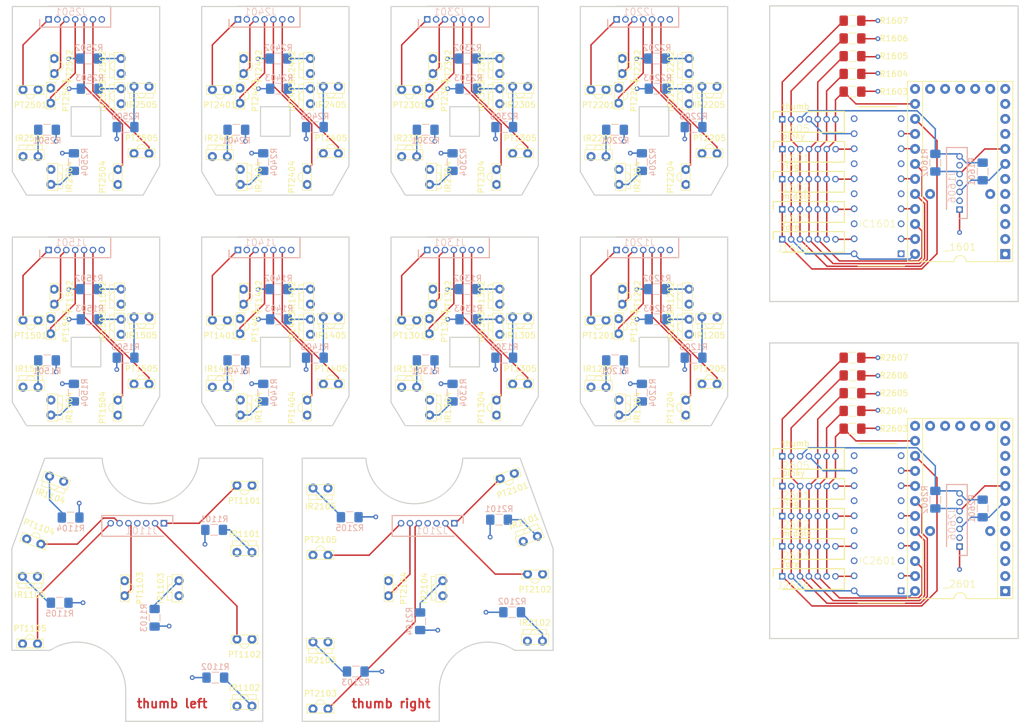
<source format=kicad_pcb>
(kicad_pcb (version 20171130) (host pcbnew 5.1.6+dfsg1-1)
  (layers (0 F.Cu signal) (1 Ground_Plane.Cu power) (2 Power_Plane.Cu power) (31 B.Cu signal) (34 B.Paste user) (35 F.Paste user) (36 B.SilkS user) (37 F.SilkS user) (38 B.Mask user) (39 F.Mask user) (44 Edge.Cuts user))
  (net 0 "")
  (net 1 "Net-(IC1601-Pad8)")
  (net 2 "Net-(IC1601-Pad9)")
  (net 3 "Net-(IC1601-Pad2)")
  (net 4 "Net-(IC1601-Pad4)")
  (net 5 "Net-(IC1601-Pad6)")
  (net 6 "Net-(IR1101-Pad1)")
  (net 7 "Net-(IR1102-Pad1)")
  (net 8 "Net-(IR1103-Pad1)")
  (net 9 "Net-(IR1104-Pad1)")
  (net 10 "Net-(IR1105-Pad1)")
  (net 11 "Net-(IR1201-Pad1)")
  (net 12 "Net-(IR1202-Pad1)")
  (net 13 "Net-(IR1203-Pad1)")
  (net 14 "Net-(IR1204-Pad1)")
  (net 15 "Net-(IR1205-Pad1)")
  (net 16 "Net-(IR1301-Pad1)")
  (net 17 "Net-(IR1302-Pad1)")
  (net 18 "Net-(IR1303-Pad1)")
  (net 19 "Net-(IR1304-Pad1)")
  (net 20 "Net-(IR1305-Pad1)")
  (net 21 "Net-(IR1401-Pad1)")
  (net 22 "Net-(IR1402-Pad1)")
  (net 23 "Net-(IR1403-Pad1)")
  (net 24 "Net-(IR1404-Pad1)")
  (net 25 "Net-(IR1405-Pad1)")
  (net 26 "Net-(IR1501-Pad1)")
  (net 27 "Net-(IR1502-Pad1)")
  (net 28 "Net-(IR1503-Pad1)")
  (net 29 "Net-(IR1504-Pad1)")
  (net 30 "Net-(IR1505-Pad1)")
  (net 31 "Net-(IR2101-Pad1)")
  (net 32 "Net-(IR2102-Pad1)")
  (net 33 "Net-(IR2103-Pad1)")
  (net 34 "Net-(IR2104-Pad1)")
  (net 35 "Net-(IR2105-Pad1)")
  (net 36 "Net-(IR2201-Pad1)")
  (net 37 "Net-(IR2202-Pad1)")
  (net 38 "Net-(IR2203-Pad1)")
  (net 39 "Net-(IR2204-Pad1)")
  (net 40 "Net-(IR2205-Pad1)")
  (net 41 "Net-(IR2301-Pad1)")
  (net 42 "Net-(IR2302-Pad1)")
  (net 43 "Net-(IR2303-Pad1)")
  (net 44 "Net-(IR2304-Pad1)")
  (net 45 "Net-(IR2305-Pad1)")
  (net 46 "Net-(IR2401-Pad1)")
  (net 47 "Net-(IR2402-Pad1)")
  (net 48 "Net-(IR2403-Pad1)")
  (net 49 "Net-(IR2404-Pad1)")
  (net 50 "Net-(IR2405-Pad1)")
  (net 51 "Net-(IR2501-Pad1)")
  (net 52 "Net-(IR2502-Pad1)")
  (net 53 "Net-(IR2503-Pad1)")
  (net 54 "Net-(IR2504-Pad1)")
  (net 55 "Net-(IR2505-Pad1)")
  (net 56 /thumb_left/M)
  (net 57 /thumb_left/I)
  (net 58 /thumb_left/D)
  (net 59 /thumb_left/LO)
  (net 60 /thumb_left/UO)
  (net 61 /index_left/E)
  (net 62 /index_left/S)
  (net 63 /index_left/D)
  (net 64 /index_left/N)
  (net 65 /index_left/W)
  (net 66 /middle_left/E)
  (net 67 /middle_left/S)
  (net 68 /middle_left/D)
  (net 69 /middle_left/N)
  (net 70 /middle_left/W)
  (net 71 /ring_left/E)
  (net 72 /ring_left/S)
  (net 73 /ring_left/D)
  (net 74 /ring_left/N)
  (net 75 /ring_left/W)
  (net 76 /pinky_left/E)
  (net 77 /pinky_left/S)
  (net 78 /pinky_left/D)
  (net 79 /pinky_left/N)
  (net 80 /pinky_left/W)
  (net 81 /thumb_right/UO)
  (net 82 /thumb_right/D)
  (net 83 /thumb_right/LO)
  (net 84 /thumb_right/I)
  (net 85 /thumb_right/M)
  (net 86 /index_right/E)
  (net 87 /index_right/S)
  (net 88 /index_right/D)
  (net 89 /index_right/N)
  (net 90 /index_right/W)
  (net 91 /middle_right/E)
  (net 92 /middle_right/S)
  (net 93 /middle_right/D)
  (net 94 /middle_right/N)
  (net 95 /middle_right/W)
  (net 96 /ring_right/E)
  (net 97 /ring_right/S)
  (net 98 /ring_right/D)
  (net 99 /ring_right/N)
  (net 100 /ring_right/W)
  (net 101 /pinky_right/E)
  (net 102 /pinky_right/S)
  (net 103 /pinky_right/D)
  (net 104 /pinky_right/N)
  (net 105 /pinky_right/W)
  (net 106 /thumb_left/+5V)
  (net 107 /index_left/+5V)
  (net 108 /middle_left/+5V)
  (net 109 /ring_left/+5V)
  (net 110 /pinky_left/+5V)
  (net 111 /thumb_right/+5V)
  (net 112 /index_right/+5V)
  (net 113 /middle_right/+5V)
  (net 114 /ring_right/+5V)
  (net 115 /pinky_right/+5V)
  (net 116 /thumb_left/GND)
  (net 117 /index_left/GND)
  (net 118 /middle_left/GND)
  (net 119 /ring_left/GND)
  (net 120 /pinky_left/GND)
  (net 121 /thumb_right/GND)
  (net 122 /index_right/GND)
  (net 123 /middle_right/GND)
  (net 124 /ring_right/GND)
  (net 125 /pinky_right/GND)
  (net 126 /center_left/+5V)
  (net 127 /center_left/F+5V)
  (net 128 /center_left/FW)
  (net 129 /center_left/FS)
  (net 130 /center_left/FD)
  (net 131 /center_left/FN)
  (net 132 /center_left/FE)
  (net 133 /center_left/SDA)
  (net 134 /center_left/SCL)
  (net 135 /center_left/GND)
  (net 136 /center_left/FGND)
  (net 137 /center_left/MGND)
  (net 138 /center_left/RGND)
  (net 139 /center_left/PGND)
  (net 140 /center_left/TGND)
  (net 141 /center_right/GND)
  (net 142 /center_right/SCL)
  (net 143 /center_right/SDA)
  (net 144 /center_right/FE)
  (net 145 /center_right/FN)
  (net 146 "Net-(IC2601-Pad6)")
  (net 147 /center_right/FD)
  (net 148 "Net-(IC2601-Pad4)")
  (net 149 /center_right/FS)
  (net 150 "Net-(IC2601-Pad2)")
  (net 151 /center_right/FW)
  (net 152 "Net-(IC2601-Pad9)")
  (net 153 "Net-(IC2601-Pad8)")
  (net 154 /center_right/F+5V)
  (net 155 /center_right/+5V)
  (net 156 /center_right/TGND)
  (net 157 /center_right/PGND)
  (net 158 /center_right/RGND)
  (net 159 /center_right/MGND)
  (net 160 /center_right/FGND)
  (module Resistor_SMD:R_1206_3216Metric_Pad1.42x1.75mm_HandSolder (layer B.Cu) (at 208 113.5125 270)
    (fp_text reference R2602 (at 0 1.82 90) (layer B.SilkS) (effects (justify mirror)))
    (fp_text value 2k)
    (pad 1 smd roundrect (at -1.4875 0 270) (size 1.425 1.75) (layers B.Cu B.Paste B.Mask) (roundrect_rratio 0.175439) (net 155 /center_right/+5V))
    (pad 2 smd roundrect (at 1.4875 0 270) (size 1.425 1.75) (layers B.Cu B.Paste B.Mask) (roundrect_rratio 0.175439) (net 143 /center_right/SDA))
  )
  (module center:SHDR7W50P0X150_1X7_1200X350X45 (layer B.Cu) (at 212.1 121.45 90)
    (fp_text reference J2606 (at 3.81 -1.27 270) (layer B.SilkS) (effects (font (size 1.2065 1.2065) (thickness 0.09652)) (justify mirror)))
    (fp_text value "B7B-ZR_(LF)(SN)")
    (pad 1 thru_hole rect (at 0 0 90) (size 1.1 1.1) (drill 0.7) (layers *.Cu *.Mask) (net 141 /center_right/GND))
    (pad 2 thru_hole circle (at 1.5 0 90) (size 1.1 1.1) (drill 0.7) (layers *.Cu *.Mask))
    (pad 3 thru_hole circle (at 3 0 90) (size 1.1 1.1) (drill 0.7) (layers *.Cu *.Mask) (net 142 /center_right/SCL))
    (pad 4 thru_hole circle (at 4.5 0 90) (size 1.1 1.1) (drill 0.7) (layers *.Cu *.Mask))
    (pad 5 thru_hole circle (at 6 0 90) (size 1.1 1.1) (drill 0.7) (layers *.Cu *.Mask) (net 143 /center_right/SDA))
    (pad 6 thru_hole circle (at 7.5 0 90) (size 1.1 1.1) (drill 0.7) (layers *.Cu *.Mask))
    (pad 7 thru_hole circle (at 9 0 90) (size 1.1 1.1) (drill 0.7) (layers *.Cu *.Mask) (net 155 /center_right/+5V))
  )
  (module Resistor_SMD:R_1206_3216Metric_Pad1.42x1.75mm_HandSolder (layer F.Cu) (at 194 95.5)
    (fp_text reference R2605 (at 7 0) (layer F.SilkS))
    (fp_text value 2k)
    (pad 1 smd roundrect (at -1.4875 0) (size 1.425 1.75) (layers F.Cu F.Paste F.Mask) (roundrect_rratio 0.175439) (net 147 /center_right/FD))
    (pad 2 smd roundrect (at 1.4875 0) (size 1.425 1.75) (layers F.Cu F.Paste F.Mask) (roundrect_rratio 0.175439) (net 141 /center_right/GND))
  )
  (module Resistor_SMD:R_1206_3216Metric_Pad1.42x1.75mm_HandSolder (layer F.Cu) (at 194 92.5)
    (fp_text reference R2606 (at 7 0) (layer F.SilkS))
    (fp_text value 2k)
    (pad 1 smd roundrect (at -1.4875 0) (size 1.425 1.75) (layers F.Cu F.Paste F.Mask) (roundrect_rratio 0.175439) (net 145 /center_right/FN))
    (pad 2 smd roundrect (at 1.4875 0) (size 1.425 1.75) (layers F.Cu F.Paste F.Mask) (roundrect_rratio 0.175439) (net 141 /center_right/GND))
  )
  (module center:TEENSY (layer F.Cu) (at 212.2 115.0036 90)
    (fp_text reference _2601 (at -13.4964 2.8) (layer F.SilkS) (effects (font (size 1.2065 1.2065) (thickness 0.12065)) (justify right bottom)))
    (fp_text value TEENSY)
    (pad GND thru_hole rect (at -13.97 7.62 180) (size 1.6764 1.6764) (drill 0.8128) (layers *.Cu *.Mask) (net 141 /center_right/GND))
    (pad B7 thru_hole circle (at -1.27 7.62 180) (size 1.6764 1.6764) (drill 0.8128) (layers *.Cu *.Mask))
    (pad D2 thru_hole circle (at 6.35 7.62 180) (size 1.6764 1.6764) (drill 0.8128) (layers *.Cu *.Mask))
    (pad D3 thru_hole circle (at 8.89 7.62 180) (size 1.6764 1.6764) (drill 0.8128) (layers *.Cu *.Mask))
    (pad D0 thru_hole circle (at 1.27 7.62 180) (size 1.6764 1.6764) (drill 0.8128) (layers *.Cu *.Mask) (net 142 /center_right/SCL))
    (pad D1 thru_hole circle (at 3.81 7.62 180) (size 1.6764 1.6764) (drill 0.8128) (layers *.Cu *.Mask) (net 143 /center_right/SDA))
    (pad D4 thru_hole circle (at 13.97 -5.08 270) (size 1.6764 1.6764) (drill 0.8128) (layers *.Cu *.Mask))
    (pad D5 thru_hole circle (at 13.97 5.08 270) (size 1.6764 1.6764) (drill 0.8128) (layers *.Cu *.Mask))
    (pad D6 thru_hole circle (at 13.97 -7.62 180) (size 1.6764 1.6764) (drill 0.8128) (layers *.Cu *.Mask))
    (pad D7 thru_hole circle (at 11.43 -7.62 180) (size 1.6764 1.6764) (drill 0.8128) (layers *.Cu *.Mask) (net 144 /center_right/FE))
    (pad C6 thru_hole circle (at 11.43 7.62 180) (size 1.6764 1.6764) (drill 0.8128) (layers *.Cu *.Mask))
    (pad C7 thru_hole circle (at 13.97 7.62 180) (size 1.6764 1.6764) (drill 0.8128) (layers *.Cu *.Mask))
    (pad F7 thru_hole circle (at 1.27 -7.62 180) (size 1.6764 1.6764) (drill 0.8128) (layers *.Cu *.Mask) (net 145 /center_right/FN))
    (pad F6 thru_hole circle (at -1.27 -7.62 180) (size 1.6764 1.6764) (drill 0.8128) (layers *.Cu *.Mask) (net 146 "Net-(IC2601-Pad6)"))
    (pad F5 thru_hole circle (at -3.81 -7.62 180) (size 1.6764 1.6764) (drill 0.8128) (layers *.Cu *.Mask) (net 147 /center_right/FD))
    (pad F4 thru_hole circle (at -6.35 -7.62 180) (size 1.6764 1.6764) (drill 0.8128) (layers *.Cu *.Mask) (net 148 "Net-(IC2601-Pad4)"))
    (pad F1 thru_hole circle (at -8.89 -7.62 180) (size 1.6764 1.6764) (drill 0.8128) (layers *.Cu *.Mask) (net 149 /center_right/FS))
    (pad F0 thru_hole circle (at -11.43 -7.62 180) (size 1.6764 1.6764) (drill 0.8128) (layers *.Cu *.Mask) (net 150 "Net-(IC2601-Pad2)"))
    (pad REF thru_hole circle (at -3.81 -5.08 270) (size 1.6764 1.6764) (drill 0.8128) (layers *.Cu *.Mask))
    (pad GRND1 thru_hole circle (at 13.97 0 270) (size 1.6764 1.6764) (drill 0.8128) (layers *.Cu *.Mask))
    (pad E6 thru_hole circle (at -3.81 5.08 90) (size 1.6764 1.6764) (drill 0.8128) (layers *.Cu *.Mask))
    (pad B0 thru_hole circle (at -11.43 7.62 180) (size 1.6764 1.6764) (drill 0.8128) (layers *.Cu *.Mask))
    (pad B1 thru_hole circle (at -8.89 7.62 180) (size 1.6764 1.6764) (drill 0.8128) (layers *.Cu *.Mask))
    (pad B2 thru_hole circle (at -6.35 7.62 180) (size 1.6764 1.6764) (drill 0.8128) (layers *.Cu *.Mask))
    (pad B3 thru_hole circle (at -3.81 7.62 180) (size 1.6764 1.6764) (drill 0.8128) (layers *.Cu *.Mask))
    (pad B4 thru_hole circle (at 8.89 -7.62 180) (size 1.6764 1.6764) (drill 0.8128) (layers *.Cu *.Mask) (net 151 /center_right/FW))
    (pad B5 thru_hole circle (at 6.35 -7.62 180) (size 1.6764 1.6764) (drill 0.8128) (layers *.Cu *.Mask) (net 152 "Net-(IC2601-Pad9)"))
    (pad B6 thru_hole circle (at 3.81 -7.62 180) (size 1.6764 1.6764) (drill 0.8128) (layers *.Cu *.Mask) (net 153 "Net-(IC2601-Pad8)"))
    (pad +5V thru_hole circle (at -13.97 -7.62 180) (size 1.6764 1.6764) (drill 0.8128) (layers *.Cu *.Mask) (net 154 /center_right/F+5V))
    (pad 5V2 thru_hole circle (at 13.97 2.54 270) (size 1.6764 1.6764) (drill 0.8128) (layers *.Cu *.Mask) (net 155 /center_right/+5V))
    (pad RST thru_hole circle (at 13.97 -2.54 270) (size 1.6764 1.6764) (drill 0.8128) (layers *.Cu *.Mask))
  )
  (module Resistor_SMD:R_1206_3216Metric_Pad1.42x1.75mm_HandSolder (layer B.Cu) (at 216 115 270)
    (fp_text reference R2601 (at 0 1.82 90) (layer B.SilkS) (effects (justify mirror)))
    (fp_text value 2k)
    (pad 1 smd roundrect (at -1.4875 0 270) (size 1.425 1.75) (layers B.Cu B.Paste B.Mask) (roundrect_rratio 0.175439) (net 155 /center_right/+5V))
    (pad 2 smd roundrect (at 1.4875 0 270) (size 1.425 1.75) (layers B.Cu B.Paste B.Mask) (roundrect_rratio 0.175439) (net 142 /center_right/SCL))
  )
  (module center:SHDR7W50P0X150_1X7_1200X350X45 (layer F.Cu) (at 182.125 116.3)
    (fp_text reference J2602 (at 1.875 1.45) (layer F.SilkS) (effects (font (size 1.2065 1.2065) (thickness 0.09652))))
    (fp_text value "B7B-ZR_(LF)(SN)")
    (pad 1 thru_hole rect (at 0 0) (size 1.1 1.1) (drill 0.7) (layers *.Cu *.Mask) (net 151 /center_right/FW))
    (pad 2 thru_hole circle (at 1.5 0) (size 1.1 1.1) (drill 0.7) (layers *.Cu *.Mask) (net 154 /center_right/F+5V))
    (pad 3 thru_hole circle (at 3 0) (size 1.1 1.1) (drill 0.7) (layers *.Cu *.Mask) (net 145 /center_right/FN))
    (pad 4 thru_hole circle (at 4.5 0) (size 1.1 1.1) (drill 0.7) (layers *.Cu *.Mask) (net 147 /center_right/FD))
    (pad 5 thru_hole circle (at 6 0) (size 1.1 1.1) (drill 0.7) (layers *.Cu *.Mask) (net 149 /center_right/FS))
    (pad 6 thru_hole circle (at 7.5 0) (size 1.1 1.1) (drill 0.7) (layers *.Cu *.Mask) (net 144 /center_right/FE))
    (pad 7 thru_hole circle (at 9 0) (size 1.1 1.1) (drill 0.7) (layers *.Cu *.Mask) (net 158 /center_right/RGND))
  )
  (module center:SHDR7W50P0X150_1X7_1200X350X45 (layer F.Cu) (at 182.125 106.175)
    (fp_text reference J2605 (at 1.875 1.575) (layer F.SilkS) (effects (font (size 1.2065 1.2065) (thickness 0.09652))))
    (fp_text value "B7B-ZR_(LF)(SN)")
    (pad 1 thru_hole rect (at 0 0) (size 1.1 1.1) (drill 0.7) (layers *.Cu *.Mask) (net 151 /center_right/FW))
    (pad 2 thru_hole circle (at 1.5 0) (size 1.1 1.1) (drill 0.7) (layers *.Cu *.Mask) (net 145 /center_right/FN))
    (pad 3 thru_hole circle (at 3 0) (size 1.1 1.1) (drill 0.7) (layers *.Cu *.Mask) (net 155 /center_right/+5V))
    (pad 4 thru_hole circle (at 4.5 0) (size 1.1 1.1) (drill 0.7) (layers *.Cu *.Mask) (net 156 /center_right/TGND))
    (pad 5 thru_hole circle (at 6 0) (size 1.1 1.1) (drill 0.7) (layers *.Cu *.Mask) (net 147 /center_right/FD))
    (pad 6 thru_hole circle (at 7.5 0) (size 1.1 1.1) (drill 0.7) (layers *.Cu *.Mask) (net 149 /center_right/FS))
    (pad 7 thru_hole circle (at 9 0) (size 1.1 1.1) (drill 0.7) (layers *.Cu *.Mask) (net 144 /center_right/FE))
  )
  (module Resistor_SMD:R_1206_3216Metric_Pad1.42x1.75mm_HandSolder (layer F.Cu) (at 194 98.5)
    (fp_text reference R2604 (at 7 0) (layer F.SilkS))
    (fp_text value 2k)
    (pad 1 smd roundrect (at -1.4875 0) (size 1.425 1.75) (layers F.Cu F.Paste F.Mask) (roundrect_rratio 0.175439) (net 149 /center_right/FS))
    (pad 2 smd roundrect (at 1.4875 0) (size 1.425 1.75) (layers F.Cu F.Paste F.Mask) (roundrect_rratio 0.175439) (net 141 /center_right/GND))
  )
  (module center:DIP794W53P254L2540H508Q20N (layer F.Cu) (at 198.25 117.5 180)
    (fp_text reference IC2601 (at 0 -6.35) (layer F.SilkS) (effects (font (size 1.2065 1.2065) (thickness 0.09652))))
    (fp_text value TLC59211IN)
    (pad 1 thru_hole rect (at -3.97 -11.43 180) (size 1.13 1.13) (drill 0.73) (layers *.Cu *.Mask))
    (pad 2 thru_hole circle (at -3.97 -8.89 180) (size 1.13 1.13) (drill 0.73) (layers *.Cu *.Mask) (net 150 "Net-(IC2601-Pad2)"))
    (pad 3 thru_hole circle (at -3.97 -6.35 180) (size 1.13 1.13) (drill 0.73) (layers *.Cu *.Mask) (net 141 /center_right/GND))
    (pad 4 thru_hole circle (at -3.97 -3.81 180) (size 1.13 1.13) (drill 0.73) (layers *.Cu *.Mask) (net 148 "Net-(IC2601-Pad4)"))
    (pad 5 thru_hole circle (at -3.97 -1.27 180) (size 1.13 1.13) (drill 0.73) (layers *.Cu *.Mask) (net 141 /center_right/GND))
    (pad 6 thru_hole circle (at -3.97 1.27 180) (size 1.13 1.13) (drill 0.73) (layers *.Cu *.Mask) (net 146 "Net-(IC2601-Pad6)"))
    (pad 7 thru_hole circle (at -3.97 3.81 180) (size 1.13 1.13) (drill 0.73) (layers *.Cu *.Mask) (net 141 /center_right/GND))
    (pad 8 thru_hole circle (at -3.97 6.35 180) (size 1.13 1.13) (drill 0.73) (layers *.Cu *.Mask) (net 153 "Net-(IC2601-Pad8)"))
    (pad 9 thru_hole circle (at -3.97 8.89 180) (size 1.13 1.13) (drill 0.73) (layers *.Cu *.Mask) (net 152 "Net-(IC2601-Pad9)"))
    (pad 10 thru_hole circle (at -3.97 11.43 180) (size 1.13 1.13) (drill 0.73) (layers *.Cu *.Mask))
    (pad 11 thru_hole circle (at 3.97 11.43 180) (size 1.13 1.13) (drill 0.73) (layers *.Cu *.Mask) (net 141 /center_right/GND))
    (pad 12 thru_hole circle (at 3.97 8.89 180) (size 1.13 1.13) (drill 0.73) (layers *.Cu *.Mask) (net 156 /center_right/TGND))
    (pad 13 thru_hole circle (at 3.97 6.35 180) (size 1.13 1.13) (drill 0.73) (layers *.Cu *.Mask) (net 157 /center_right/PGND))
    (pad 14 thru_hole circle (at 3.97 3.81 180) (size 1.13 1.13) (drill 0.73) (layers *.Cu *.Mask))
    (pad 15 thru_hole circle (at 3.97 1.27 180) (size 1.13 1.13) (drill 0.73) (layers *.Cu *.Mask) (net 158 /center_right/RGND))
    (pad 16 thru_hole circle (at 3.97 -1.27 180) (size 1.13 1.13) (drill 0.73) (layers *.Cu *.Mask))
    (pad 17 thru_hole circle (at 3.97 -3.81 180) (size 1.13 1.13) (drill 0.73) (layers *.Cu *.Mask) (net 159 /center_right/MGND))
    (pad 18 thru_hole circle (at 3.97 -6.35 180) (size 1.13 1.13) (drill 0.73) (layers *.Cu *.Mask))
    (pad 19 thru_hole circle (at 3.97 -8.89 180) (size 1.13 1.13) (drill 0.73) (layers *.Cu *.Mask) (net 160 /center_right/FGND))
    (pad 20 thru_hole circle (at 3.97 -11.43 180) (size 1.13 1.13) (drill 0.73) (layers *.Cu *.Mask) (net 154 /center_right/F+5V))
  )
  (module center:SHDR7W50P0X150_1X7_1200X350X45 (layer F.Cu) (at 182.15 111.225)
    (fp_text reference J2601 (at 1.85 1.525) (layer F.SilkS) (effects (font (size 1.2065 1.2065) (thickness 0.09652))))
    (fp_text value "B7B-ZR_(LF)(SN)")
    (pad 1 thru_hole rect (at 0 0) (size 1.1 1.1) (drill 0.7) (layers *.Cu *.Mask) (net 151 /center_right/FW))
    (pad 2 thru_hole circle (at 1.5 0) (size 1.1 1.1) (drill 0.7) (layers *.Cu *.Mask) (net 154 /center_right/F+5V))
    (pad 3 thru_hole circle (at 3 0) (size 1.1 1.1) (drill 0.7) (layers *.Cu *.Mask) (net 145 /center_right/FN))
    (pad 4 thru_hole circle (at 4.5 0) (size 1.1 1.1) (drill 0.7) (layers *.Cu *.Mask) (net 147 /center_right/FD))
    (pad 5 thru_hole circle (at 6 0) (size 1.1 1.1) (drill 0.7) (layers *.Cu *.Mask) (net 149 /center_right/FS))
    (pad 6 thru_hole circle (at 7.5 0) (size 1.1 1.1) (drill 0.7) (layers *.Cu *.Mask) (net 144 /center_right/FE))
    (pad 7 thru_hole circle (at 9 0) (size 1.1 1.1) (drill 0.7) (layers *.Cu *.Mask) (net 157 /center_right/PGND))
  )
  (module center:SHDR7W50P0X150_1X7_1200X350X45 (layer F.Cu) (at 182.125 121.4)
    (fp_text reference J2603 (at 1.875 1.6) (layer F.SilkS) (effects (font (size 1.2065 1.2065) (thickness 0.09652))))
    (fp_text value "B7B-ZR_(LF)(SN)")
    (pad 1 thru_hole rect (at 0 0) (size 1.1 1.1) (drill 0.7) (layers *.Cu *.Mask) (net 151 /center_right/FW))
    (pad 2 thru_hole circle (at 1.5 0) (size 1.1 1.1) (drill 0.7) (layers *.Cu *.Mask) (net 154 /center_right/F+5V))
    (pad 3 thru_hole circle (at 3 0) (size 1.1 1.1) (drill 0.7) (layers *.Cu *.Mask) (net 145 /center_right/FN))
    (pad 4 thru_hole circle (at 4.5 0) (size 1.1 1.1) (drill 0.7) (layers *.Cu *.Mask) (net 147 /center_right/FD))
    (pad 5 thru_hole circle (at 6 0) (size 1.1 1.1) (drill 0.7) (layers *.Cu *.Mask) (net 149 /center_right/FS))
    (pad 6 thru_hole circle (at 7.5 0) (size 1.1 1.1) (drill 0.7) (layers *.Cu *.Mask) (net 144 /center_right/FE))
    (pad 7 thru_hole circle (at 9 0) (size 1.1 1.1) (drill 0.7) (layers *.Cu *.Mask) (net 159 /center_right/MGND))
  )
  (module center:SHDR7W50P0X150_1X7_1200X350X45 (layer F.Cu) (at 182.125 126.475)
    (fp_text reference J2604 (at 1.875 1.525) (layer F.SilkS) (effects (font (size 1.2065 1.2065) (thickness 0.09652))))
    (fp_text value "B7B-ZR_(LF)(SN)")
    (pad 1 thru_hole rect (at 0 0) (size 1.1 1.1) (drill 0.7) (layers *.Cu *.Mask) (net 151 /center_right/FW))
    (pad 2 thru_hole circle (at 1.5 0) (size 1.1 1.1) (drill 0.7) (layers *.Cu *.Mask) (net 154 /center_right/F+5V))
    (pad 3 thru_hole circle (at 3 0) (size 1.1 1.1) (drill 0.7) (layers *.Cu *.Mask) (net 145 /center_right/FN))
    (pad 4 thru_hole circle (at 4.5 0) (size 1.1 1.1) (drill 0.7) (layers *.Cu *.Mask) (net 147 /center_right/FD))
    (pad 5 thru_hole circle (at 6 0) (size 1.1 1.1) (drill 0.7) (layers *.Cu *.Mask) (net 149 /center_right/FS))
    (pad 6 thru_hole circle (at 7.5 0) (size 1.1 1.1) (drill 0.7) (layers *.Cu *.Mask) (net 144 /center_right/FE))
    (pad 7 thru_hole circle (at 9 0) (size 1.1 1.1) (drill 0.7) (layers *.Cu *.Mask) (net 160 /center_right/FGND))
  )
  (module Resistor_SMD:R_1206_3216Metric_Pad1.42x1.75mm_HandSolder (layer F.Cu) (at 194 89.5)
    (fp_text reference R2607 (at 7 0) (layer F.SilkS))
    (fp_text value 2k)
    (pad 1 smd roundrect (at -1.4875 0) (size 1.425 1.75) (layers F.Cu F.Paste F.Mask) (roundrect_rratio 0.175439) (net 151 /center_right/FW))
    (pad 2 smd roundrect (at 1.4875 0) (size 1.425 1.75) (layers F.Cu F.Paste F.Mask) (roundrect_rratio 0.175439) (net 141 /center_right/GND))
  )
  (module Resistor_SMD:R_1206_3216Metric_Pad1.42x1.75mm_HandSolder (layer F.Cu) (at 194 101.5)
    (fp_text reference R2603 (at 7 0) (layer F.SilkS))
    (fp_text value 2k)
    (pad 1 smd roundrect (at -1.4875 0) (size 1.425 1.75) (layers F.Cu F.Paste F.Mask) (roundrect_rratio 0.175439) (net 144 /center_right/FE))
    (pad 2 smd roundrect (at 1.4875 0) (size 1.425 1.75) (layers F.Cu F.Paste F.Mask) (roundrect_rratio 0.175439) (net 141 /center_right/GND))
  )
  (module center:TEENSY (layer F.Cu) (at 212.2 58.0036 90)
    (fp_text reference _1601 (at -13.4964 2.8) (layer F.SilkS) (effects (font (size 1.2065 1.2065) (thickness 0.12065)) (justify right bottom)))
    (fp_text value TEENSY)
    (pad RST thru_hole circle (at 13.97 -2.54 270) (size 1.6764 1.6764) (drill 0.8128) (layers *.Cu *.Mask))
    (pad 5V2 thru_hole circle (at 13.97 2.54 270) (size 1.6764 1.6764) (drill 0.8128) (layers *.Cu *.Mask) (net 126 /center_left/+5V))
    (pad +5V thru_hole circle (at -13.97 -7.62 180) (size 1.6764 1.6764) (drill 0.8128) (layers *.Cu *.Mask) (net 127 /center_left/F+5V))
    (pad B6 thru_hole circle (at 3.81 -7.62 180) (size 1.6764 1.6764) (drill 0.8128) (layers *.Cu *.Mask) (net 1 "Net-(IC1601-Pad8)"))
    (pad B5 thru_hole circle (at 6.35 -7.62 180) (size 1.6764 1.6764) (drill 0.8128) (layers *.Cu *.Mask) (net 2 "Net-(IC1601-Pad9)"))
    (pad B4 thru_hole circle (at 8.89 -7.62 180) (size 1.6764 1.6764) (drill 0.8128) (layers *.Cu *.Mask) (net 128 /center_left/FW))
    (pad B3 thru_hole circle (at -3.81 7.62 180) (size 1.6764 1.6764) (drill 0.8128) (layers *.Cu *.Mask))
    (pad B2 thru_hole circle (at -6.35 7.62 180) (size 1.6764 1.6764) (drill 0.8128) (layers *.Cu *.Mask))
    (pad B1 thru_hole circle (at -8.89 7.62 180) (size 1.6764 1.6764) (drill 0.8128) (layers *.Cu *.Mask))
    (pad B0 thru_hole circle (at -11.43 7.62 180) (size 1.6764 1.6764) (drill 0.8128) (layers *.Cu *.Mask))
    (pad E6 thru_hole circle (at -3.81 5.08 90) (size 1.6764 1.6764) (drill 0.8128) (layers *.Cu *.Mask))
    (pad GRND1 thru_hole circle (at 13.97 0 270) (size 1.6764 1.6764) (drill 0.8128) (layers *.Cu *.Mask))
    (pad REF thru_hole circle (at -3.81 -5.08 270) (size 1.6764 1.6764) (drill 0.8128) (layers *.Cu *.Mask))
    (pad F0 thru_hole circle (at -11.43 -7.62 180) (size 1.6764 1.6764) (drill 0.8128) (layers *.Cu *.Mask) (net 3 "Net-(IC1601-Pad2)"))
    (pad F1 thru_hole circle (at -8.89 -7.62 180) (size 1.6764 1.6764) (drill 0.8128) (layers *.Cu *.Mask) (net 129 /center_left/FS))
    (pad F4 thru_hole circle (at -6.35 -7.62 180) (size 1.6764 1.6764) (drill 0.8128) (layers *.Cu *.Mask) (net 4 "Net-(IC1601-Pad4)"))
    (pad F5 thru_hole circle (at -3.81 -7.62 180) (size 1.6764 1.6764) (drill 0.8128) (layers *.Cu *.Mask) (net 130 /center_left/FD))
    (pad F6 thru_hole circle (at -1.27 -7.62 180) (size 1.6764 1.6764) (drill 0.8128) (layers *.Cu *.Mask) (net 5 "Net-(IC1601-Pad6)"))
    (pad F7 thru_hole circle (at 1.27 -7.62 180) (size 1.6764 1.6764) (drill 0.8128) (layers *.Cu *.Mask) (net 131 /center_left/FN))
    (pad C7 thru_hole circle (at 13.97 7.62 180) (size 1.6764 1.6764) (drill 0.8128) (layers *.Cu *.Mask))
    (pad C6 thru_hole circle (at 11.43 7.62 180) (size 1.6764 1.6764) (drill 0.8128) (layers *.Cu *.Mask))
    (pad D7 thru_hole circle (at 11.43 -7.62 180) (size 1.6764 1.6764) (drill 0.8128) (layers *.Cu *.Mask) (net 132 /center_left/FE))
    (pad D6 thru_hole circle (at 13.97 -7.62 180) (size 1.6764 1.6764) (drill 0.8128) (layers *.Cu *.Mask))
    (pad D5 thru_hole circle (at 13.97 5.08 270) (size 1.6764 1.6764) (drill 0.8128) (layers *.Cu *.Mask))
    (pad D4 thru_hole circle (at 13.97 -5.08 270) (size 1.6764 1.6764) (drill 0.8128) (layers *.Cu *.Mask))
    (pad D1 thru_hole circle (at 3.81 7.62 180) (size 1.6764 1.6764) (drill 0.8128) (layers *.Cu *.Mask) (net 133 /center_left/SDA))
    (pad D0 thru_hole circle (at 1.27 7.62 180) (size 1.6764 1.6764) (drill 0.8128) (layers *.Cu *.Mask) (net 134 /center_left/SCL))
    (pad D3 thru_hole circle (at 8.89 7.62 180) (size 1.6764 1.6764) (drill 0.8128) (layers *.Cu *.Mask))
    (pad D2 thru_hole circle (at 6.35 7.62 180) (size 1.6764 1.6764) (drill 0.8128) (layers *.Cu *.Mask))
    (pad B7 thru_hole circle (at -1.27 7.62 180) (size 1.6764 1.6764) (drill 0.8128) (layers *.Cu *.Mask))
    (pad GND thru_hole rect (at -13.97 7.62 180) (size 1.6764 1.6764) (drill 0.8128) (layers *.Cu *.Mask) (net 135 /center_left/GND))
  )
  (module center:SHDR7W50P0X150_1X7_1200X350X45 (layer B.Cu) (at 212.1 64.45 90)
    (fp_text reference J1606 (at 3.81 -1.27 270) (layer B.SilkS) (effects (font (size 1.2065 1.2065) (thickness 0.09652)) (justify mirror)))
    (fp_text value "B7B-ZR_(LF)(SN)")
    (pad 7 thru_hole circle (at 9 0 90) (size 1.1 1.1) (drill 0.7) (layers *.Cu *.Mask) (net 126 /center_left/+5V))
    (pad 6 thru_hole circle (at 7.5 0 90) (size 1.1 1.1) (drill 0.7) (layers *.Cu *.Mask))
    (pad 5 thru_hole circle (at 6 0 90) (size 1.1 1.1) (drill 0.7) (layers *.Cu *.Mask) (net 133 /center_left/SDA))
    (pad 4 thru_hole circle (at 4.5 0 90) (size 1.1 1.1) (drill 0.7) (layers *.Cu *.Mask))
    (pad 3 thru_hole circle (at 3 0 90) (size 1.1 1.1) (drill 0.7) (layers *.Cu *.Mask) (net 134 /center_left/SCL))
    (pad 2 thru_hole circle (at 1.5 0 90) (size 1.1 1.1) (drill 0.7) (layers *.Cu *.Mask))
    (pad 1 thru_hole rect (at 0 0 90) (size 1.1 1.1) (drill 0.7) (layers *.Cu *.Mask) (net 135 /center_left/GND))
  )
  (module Resistor_SMD:R_1206_3216Metric_Pad1.42x1.75mm_HandSolder (layer F.Cu) (at 194 32.5)
    (fp_text reference R1607 (at 7 0) (layer F.SilkS))
    (fp_text value 2k)
    (pad 2 smd roundrect (at 1.4875 0) (size 1.425 1.75) (layers F.Cu F.Paste F.Mask) (roundrect_rratio 0.175439) (net 135 /center_left/GND))
    (pad 1 smd roundrect (at -1.4875 0) (size 1.425 1.75) (layers F.Cu F.Paste F.Mask) (roundrect_rratio 0.175439) (net 128 /center_left/FW))
  )
  (module Resistor_SMD:R_1206_3216Metric_Pad1.42x1.75mm_HandSolder (layer F.Cu) (at 194 35.5)
    (fp_text reference R1606 (at 7 0) (layer F.SilkS))
    (fp_text value 2k)
    (pad 2 smd roundrect (at 1.4875 0) (size 1.425 1.75) (layers F.Cu F.Paste F.Mask) (roundrect_rratio 0.175439) (net 135 /center_left/GND))
    (pad 1 smd roundrect (at -1.4875 0) (size 1.425 1.75) (layers F.Cu F.Paste F.Mask) (roundrect_rratio 0.175439) (net 131 /center_left/FN))
  )
  (module Resistor_SMD:R_1206_3216Metric_Pad1.42x1.75mm_HandSolder (layer F.Cu) (at 194 38.5)
    (fp_text reference R1605 (at 7 0) (layer F.SilkS))
    (fp_text value 2k)
    (pad 2 smd roundrect (at 1.4875 0) (size 1.425 1.75) (layers F.Cu F.Paste F.Mask) (roundrect_rratio 0.175439) (net 135 /center_left/GND))
    (pad 1 smd roundrect (at -1.4875 0) (size 1.425 1.75) (layers F.Cu F.Paste F.Mask) (roundrect_rratio 0.175439) (net 130 /center_left/FD))
  )
  (module Resistor_SMD:R_1206_3216Metric_Pad1.42x1.75mm_HandSolder (layer F.Cu) (at 194 41.5)
    (fp_text reference R1604 (at 7 0) (layer F.SilkS))
    (fp_text value 2k)
    (pad 2 smd roundrect (at 1.4875 0) (size 1.425 1.75) (layers F.Cu F.Paste F.Mask) (roundrect_rratio 0.175439) (net 135 /center_left/GND))
    (pad 1 smd roundrect (at -1.4875 0) (size 1.425 1.75) (layers F.Cu F.Paste F.Mask) (roundrect_rratio 0.175439) (net 129 /center_left/FS))
  )
  (module Resistor_SMD:R_1206_3216Metric_Pad1.42x1.75mm_HandSolder (layer F.Cu) (at 194 44.5)
    (fp_text reference R1603 (at 7 0) (layer F.SilkS))
    (fp_text value 2k)
    (pad 2 smd roundrect (at 1.4875 0) (size 1.425 1.75) (layers F.Cu F.Paste F.Mask) (roundrect_rratio 0.175439) (net 135 /center_left/GND))
    (pad 1 smd roundrect (at -1.4875 0) (size 1.425 1.75) (layers F.Cu F.Paste F.Mask) (roundrect_rratio 0.175439) (net 132 /center_left/FE))
  )
  (module Resistor_SMD:R_1206_3216Metric_Pad1.42x1.75mm_HandSolder (layer B.Cu) (at 208 56.5125 270)
    (fp_text reference R1602 (at 0 1.82 90) (layer B.SilkS) (effects (justify mirror)))
    (fp_text value 2k)
    (pad 2 smd roundrect (at 1.4875 0 270) (size 1.425 1.75) (layers B.Cu B.Paste B.Mask) (roundrect_rratio 0.175439) (net 133 /center_left/SDA))
    (pad 1 smd roundrect (at -1.4875 0 270) (size 1.425 1.75) (layers B.Cu B.Paste B.Mask) (roundrect_rratio 0.175439) (net 126 /center_left/+5V))
  )
  (module Resistor_SMD:R_1206_3216Metric_Pad1.42x1.75mm_HandSolder (layer B.Cu) (at 216 58 270)
    (fp_text reference R1601 (at 0 1.82 90) (layer B.SilkS) (effects (justify mirror)))
    (fp_text value 2k)
    (pad 2 smd roundrect (at 1.4875 0 270) (size 1.425 1.75) (layers B.Cu B.Paste B.Mask) (roundrect_rratio 0.175439) (net 134 /center_left/SCL))
    (pad 1 smd roundrect (at -1.4875 0 270) (size 1.425 1.75) (layers B.Cu B.Paste B.Mask) (roundrect_rratio 0.175439) (net 126 /center_left/+5V))
  )
  (module everlight:IR928-6C-F (layer F.Cu) (at 104.075 137.575)
    (fp_text reference IR2103 (at 0 3.1) (layer F.SilkS))
    (fp_text value IR928-6C-F)
    (pad 2 thru_hole circle (at 1.27 0) (size 1.524 1.524) (drill 0.762) (layers *.Cu *.Mask) (net 111 /thumb_right/+5V))
    (pad 1 thru_hole circle (at -1.27 0) (size 1.524 1.524) (drill 0.762) (layers *.Cu *.Mask) (net 33 "Net-(IR2103-Pad1)"))
  )
  (module everlight:PT908-7B-F (layer F.Cu) (at 140.35 126.1)
    (fp_text reference PT2102 (at 0 2.6) (layer F.SilkS))
    (fp_text value PT908-7B-F)
    (pad 2 thru_hole circle (at -1.27 0) (size 1.524 1.524) (drill 0.762) (layers *.Cu *.Mask) (net 84 /thumb_right/I))
    (pad 1 thru_hole circle (at 1.27 0) (size 1.524 1.524) (drill 0.762) (layers *.Cu *.Mask) (net 111 /thumb_right/+5V))
  )
  (module everlight:PT908-7B-F (layer F.Cu) (at 104.075 122.9 180)
    (fp_text reference PT2105 (at 0 2.6) (layer F.SilkS))
    (fp_text value PT908-7B-F)
    (pad 2 thru_hole circle (at -1.27 0 180) (size 1.524 1.524) (drill 0.762) (layers *.Cu *.Mask) (net 81 /thumb_right/UO))
    (pad 1 thru_hole circle (at 1.27 0 180) (size 1.524 1.524) (drill 0.762) (layers *.Cu *.Mask) (net 111 /thumb_right/+5V))
  )
  (module everlight:IR928-6C-F (layer F.Cu) (at 104.08 111.55)
    (fp_text reference IR2105 (at 0 3.1) (layer F.SilkS))
    (fp_text value IR928-6C-F)
    (pad 2 thru_hole circle (at 1.27 0) (size 1.524 1.524) (drill 0.762) (layers *.Cu *.Mask) (net 111 /thumb_right/+5V))
    (pad 1 thru_hole circle (at -1.27 0) (size 1.524 1.524) (drill 0.762) (layers *.Cu *.Mask) (net 35 "Net-(IR2105-Pad1)"))
  )
  (module everlight:PT908-7B-F (layer F.Cu) (at 135.65 109.5 20)
    (fp_text reference PT2101 (at 0 2.6 20) (layer F.SilkS))
    (fp_text value PT908-7B-F)
    (pad 2 thru_hole circle (at -1.27 0 20) (size 1.524 1.524) (drill 0.762) (layers *.Cu *.Mask) (net 85 /thumb_right/M))
    (pad 1 thru_hole circle (at 1.27 0 20) (size 1.524 1.524) (drill 0.762) (layers *.Cu *.Mask) (net 111 /thumb_right/+5V))
  )
  (module Resistor_SMD:R_1206_3216Metric_Pad1.42x1.75mm_HandSolder (layer B.Cu) (at 109.025 116.475)
    (fp_text reference R2105 (at 0 1.82) (layer B.SilkS) (effects (justify mirror)))
    (fp_text value 150)
    (pad 2 smd roundrect (at 1.4875 0) (size 1.425 1.75) (layers B.Cu B.Paste B.Mask) (roundrect_rratio 0.175439) (net 121 /thumb_right/GND))
    (pad 1 smd roundrect (at -1.4875 0) (size 1.425 1.75) (layers B.Cu B.Paste B.Mask) (roundrect_rratio 0.175439) (net 35 "Net-(IR2105-Pad1)"))
  )
  (module Resistor_SMD:R_1206_3216Metric_Pad1.42x1.75mm_HandSolder (layer B.Cu) (at 120.925 134.075 270)
    (fp_text reference R2104 (at 0 1.82 90) (layer B.SilkS) (effects (justify mirror)))
    (fp_text value 150)
    (pad 2 smd roundrect (at 1.4875 0 270) (size 1.425 1.75) (layers B.Cu B.Paste B.Mask) (roundrect_rratio 0.175439) (net 121 /thumb_right/GND))
    (pad 1 smd roundrect (at -1.4875 0 270) (size 1.425 1.75) (layers B.Cu B.Paste B.Mask) (roundrect_rratio 0.175439) (net 34 "Net-(IR2104-Pad1)"))
  )
  (module everlight:IR928-6C-F (layer F.Cu) (at 139.55 120.15 200)
    (fp_text reference IR2101 (at 0 3.1 20) (layer F.SilkS))
    (fp_text value IR928-6C-F)
    (pad 2 thru_hole circle (at 1.27 0 200) (size 1.524 1.524) (drill 0.762) (layers *.Cu *.Mask) (net 111 /thumb_right/+5V))
    (pad 1 thru_hole circle (at -1.27 0 200) (size 1.524 1.524) (drill 0.762) (layers *.Cu *.Mask) (net 31 "Net-(IR2101-Pad1)"))
  )
  (module everlight:IR928-6C-F (layer F.Cu) (at 140.325 137.425 180)
    (fp_text reference IR2102 (at 0 3.1) (layer F.SilkS))
    (fp_text value IR928-6C-F)
    (pad 2 thru_hole circle (at 1.27 0 180) (size 1.524 1.524) (drill 0.762) (layers *.Cu *.Mask) (net 111 /thumb_right/+5V))
    (pad 1 thru_hole circle (at -1.27 0 180) (size 1.524 1.524) (drill 0.762) (layers *.Cu *.Mask) (net 32 "Net-(IR2102-Pad1)"))
  )
  (module everlight:PT908-7B-F (layer F.Cu) (at 115.55 128.5 90)
    (fp_text reference PT2104 (at 0 2.6 90) (layer F.SilkS))
    (fp_text value PT908-7B-F)
    (pad 2 thru_hole circle (at -1.27 0 90) (size 1.524 1.524) (drill 0.762) (layers *.Cu *.Mask) (net 82 /thumb_right/D))
    (pad 1 thru_hole circle (at 1.27 0 90) (size 1.524 1.524) (drill 0.762) (layers *.Cu *.Mask) (net 111 /thumb_right/+5V))
  )
  (module everlight:PT908-7B-F (layer F.Cu) (at 104.075 148.9 180)
    (fp_text reference PT2103 (at 0 2.6) (layer F.SilkS))
    (fp_text value PT908-7B-F)
    (pad 2 thru_hole circle (at -1.27 0 180) (size 1.524 1.524) (drill 0.762) (layers *.Cu *.Mask) (net 83 /thumb_right/LO))
    (pad 1 thru_hole circle (at 1.27 0 180) (size 1.524 1.524) (drill 0.762) (layers *.Cu *.Mask) (net 111 /thumb_right/+5V))
  )
  (module Resistor_SMD:R_1206_3216Metric_Pad1.42x1.75mm_HandSolder (layer B.Cu) (at 134.2625 116.9 180)
    (fp_text reference R2101 (at 0 1.82) (layer B.SilkS) (effects (justify mirror)))
    (fp_text value 150)
    (pad 2 smd roundrect (at 1.4875 0 180) (size 1.425 1.75) (layers B.Cu B.Paste B.Mask) (roundrect_rratio 0.175439) (net 121 /thumb_right/GND))
    (pad 1 smd roundrect (at -1.4875 0 180) (size 1.425 1.75) (layers B.Cu B.Paste B.Mask) (roundrect_rratio 0.175439) (net 31 "Net-(IR2101-Pad1)"))
  )
  (module everlight:IR928-6C-F (layer F.Cu) (at 124.75 128.5 270)
    (fp_text reference IR2104 (at 0 3.1 90) (layer F.SilkS))
    (fp_text value IR928-6C-F)
    (pad 2 thru_hole circle (at 1.27 0 270) (size 1.524 1.524) (drill 0.762) (layers *.Cu *.Mask) (net 111 /thumb_right/+5V))
    (pad 1 thru_hole circle (at -1.27 0 270) (size 1.524 1.524) (drill 0.762) (layers *.Cu *.Mask) (net 34 "Net-(IR2104-Pad1)"))
  )
  (module Resistor_SMD:R_1206_3216Metric_Pad1.42x1.75mm_HandSolder (layer B.Cu) (at 110.05 142.575)
    (fp_text reference R2103 (at 0 1.82) (layer B.SilkS) (effects (justify mirror)))
    (fp_text value 150)
    (pad 2 smd roundrect (at 1.4875 0) (size 1.425 1.75) (layers B.Cu B.Paste B.Mask) (roundrect_rratio 0.175439) (net 121 /thumb_right/GND))
    (pad 1 smd roundrect (at -1.4875 0) (size 1.425 1.75) (layers B.Cu B.Paste B.Mask) (roundrect_rratio 0.175439) (net 33 "Net-(IR2103-Pad1)"))
  )
  (module Resistor_SMD:R_1206_3216Metric_Pad1.42x1.75mm_HandSolder (layer B.Cu) (at 136.475 132.55 180)
    (fp_text reference R2102 (at 0 1.82) (layer B.SilkS) (effects (justify mirror)))
    (fp_text value 150)
    (pad 2 smd roundrect (at 1.4875 0 180) (size 1.425 1.75) (layers B.Cu B.Paste B.Mask) (roundrect_rratio 0.175439) (net 121 /thumb_right/GND))
    (pad 1 smd roundrect (at -1.4875 0 180) (size 1.425 1.75) (layers B.Cu B.Paste B.Mask) (roundrect_rratio 0.175439) (net 32 "Net-(IR2102-Pad1)"))
  )
  (module center:SHDR7W50P0X150_1X7_1200X350X45 (layer B.Cu) (at 126.7 117.5 180)
    (fp_text reference J2101 (at 3.81 -1.27 180) (layer B.SilkS) (effects (font (size 1.2065 1.2065) (thickness 0.09652)) (justify mirror)))
    (fp_text value Conn_01x07_Female)
    (pad 7 thru_hole circle (at 9 0 180) (size 1.1 1.1) (drill 0.7) (layers *.Cu *.Mask) (net 81 /thumb_right/UO))
    (pad 6 thru_hole circle (at 7.5 0 180) (size 1.1 1.1) (drill 0.7) (layers *.Cu *.Mask) (net 82 /thumb_right/D))
    (pad 5 thru_hole circle (at 6 0 180) (size 1.1 1.1) (drill 0.7) (layers *.Cu *.Mask) (net 83 /thumb_right/LO))
    (pad 4 thru_hole circle (at 4.5 0 180) (size 1.1 1.1) (drill 0.7) (layers *.Cu *.Mask) (net 121 /thumb_right/GND))
    (pad 3 thru_hole circle (at 3 0 180) (size 1.1 1.1) (drill 0.7) (layers *.Cu *.Mask) (net 111 /thumb_right/+5V))
    (pad 2 thru_hole circle (at 1.5 0 180) (size 1.1 1.1) (drill 0.7) (layers *.Cu *.Mask) (net 84 /thumb_right/I))
    (pad 1 thru_hole rect (at 0 0 180) (size 1.1 1.1) (drill 0.7) (layers *.Cu *.Mask) (net 85 /thumb_right/M))
  )
  (module everlight:IR928-6C-F (layer F.Cu) (at 91.2352 148.4344 180)
    (fp_text reference IR1102 (at 0 3.1) (layer F.SilkS))
    (fp_text value IR928-6C-F)
    (pad 2 thru_hole circle (at 1.27 0 180) (size 1.524 1.524) (drill 0.762) (layers *.Cu *.Mask) (net 106 /thumb_left/+5V))
    (pad 1 thru_hole circle (at -1.27 0 180) (size 1.524 1.524) (drill 0.762) (layers *.Cu *.Mask) (net 7 "Net-(IR1102-Pad1)"))
  )
  (module Resistor_SMD:R_1206_3216Metric_Pad1.42x1.75mm_HandSolder (layer B.Cu) (at 76.046 133.4875 270)
    (fp_text reference R1103 (at 0 1.82 90) (layer B.SilkS) (effects (justify mirror)))
    (fp_text value 150)
    (pad 2 smd roundrect (at 1.4875 0 270) (size 1.425 1.75) (layers B.Cu B.Paste B.Mask) (roundrect_rratio 0.175439) (net 116 /thumb_left/GND))
    (pad 1 smd roundrect (at -1.4875 0 270) (size 1.425 1.75) (layers B.Cu B.Paste B.Mask) (roundrect_rratio 0.175439) (net 8 "Net-(IR1103-Pad1)"))
  )
  (module everlight:IR928-6C-F (layer F.Cu) (at 80.1608 128.4954 270)
    (fp_text reference IR1103 (at 0 3.1 90) (layer F.SilkS))
    (fp_text value IR928-6C-F)
    (pad 2 thru_hole circle (at 1.27 0 270) (size 1.524 1.524) (drill 0.762) (layers *.Cu *.Mask) (net 106 /thumb_left/+5V))
    (pad 1 thru_hole circle (at -1.27 0 270) (size 1.524 1.524) (drill 0.762) (layers *.Cu *.Mask) (net 8 "Net-(IR1103-Pad1)"))
  )
  (module everlight:IR928-6C-F (layer F.Cu) (at 91.2352 122.4248 180)
    (fp_text reference IR1101 (at 0 3.1) (layer F.SilkS))
    (fp_text value IR928-6C-F)
    (pad 2 thru_hole circle (at 1.27 0 180) (size 1.524 1.524) (drill 0.762) (layers *.Cu *.Mask) (net 106 /thumb_left/+5V))
    (pad 1 thru_hole circle (at -1.27 0 180) (size 1.524 1.524) (drill 0.762) (layers *.Cu *.Mask) (net 6 "Net-(IR1101-Pad1)"))
  )
  (module everlight:IR928-6C-F (layer F.Cu) (at 54.964 126.5015)
    (fp_text reference IR1105 (at 0 3.1) (layer F.SilkS))
    (fp_text value IR928-6C-F)
    (pad 2 thru_hole circle (at 1.27 0) (size 1.524 1.524) (drill 0.762) (layers *.Cu *.Mask) (net 106 /thumb_left/+5V))
    (pad 1 thru_hole circle (at -1.27 0) (size 1.524 1.524) (drill 0.762) (layers *.Cu *.Mask) (net 10 "Net-(IR1105-Pad1)"))
  )
  (module everlight:PT908-7B-F (layer F.Cu) (at 91.2352 137.106)
    (fp_text reference PT1102 (at 0 2.6) (layer F.SilkS))
    (fp_text value PT908-7B-F)
    (pad 2 thru_hole circle (at -1.27 0) (size 1.524 1.524) (drill 0.762) (layers *.Cu *.Mask) (net 59 /thumb_left/LO))
    (pad 1 thru_hole circle (at 1.27 0) (size 1.524 1.524) (drill 0.762) (layers *.Cu *.Mask) (net 106 /thumb_left/+5V))
  )
  (module everlight:PT908-7B-F (layer F.Cu) (at 55.6244 120.596 160)
    (fp_text reference PT1104 (at 0 2.6 160) (layer F.SilkS))
    (fp_text value PT908-7B-F)
    (pad 2 thru_hole circle (at -1.27 0 160) (size 1.524 1.524) (drill 0.762) (layers *.Cu *.Mask) (net 57 /thumb_left/I))
    (pad 1 thru_hole circle (at 1.27 0 160) (size 1.524 1.524) (drill 0.762) (layers *.Cu *.Mask) (net 106 /thumb_left/+5V))
  )
  (module Resistor_SMD:R_1206_3216Metric_Pad1.42x1.75mm_HandSolder (layer B.Cu) (at 61.849 116.532)
    (fp_text reference R1104 (at 0 1.82) (layer B.SilkS) (effects (justify mirror)))
    (fp_text value 150)
    (pad 2 smd roundrect (at 1.4875 0) (size 1.425 1.75) (layers B.Cu B.Paste B.Mask) (roundrect_rratio 0.175439) (net 116 /thumb_left/GND))
    (pad 1 smd roundrect (at -1.4875 0) (size 1.425 1.75) (layers B.Cu B.Paste B.Mask) (roundrect_rratio 0.175439) (net 9 "Net-(IR1104-Pad1)"))
  )
  (module everlight:PT908-7B-F (layer F.Cu) (at 91.2352 111.0964)
    (fp_text reference PT1101 (at 0 2.6) (layer F.SilkS))
    (fp_text value PT908-7B-F)
    (pad 2 thru_hole circle (at -1.27 0) (size 1.524 1.524) (drill 0.762) (layers *.Cu *.Mask) (net 60 /thumb_left/UO))
    (pad 1 thru_hole circle (at 1.27 0) (size 1.524 1.524) (drill 0.762) (layers *.Cu *.Mask) (net 106 /thumb_left/+5V))
  )
  (module everlight:IR928-6C-F (layer F.Cu) (at 59.4852 109.9788 340)
    (fp_text reference IR1104 (at 0 3.1 160) (layer F.SilkS))
    (fp_text value IR928-6C-F)
    (pad 2 thru_hole circle (at 1.27 0 340) (size 1.524 1.524) (drill 0.762) (layers *.Cu *.Mask) (net 106 /thumb_left/+5V))
    (pad 1 thru_hole circle (at -1.27 0 340) (size 1.524 1.524) (drill 0.762) (layers *.Cu *.Mask) (net 9 "Net-(IR1104-Pad1)"))
  )
  (module Resistor_SMD:R_1206_3216Metric_Pad1.42x1.75mm_HandSolder (layer B.Cu) (at 60 130.9465)
    (fp_text reference R1105 (at 0 1.82) (layer B.SilkS) (effects (justify mirror)))
    (fp_text value 150)
    (pad 2 smd roundrect (at 1.4875 0) (size 1.425 1.75) (layers B.Cu B.Paste B.Mask) (roundrect_rratio 0.175439) (net 116 /thumb_left/GND))
    (pad 1 smd roundrect (at -1.4875 0) (size 1.425 1.75) (layers B.Cu B.Paste B.Mask) (roundrect_rratio 0.175439) (net 10 "Net-(IR1105-Pad1)"))
  )
  (module everlight:PT908-7B-F (layer F.Cu) (at 54.9894 137.8934 180)
    (fp_text reference PT1105 (at 0 2.6) (layer F.SilkS))
    (fp_text value PT908-7B-F)
    (pad 2 thru_hole circle (at -1.27 0 180) (size 1.524 1.524) (drill 0.762) (layers *.Cu *.Mask) (net 56 /thumb_left/M))
    (pad 1 thru_hole circle (at 1.27 0 180) (size 1.524 1.524) (drill 0.762) (layers *.Cu *.Mask) (net 106 /thumb_left/+5V))
  )
  (module everlight:PT908-7B-F (layer F.Cu) (at 70.966 128.4954 90)
    (fp_text reference PT1103 (at 0 2.6 90) (layer F.SilkS))
    (fp_text value PT908-7B-F)
    (pad 2 thru_hole circle (at -1.27 0 90) (size 1.524 1.524) (drill 0.762) (layers *.Cu *.Mask) (net 58 /thumb_left/D))
    (pad 1 thru_hole circle (at 1.27 0 90) (size 1.524 1.524) (drill 0.762) (layers *.Cu *.Mask) (net 106 /thumb_left/+5V))
  )
  (module Resistor_SMD:R_1206_3216Metric_Pad1.42x1.75mm_HandSolder (layer B.Cu) (at 86.3076 143.6084 180)
    (fp_text reference R1102 (at 0 1.82) (layer B.SilkS) (effects (justify mirror)))
    (fp_text value 150)
    (pad 2 smd roundrect (at 1.4875 0 180) (size 1.425 1.75) (layers B.Cu B.Paste B.Mask) (roundrect_rratio 0.175439) (net 116 /thumb_left/GND))
    (pad 1 smd roundrect (at -1.4875 0 180) (size 1.425 1.75) (layers B.Cu B.Paste B.Mask) (roundrect_rratio 0.175439) (net 7 "Net-(IR1102-Pad1)"))
  )
  (module Resistor_SMD:R_1206_3216Metric_Pad1.42x1.75mm_HandSolder (layer B.Cu) (at 86.1044 118.6148 180)
    (fp_text reference R1101 (at 0 1.82) (layer B.SilkS) (effects (justify mirror)))
    (fp_text value 150)
    (pad 2 smd roundrect (at 1.4875 0 180) (size 1.425 1.75) (layers B.Cu B.Paste B.Mask) (roundrect_rratio 0.175439) (net 116 /thumb_left/GND))
    (pad 1 smd roundrect (at -1.4875 0 180) (size 1.425 1.75) (layers B.Cu B.Paste B.Mask) (roundrect_rratio 0.175439) (net 6 "Net-(IR1101-Pad1)"))
  )
  (module center:SHDR7W50P0X150_1X7_1200X350X45 (layer B.Cu) (at 77.6208 117.4972 180)
    (fp_text reference J1101 (at 3.81 -1.27 180) (layer B.SilkS) (effects (font (size 1.2065 1.2065) (thickness 0.09652)) (justify mirror)))
    (fp_text value Conn_01x07_Female)
    (pad 7 thru_hole circle (at 9 0 180) (size 1.1 1.1) (drill 0.7) (layers *.Cu *.Mask) (net 56 /thumb_left/M))
    (pad 6 thru_hole circle (at 7.5 0 180) (size 1.1 1.1) (drill 0.7) (layers *.Cu *.Mask) (net 57 /thumb_left/I))
    (pad 5 thru_hole circle (at 6 0 180) (size 1.1 1.1) (drill 0.7) (layers *.Cu *.Mask) (net 58 /thumb_left/D))
    (pad 4 thru_hole circle (at 4.5 0 180) (size 1.1 1.1) (drill 0.7) (layers *.Cu *.Mask) (net 116 /thumb_left/GND))
    (pad 3 thru_hole circle (at 3 0 180) (size 1.1 1.1) (drill 0.7) (layers *.Cu *.Mask) (net 106 /thumb_left/+5V))
    (pad 2 thru_hole circle (at 1.5 0 180) (size 1.1 1.1) (drill 0.7) (layers *.Cu *.Mask) (net 59 /thumb_left/LO))
    (pad 1 thru_hole rect (at 0 0 180) (size 1.1 1.1) (drill 0.7) (layers *.Cu *.Mask) (net 60 /thumb_left/UO))
  )
  (module everlight:PT908-7B-F (layer F.Cu) (at 55.0734 44.1565)
    (fp_text reference PT2501 (at 0 2.6) (layer F.SilkS))
    (fp_text value PT908-7B-F)
    (pad 1 thru_hole circle (at 1.27 0) (size 1.524 1.524) (drill 0.762) (layers *.Cu *.Mask) (net 115 /pinky_right/+5V))
    (pad 2 thru_hole circle (at -1.27 0) (size 1.524 1.524) (drill 0.762) (layers *.Cu *.Mask) (net 105 /pinky_right/W))
  )
  (module everlight:PT908-7B-F (layer F.Cu) (at 59.0612 40.1814 90)
    (fp_text reference PT2502 (at 0 2.6 90) (layer F.SilkS))
    (fp_text value PT908-7B-F)
    (pad 1 thru_hole circle (at 1.27 0 90) (size 1.524 1.524) (drill 0.762) (layers *.Cu *.Mask) (net 115 /pinky_right/+5V))
    (pad 2 thru_hole circle (at -1.27 0 90) (size 1.524 1.524) (drill 0.762) (layers *.Cu *.Mask) (net 104 /pinky_right/N))
  )
  (module everlight:PT908-7B-F (layer F.Cu) (at 58.4643 45.1725 90)
    (fp_text reference PT2503 (at 0 2.6 90) (layer F.SilkS))
    (fp_text value PT908-7B-F)
    (pad 1 thru_hole circle (at 1.27 0 90) (size 1.524 1.524) (drill 0.762) (layers *.Cu *.Mask) (net 115 /pinky_right/+5V))
    (pad 2 thru_hole circle (at -1.27 0 90) (size 1.524 1.524) (drill 0.762) (layers *.Cu *.Mask) (net 103 /pinky_right/D))
  )
  (module everlight:PT908-7B-F (layer F.Cu) (at 69.8435 58.9393 270)
    (fp_text reference PT2504 (at 0 2.6 90) (layer F.SilkS))
    (fp_text value PT908-7B-F)
    (pad 1 thru_hole circle (at 1.27 0 270) (size 1.524 1.524) (drill 0.762) (layers *.Cu *.Mask) (net 115 /pinky_right/+5V))
    (pad 2 thru_hole circle (at -1.27 0 270) (size 1.524 1.524) (drill 0.762) (layers *.Cu *.Mask) (net 102 /pinky_right/S))
  )
  (module everlight:PT908-7B-F (layer F.Cu) (at 73.8313 54.9642 180)
    (fp_text reference PT2505 (at 0 2.6) (layer F.SilkS))
    (fp_text value PT908-7B-F)
    (pad 1 thru_hole circle (at 1.27 0 180) (size 1.524 1.524) (drill 0.762) (layers *.Cu *.Mask) (net 115 /pinky_right/+5V))
    (pad 2 thru_hole circle (at -1.27 0 180) (size 1.524 1.524) (drill 0.762) (layers *.Cu *.Mask) (net 101 /pinky_right/E))
  )
  (module everlight:IR928-6C-F (layer F.Cu) (at 70.3769 40.1687 270)
    (fp_text reference IR2502 (at 0 3.1 90) (layer F.SilkS))
    (fp_text value IR928-6C-F)
    (pad 1 thru_hole circle (at -1.27 0 270) (size 1.524 1.524) (drill 0.762) (layers *.Cu *.Mask) (net 52 "Net-(IR2502-Pad1)"))
    (pad 2 thru_hole circle (at 1.27 0 270) (size 1.524 1.524) (drill 0.762) (layers *.Cu *.Mask) (net 115 /pinky_right/+5V))
  )
  (module everlight:IR928-6C-F (layer F.Cu) (at 70.3769 45.2741 270)
    (fp_text reference IR2503 (at 0 3.1 90) (layer F.SilkS))
    (fp_text value IR928-6C-F)
    (pad 1 thru_hole circle (at -1.27 0 270) (size 1.524 1.524) (drill 0.762) (layers *.Cu *.Mask) (net 53 "Net-(IR2503-Pad1)"))
    (pad 2 thru_hole circle (at 1.27 0 270) (size 1.524 1.524) (drill 0.762) (layers *.Cu *.Mask) (net 115 /pinky_right/+5V))
  )
  (module everlight:IR928-6C-F (layer F.Cu) (at 58.5278 58.9266 90)
    (fp_text reference IR2504 (at 0 3.1 90) (layer F.SilkS))
    (fp_text value IR928-6C-F)
    (pad 1 thru_hole circle (at -1.27 0 90) (size 1.524 1.524) (drill 0.762) (layers *.Cu *.Mask) (net 54 "Net-(IR2504-Pad1)"))
    (pad 2 thru_hole circle (at 1.27 0 90) (size 1.524 1.524) (drill 0.762) (layers *.Cu *.Mask) (net 115 /pinky_right/+5V))
  )
  (module everlight:IR928-6C-F (layer F.Cu) (at 73.8313 43.6231)
    (fp_text reference IR2505 (at 0 3.1) (layer F.SilkS))
    (fp_text value IR928-6C-F)
    (pad 1 thru_hole circle (at -1.27 0) (size 1.524 1.524) (drill 0.762) (layers *.Cu *.Mask) (net 55 "Net-(IR2505-Pad1)"))
    (pad 2 thru_hole circle (at 1.27 0) (size 1.524 1.524) (drill 0.762) (layers *.Cu *.Mask) (net 115 /pinky_right/+5V))
  )
  (module everlight:IR928-6C-F (layer F.Cu) (at 55.0734 55.4722 180)
    (fp_text reference IR2501 (at 0 3.1) (layer F.SilkS))
    (fp_text value IR928-6C-F)
    (pad 1 thru_hole circle (at -1.27 0 180) (size 1.524 1.524) (drill 0.762) (layers *.Cu *.Mask) (net 51 "Net-(IR2501-Pad1)"))
    (pad 2 thru_hole circle (at 1.27 0 180) (size 1.524 1.524) (drill 0.762) (layers *.Cu *.Mask) (net 115 /pinky_right/+5V))
  )
  (module Resistor_SMD:R_1206_3216Metric_Pad1.42x1.75mm_HandSolder (layer B.Cu) (at 62.4 56.4125 90)
    (fp_text reference R2504 (at 0 1.82 90) (layer B.SilkS) (effects (justify mirror)))
    (fp_text value 150)
    (pad 1 smd roundrect (at -1.4875 0 90) (size 1.425 1.75) (layers B.Cu B.Paste B.Mask) (roundrect_rratio 0.175439) (net 54 "Net-(IR2504-Pad1)"))
    (pad 2 smd roundrect (at 1.4875 0 90) (size 1.425 1.75) (layers B.Cu B.Paste B.Mask) (roundrect_rratio 0.175439) (net 125 /pinky_right/GND))
  )
  (module center:SHDR7W50P0X150_1X7_1200X350X45 (layer B.Cu) (at 58.1214 32.282)
    (fp_text reference J2501 (at 3.81 -1.27 180) (layer B.SilkS) (effects (font (size 1.2065 1.2065) (thickness 0.09652)) (justify mirror)))
    (fp_text value Conn_01x07_Female)
    (pad 1 thru_hole rect (at 0 0) (size 1.1 1.1) (drill 0.7) (layers *.Cu *.Mask) (net 105 /pinky_right/W))
    (pad 2 thru_hole circle (at 1.5 0) (size 1.1 1.1) (drill 0.7) (layers *.Cu *.Mask) (net 115 /pinky_right/+5V))
    (pad 3 thru_hole circle (at 3 0) (size 1.1 1.1) (drill 0.7) (layers *.Cu *.Mask) (net 104 /pinky_right/N))
    (pad 4 thru_hole circle (at 4.5 0) (size 1.1 1.1) (drill 0.7) (layers *.Cu *.Mask) (net 103 /pinky_right/D))
    (pad 5 thru_hole circle (at 6 0) (size 1.1 1.1) (drill 0.7) (layers *.Cu *.Mask) (net 102 /pinky_right/S))
    (pad 6 thru_hole circle (at 7.5 0) (size 1.1 1.1) (drill 0.7) (layers *.Cu *.Mask) (net 101 /pinky_right/E))
    (pad 7 thru_hole circle (at 9 0) (size 1.1 1.1) (drill 0.7) (layers *.Cu *.Mask) (net 125 /pinky_right/GND))
  )
  (module Resistor_SMD:R_1206_3216Metric_Pad1.42x1.75mm_HandSolder (layer B.Cu) (at 57.8625 50.95)
    (fp_text reference R2501 (at 0 1.82) (layer B.SilkS) (effects (justify mirror)))
    (fp_text value 150)
    (pad 1 smd roundrect (at -1.4875 0) (size 1.425 1.75) (layers B.Cu B.Paste B.Mask) (roundrect_rratio 0.175439) (net 51 "Net-(IR2501-Pad1)"))
    (pad 2 smd roundrect (at 1.4875 0) (size 1.425 1.75) (layers B.Cu B.Paste B.Mask) (roundrect_rratio 0.175439) (net 125 /pinky_right/GND))
  )
  (module Resistor_SMD:R_1206_3216Metric_Pad1.42x1.75mm_HandSolder (layer B.Cu) (at 71.1375 50.5 180)
    (fp_text reference R2505 (at 0 1.82) (layer B.SilkS) (effects (justify mirror)))
    (fp_text value 150)
    (pad 1 smd roundrect (at -1.4875 0 180) (size 1.425 1.75) (layers B.Cu B.Paste B.Mask) (roundrect_rratio 0.175439) (net 55 "Net-(IR2505-Pad1)"))
    (pad 2 smd roundrect (at 1.4875 0 180) (size 1.425 1.75) (layers B.Cu B.Paste B.Mask) (roundrect_rratio 0.175439) (net 125 /pinky_right/GND))
  )
  (module Resistor_SMD:R_1206_3216Metric_Pad1.42x1.75mm_HandSolder (layer B.Cu) (at 64.9625 38.9 180)
    (fp_text reference R2502 (at 0 1.82) (layer B.SilkS) (effects (justify mirror)))
    (fp_text value 150)
    (pad 1 smd roundrect (at -1.4875 0 180) (size 1.425 1.75) (layers B.Cu B.Paste B.Mask) (roundrect_rratio 0.175439) (net 52 "Net-(IR2502-Pad1)"))
    (pad 2 smd roundrect (at 1.4875 0 180) (size 1.425 1.75) (layers B.Cu B.Paste B.Mask) (roundrect_rratio 0.175439) (net 125 /pinky_right/GND))
  )
  (module Resistor_SMD:R_1206_3216Metric_Pad1.42x1.75mm_HandSolder (layer B.Cu) (at 65.0625 44 180)
    (fp_text reference R2503 (at 0 1.82) (layer B.SilkS) (effects (justify mirror)))
    (fp_text value 150)
    (pad 1 smd roundrect (at -1.4875 0 180) (size 1.425 1.75) (layers B.Cu B.Paste B.Mask) (roundrect_rratio 0.175439) (net 53 "Net-(IR2503-Pad1)"))
    (pad 2 smd roundrect (at 1.4875 0 180) (size 1.425 1.75) (layers B.Cu B.Paste B.Mask) (roundrect_rratio 0.175439) (net 125 /pinky_right/GND))
  )
  (module everlight:PT908-7B-F (layer F.Cu) (at 87.0734 44.1565)
    (fp_text reference PT2401 (at 0 2.6) (layer F.SilkS))
    (fp_text value PT908-7B-F)
    (pad 1 thru_hole circle (at 1.27 0) (size 1.524 1.524) (drill 0.762) (layers *.Cu *.Mask) (net 114 /ring_right/+5V))
    (pad 2 thru_hole circle (at -1.27 0) (size 1.524 1.524) (drill 0.762) (layers *.Cu *.Mask) (net 100 /ring_right/W))
  )
  (module everlight:PT908-7B-F (layer F.Cu) (at 91.0612 40.1814 90)
    (fp_text reference PT2402 (at 0 2.6 90) (layer F.SilkS))
    (fp_text value PT908-7B-F)
    (pad 1 thru_hole circle (at 1.27 0 90) (size 1.524 1.524) (drill 0.762) (layers *.Cu *.Mask) (net 114 /ring_right/+5V))
    (pad 2 thru_hole circle (at -1.27 0 90) (size 1.524 1.524) (drill 0.762) (layers *.Cu *.Mask) (net 99 /ring_right/N))
  )
  (module everlight:PT908-7B-F (layer F.Cu) (at 90.4643 45.1725 90)
    (fp_text reference PT2403 (at 0 2.6 90) (layer F.SilkS))
    (fp_text value PT908-7B-F)
    (pad 1 thru_hole circle (at 1.27 0 90) (size 1.524 1.524) (drill 0.762) (layers *.Cu *.Mask) (net 114 /ring_right/+5V))
    (pad 2 thru_hole circle (at -1.27 0 90) (size 1.524 1.524) (drill 0.762) (layers *.Cu *.Mask) (net 98 /ring_right/D))
  )
  (module everlight:PT908-7B-F (layer F.Cu) (at 101.8435 58.9393 270)
    (fp_text reference PT2404 (at 0 2.6 90) (layer F.SilkS))
    (fp_text value PT908-7B-F)
    (pad 1 thru_hole circle (at 1.27 0 270) (size 1.524 1.524) (drill 0.762) (layers *.Cu *.Mask) (net 114 /ring_right/+5V))
    (pad 2 thru_hole circle (at -1.27 0 270) (size 1.524 1.524) (drill 0.762) (layers *.Cu *.Mask) (net 97 /ring_right/S))
  )
  (module everlight:PT908-7B-F (layer F.Cu) (at 105.8313 54.9642 180)
    (fp_text reference PT2405 (at 0 2.6) (layer F.SilkS))
    (fp_text value PT908-7B-F)
    (pad 1 thru_hole circle (at 1.27 0 180) (size 1.524 1.524) (drill 0.762) (layers *.Cu *.Mask) (net 114 /ring_right/+5V))
    (pad 2 thru_hole circle (at -1.27 0 180) (size 1.524 1.524) (drill 0.762) (layers *.Cu *.Mask) (net 96 /ring_right/E))
  )
  (module everlight:IR928-6C-F (layer F.Cu) (at 102.3769 40.1687 270)
    (fp_text reference IR2402 (at 0 3.1 90) (layer F.SilkS))
    (fp_text value IR928-6C-F)
    (pad 1 thru_hole circle (at -1.27 0 270) (size 1.524 1.524) (drill 0.762) (layers *.Cu *.Mask) (net 47 "Net-(IR2402-Pad1)"))
    (pad 2 thru_hole circle (at 1.27 0 270) (size 1.524 1.524) (drill 0.762) (layers *.Cu *.Mask) (net 114 /ring_right/+5V))
  )
  (module everlight:IR928-6C-F (layer F.Cu) (at 102.3769 45.2741 270)
    (fp_text reference IR2403 (at 0 3.1 90) (layer F.SilkS))
    (fp_text value IR928-6C-F)
    (pad 1 thru_hole circle (at -1.27 0 270) (size 1.524 1.524) (drill 0.762) (layers *.Cu *.Mask) (net 48 "Net-(IR2403-Pad1)"))
    (pad 2 thru_hole circle (at 1.27 0 270) (size 1.524 1.524) (drill 0.762) (layers *.Cu *.Mask) (net 114 /ring_right/+5V))
  )
  (module everlight:IR928-6C-F (layer F.Cu) (at 90.5278 58.9266 90)
    (fp_text reference IR2404 (at 0 3.1 90) (layer F.SilkS))
    (fp_text value IR928-6C-F)
    (pad 1 thru_hole circle (at -1.27 0 90) (size 1.524 1.524) (drill 0.762) (layers *.Cu *.Mask) (net 49 "Net-(IR2404-Pad1)"))
    (pad 2 thru_hole circle (at 1.27 0 90) (size 1.524 1.524) (drill 0.762) (layers *.Cu *.Mask) (net 114 /ring_right/+5V))
  )
  (module everlight:IR928-6C-F (layer F.Cu) (at 105.8313 43.6231)
    (fp_text reference IR2405 (at 0 3.1) (layer F.SilkS))
    (fp_text value IR928-6C-F)
    (pad 1 thru_hole circle (at -1.27 0) (size 1.524 1.524) (drill 0.762) (layers *.Cu *.Mask) (net 50 "Net-(IR2405-Pad1)"))
    (pad 2 thru_hole circle (at 1.27 0) (size 1.524 1.524) (drill 0.762) (layers *.Cu *.Mask) (net 114 /ring_right/+5V))
  )
  (module everlight:IR928-6C-F (layer F.Cu) (at 87.0734 55.4722 180)
    (fp_text reference IR2401 (at 0 3.1) (layer F.SilkS))
    (fp_text value IR928-6C-F)
    (pad 1 thru_hole circle (at -1.27 0 180) (size 1.524 1.524) (drill 0.762) (layers *.Cu *.Mask) (net 46 "Net-(IR2401-Pad1)"))
    (pad 2 thru_hole circle (at 1.27 0 180) (size 1.524 1.524) (drill 0.762) (layers *.Cu *.Mask) (net 114 /ring_right/+5V))
  )
  (module Resistor_SMD:R_1206_3216Metric_Pad1.42x1.75mm_HandSolder (layer B.Cu) (at 94.4 56.4125 90)
    (fp_text reference R2404 (at 0 1.82 90) (layer B.SilkS) (effects (justify mirror)))
    (fp_text value 150)
    (pad 1 smd roundrect (at -1.4875 0 90) (size 1.425 1.75) (layers B.Cu B.Paste B.Mask) (roundrect_rratio 0.175439) (net 49 "Net-(IR2404-Pad1)"))
    (pad 2 smd roundrect (at 1.4875 0 90) (size 1.425 1.75) (layers B.Cu B.Paste B.Mask) (roundrect_rratio 0.175439) (net 124 /ring_right/GND))
  )
  (module center:SHDR7W50P0X150_1X7_1200X350X45 (layer B.Cu) (at 90.1214 32.282)
    (fp_text reference J2401 (at 3.81 -1.27 180) (layer B.SilkS) (effects (font (size 1.2065 1.2065) (thickness 0.09652)) (justify mirror)))
    (fp_text value Conn_01x07_Female)
    (pad 1 thru_hole rect (at 0 0) (size 1.1 1.1) (drill 0.7) (layers *.Cu *.Mask) (net 100 /ring_right/W))
    (pad 2 thru_hole circle (at 1.5 0) (size 1.1 1.1) (drill 0.7) (layers *.Cu *.Mask) (net 114 /ring_right/+5V))
    (pad 3 thru_hole circle (at 3 0) (size 1.1 1.1) (drill 0.7) (layers *.Cu *.Mask) (net 99 /ring_right/N))
    (pad 4 thru_hole circle (at 4.5 0) (size 1.1 1.1) (drill 0.7) (layers *.Cu *.Mask) (net 98 /ring_right/D))
    (pad 5 thru_hole circle (at 6 0) (size 1.1 1.1) (drill 0.7) (layers *.Cu *.Mask) (net 97 /ring_right/S))
    (pad 6 thru_hole circle (at 7.5 0) (size 1.1 1.1) (drill 0.7) (layers *.Cu *.Mask) (net 96 /ring_right/E))
    (pad 7 thru_hole circle (at 9 0) (size 1.1 1.1) (drill 0.7) (layers *.Cu *.Mask) (net 124 /ring_right/GND))
  )
  (module Resistor_SMD:R_1206_3216Metric_Pad1.42x1.75mm_HandSolder (layer B.Cu) (at 89.8625 50.95)
    (fp_text reference R2401 (at 0 1.82) (layer B.SilkS) (effects (justify mirror)))
    (fp_text value 150)
    (pad 1 smd roundrect (at -1.4875 0) (size 1.425 1.75) (layers B.Cu B.Paste B.Mask) (roundrect_rratio 0.175439) (net 46 "Net-(IR2401-Pad1)"))
    (pad 2 smd roundrect (at 1.4875 0) (size 1.425 1.75) (layers B.Cu B.Paste B.Mask) (roundrect_rratio 0.175439) (net 124 /ring_right/GND))
  )
  (module Resistor_SMD:R_1206_3216Metric_Pad1.42x1.75mm_HandSolder (layer B.Cu) (at 103.1375 50.5 180)
    (fp_text reference R2405 (at 0 1.82) (layer B.SilkS) (effects (justify mirror)))
    (fp_text value 150)
    (pad 1 smd roundrect (at -1.4875 0 180) (size 1.425 1.75) (layers B.Cu B.Paste B.Mask) (roundrect_rratio 0.175439) (net 50 "Net-(IR2405-Pad1)"))
    (pad 2 smd roundrect (at 1.4875 0 180) (size 1.425 1.75) (layers B.Cu B.Paste B.Mask) (roundrect_rratio 0.175439) (net 124 /ring_right/GND))
  )
  (module Resistor_SMD:R_1206_3216Metric_Pad1.42x1.75mm_HandSolder (layer B.Cu) (at 96.9625 38.9 180)
    (fp_text reference R2402 (at 0 1.82) (layer B.SilkS) (effects (justify mirror)))
    (fp_text value 150)
    (pad 1 smd roundrect (at -1.4875 0 180) (size 1.425 1.75) (layers B.Cu B.Paste B.Mask) (roundrect_rratio 0.175439) (net 47 "Net-(IR2402-Pad1)"))
    (pad 2 smd roundrect (at 1.4875 0 180) (size 1.425 1.75) (layers B.Cu B.Paste B.Mask) (roundrect_rratio 0.175439) (net 124 /ring_right/GND))
  )
  (module Resistor_SMD:R_1206_3216Metric_Pad1.42x1.75mm_HandSolder (layer B.Cu) (at 97.0625 44 180)
    (fp_text reference R2403 (at 0 1.82) (layer B.SilkS) (effects (justify mirror)))
    (fp_text value 150)
    (pad 1 smd roundrect (at -1.4875 0 180) (size 1.425 1.75) (layers B.Cu B.Paste B.Mask) (roundrect_rratio 0.175439) (net 48 "Net-(IR2403-Pad1)"))
    (pad 2 smd roundrect (at 1.4875 0 180) (size 1.425 1.75) (layers B.Cu B.Paste B.Mask) (roundrect_rratio 0.175439) (net 124 /ring_right/GND))
  )
  (module everlight:PT908-7B-F (layer F.Cu) (at 119.0734 44.1565)
    (fp_text reference PT2301 (at 0 2.6) (layer F.SilkS))
    (fp_text value PT908-7B-F)
    (pad 1 thru_hole circle (at 1.27 0) (size 1.524 1.524) (drill 0.762) (layers *.Cu *.Mask) (net 113 /middle_right/+5V))
    (pad 2 thru_hole circle (at -1.27 0) (size 1.524 1.524) (drill 0.762) (layers *.Cu *.Mask) (net 95 /middle_right/W))
  )
  (module everlight:PT908-7B-F (layer F.Cu) (at 123.0612 40.1814 90)
    (fp_text reference PT2302 (at 0 2.6 90) (layer F.SilkS))
    (fp_text value PT908-7B-F)
    (pad 1 thru_hole circle (at 1.27 0 90) (size 1.524 1.524) (drill 0.762) (layers *.Cu *.Mask) (net 113 /middle_right/+5V))
    (pad 2 thru_hole circle (at -1.27 0 90) (size 1.524 1.524) (drill 0.762) (layers *.Cu *.Mask) (net 94 /middle_right/N))
  )
  (module everlight:PT908-7B-F (layer F.Cu) (at 122.4643 45.1725 90)
    (fp_text reference PT2303 (at 0 2.6 90) (layer F.SilkS))
    (fp_text value PT908-7B-F)
    (pad 1 thru_hole circle (at 1.27 0 90) (size 1.524 1.524) (drill 0.762) (layers *.Cu *.Mask) (net 113 /middle_right/+5V))
    (pad 2 thru_hole circle (at -1.27 0 90) (size 1.524 1.524) (drill 0.762) (layers *.Cu *.Mask) (net 93 /middle_right/D))
  )
  (module everlight:PT908-7B-F (layer F.Cu) (at 133.8435 58.9393 270)
    (fp_text reference PT2304 (at 0 2.6 90) (layer F.SilkS))
    (fp_text value PT908-7B-F)
    (pad 1 thru_hole circle (at 1.27 0 270) (size 1.524 1.524) (drill 0.762) (layers *.Cu *.Mask) (net 113 /middle_right/+5V))
    (pad 2 thru_hole circle (at -1.27 0 270) (size 1.524 1.524) (drill 0.762) (layers *.Cu *.Mask) (net 92 /middle_right/S))
  )
  (module everlight:PT908-7B-F (layer F.Cu) (at 137.8313 54.9642 180)
    (fp_text reference PT2305 (at 0 2.6) (layer F.SilkS))
    (fp_text value PT908-7B-F)
    (pad 1 thru_hole circle (at 1.27 0 180) (size 1.524 1.524) (drill 0.762) (layers *.Cu *.Mask) (net 113 /middle_right/+5V))
    (pad 2 thru_hole circle (at -1.27 0 180) (size 1.524 1.524) (drill 0.762) (layers *.Cu *.Mask) (net 91 /middle_right/E))
  )
  (module everlight:IR928-6C-F (layer F.Cu) (at 134.3769 40.1687 270)
    (fp_text reference IR2302 (at 0 3.1 90) (layer F.SilkS))
    (fp_text value IR928-6C-F)
    (pad 1 thru_hole circle (at -1.27 0 270) (size 1.524 1.524) (drill 0.762) (layers *.Cu *.Mask) (net 42 "Net-(IR2302-Pad1)"))
    (pad 2 thru_hole circle (at 1.27 0 270) (size 1.524 1.524) (drill 0.762) (layers *.Cu *.Mask) (net 113 /middle_right/+5V))
  )
  (module everlight:IR928-6C-F (layer F.Cu) (at 134.3769 45.2741 270)
    (fp_text reference IR2303 (at 0 3.1 90) (layer F.SilkS))
    (fp_text value IR928-6C-F)
    (pad 1 thru_hole circle (at -1.27 0 270) (size 1.524 1.524) (drill 0.762) (layers *.Cu *.Mask) (net 43 "Net-(IR2303-Pad1)"))
    (pad 2 thru_hole circle (at 1.27 0 270) (size 1.524 1.524) (drill 0.762) (layers *.Cu *.Mask) (net 113 /middle_right/+5V))
  )
  (module everlight:IR928-6C-F (layer F.Cu) (at 122.5278 58.9266 90)
    (fp_text reference IR2304 (at 0 3.1 90) (layer F.SilkS))
    (fp_text value IR928-6C-F)
    (pad 1 thru_hole circle (at -1.27 0 90) (size 1.524 1.524) (drill 0.762) (layers *.Cu *.Mask) (net 44 "Net-(IR2304-Pad1)"))
    (pad 2 thru_hole circle (at 1.27 0 90) (size 1.524 1.524) (drill 0.762) (layers *.Cu *.Mask) (net 113 /middle_right/+5V))
  )
  (module everlight:IR928-6C-F (layer F.Cu) (at 137.8313 43.6231)
    (fp_text reference IR2305 (at 0 3.1) (layer F.SilkS))
    (fp_text value IR928-6C-F)
    (pad 1 thru_hole circle (at -1.27 0) (size 1.524 1.524) (drill 0.762) (layers *.Cu *.Mask) (net 45 "Net-(IR2305-Pad1)"))
    (pad 2 thru_hole circle (at 1.27 0) (size 1.524 1.524) (drill 0.762) (layers *.Cu *.Mask) (net 113 /middle_right/+5V))
  )
  (module everlight:IR928-6C-F (layer F.Cu) (at 119.0734 55.4722 180)
    (fp_text reference IR2301 (at 0 3.1) (layer F.SilkS))
    (fp_text value IR928-6C-F)
    (pad 1 thru_hole circle (at -1.27 0 180) (size 1.524 1.524) (drill 0.762) (layers *.Cu *.Mask) (net 41 "Net-(IR2301-Pad1)"))
    (pad 2 thru_hole circle (at 1.27 0 180) (size 1.524 1.524) (drill 0.762) (layers *.Cu *.Mask) (net 113 /middle_right/+5V))
  )
  (module Resistor_SMD:R_1206_3216Metric_Pad1.42x1.75mm_HandSolder (layer B.Cu) (at 126.4 56.4125 90)
    (fp_text reference R2304 (at 0 1.82 90) (layer B.SilkS) (effects (justify mirror)))
    (fp_text value 150)
    (pad 1 smd roundrect (at -1.4875 0 90) (size 1.425 1.75) (layers B.Cu B.Paste B.Mask) (roundrect_rratio 0.175439) (net 44 "Net-(IR2304-Pad1)"))
    (pad 2 smd roundrect (at 1.4875 0 90) (size 1.425 1.75) (layers B.Cu B.Paste B.Mask) (roundrect_rratio 0.175439) (net 123 /middle_right/GND))
  )
  (module center:SHDR7W50P0X150_1X7_1200X350X45 (layer B.Cu) (at 122.1214 32.282)
    (fp_text reference J2301 (at 3.81 -1.27 180) (layer B.SilkS) (effects (font (size 1.2065 1.2065) (thickness 0.09652)) (justify mirror)))
    (fp_text value Conn_01x07_Female)
    (pad 1 thru_hole rect (at 0 0) (size 1.1 1.1) (drill 0.7) (layers *.Cu *.Mask) (net 95 /middle_right/W))
    (pad 2 thru_hole circle (at 1.5 0) (size 1.1 1.1) (drill 0.7) (layers *.Cu *.Mask) (net 113 /middle_right/+5V))
    (pad 3 thru_hole circle (at 3 0) (size 1.1 1.1) (drill 0.7) (layers *.Cu *.Mask) (net 94 /middle_right/N))
    (pad 4 thru_hole circle (at 4.5 0) (size 1.1 1.1) (drill 0.7) (layers *.Cu *.Mask) (net 93 /middle_right/D))
    (pad 5 thru_hole circle (at 6 0) (size 1.1 1.1) (drill 0.7) (layers *.Cu *.Mask) (net 92 /middle_right/S))
    (pad 6 thru_hole circle (at 7.5 0) (size 1.1 1.1) (drill 0.7) (layers *.Cu *.Mask) (net 91 /middle_right/E))
    (pad 7 thru_hole circle (at 9 0) (size 1.1 1.1) (drill 0.7) (layers *.Cu *.Mask) (net 123 /middle_right/GND))
  )
  (module Resistor_SMD:R_1206_3216Metric_Pad1.42x1.75mm_HandSolder (layer B.Cu) (at 121.8625 50.95)
    (fp_text reference R2301 (at 0 1.82) (layer B.SilkS) (effects (justify mirror)))
    (fp_text value 150)
    (pad 1 smd roundrect (at -1.4875 0) (size 1.425 1.75) (layers B.Cu B.Paste B.Mask) (roundrect_rratio 0.175439) (net 41 "Net-(IR2301-Pad1)"))
    (pad 2 smd roundrect (at 1.4875 0) (size 1.425 1.75) (layers B.Cu B.Paste B.Mask) (roundrect_rratio 0.175439) (net 123 /middle_right/GND))
  )
  (module Resistor_SMD:R_1206_3216Metric_Pad1.42x1.75mm_HandSolder (layer B.Cu) (at 135.1375 50.5 180)
    (fp_text reference R2305 (at 0 1.82) (layer B.SilkS) (effects (justify mirror)))
    (fp_text value 150)
    (pad 1 smd roundrect (at -1.4875 0 180) (size 1.425 1.75) (layers B.Cu B.Paste B.Mask) (roundrect_rratio 0.175439) (net 45 "Net-(IR2305-Pad1)"))
    (pad 2 smd roundrect (at 1.4875 0 180) (size 1.425 1.75) (layers B.Cu B.Paste B.Mask) (roundrect_rratio 0.175439) (net 123 /middle_right/GND))
  )
  (module Resistor_SMD:R_1206_3216Metric_Pad1.42x1.75mm_HandSolder (layer B.Cu) (at 128.9625 38.9 180)
    (fp_text reference R2302 (at 0 1.82) (layer B.SilkS) (effects (justify mirror)))
    (fp_text value 150)
    (pad 1 smd roundrect (at -1.4875 0 180) (size 1.425 1.75) (layers B.Cu B.Paste B.Mask) (roundrect_rratio 0.175439) (net 42 "Net-(IR2302-Pad1)"))
    (pad 2 smd roundrect (at 1.4875 0 180) (size 1.425 1.75) (layers B.Cu B.Paste B.Mask) (roundrect_rratio 0.175439) (net 123 /middle_right/GND))
  )
  (module Resistor_SMD:R_1206_3216Metric_Pad1.42x1.75mm_HandSolder (layer B.Cu) (at 129.0625 44 180)
    (fp_text reference R2303 (at 0 1.82) (layer B.SilkS) (effects (justify mirror)))
    (fp_text value 150)
    (pad 1 smd roundrect (at -1.4875 0 180) (size 1.425 1.75) (layers B.Cu B.Paste B.Mask) (roundrect_rratio 0.175439) (net 43 "Net-(IR2303-Pad1)"))
    (pad 2 smd roundrect (at 1.4875 0 180) (size 1.425 1.75) (layers B.Cu B.Paste B.Mask) (roundrect_rratio 0.175439) (net 123 /middle_right/GND))
  )
  (module everlight:PT908-7B-F (layer F.Cu) (at 151.0734 44.1565)
    (fp_text reference PT2201 (at 0 2.6) (layer F.SilkS))
    (fp_text value PT908-7B-F)
    (pad 1 thru_hole circle (at 1.27 0) (size 1.524 1.524) (drill 0.762) (layers *.Cu *.Mask) (net 112 /index_right/+5V))
    (pad 2 thru_hole circle (at -1.27 0) (size 1.524 1.524) (drill 0.762) (layers *.Cu *.Mask) (net 90 /index_right/W))
  )
  (module everlight:PT908-7B-F (layer F.Cu) (at 155.0612 40.1814 90)
    (fp_text reference PT2202 (at 0 2.6 90) (layer F.SilkS))
    (fp_text value PT908-7B-F)
    (pad 1 thru_hole circle (at 1.27 0 90) (size 1.524 1.524) (drill 0.762) (layers *.Cu *.Mask) (net 112 /index_right/+5V))
    (pad 2 thru_hole circle (at -1.27 0 90) (size 1.524 1.524) (drill 0.762) (layers *.Cu *.Mask) (net 89 /index_right/N))
  )
  (module everlight:PT908-7B-F (layer F.Cu) (at 154.4643 45.1725 90)
    (fp_text reference PT2203 (at 0 2.6 90) (layer F.SilkS))
    (fp_text value PT908-7B-F)
    (pad 1 thru_hole circle (at 1.27 0 90) (size 1.524 1.524) (drill 0.762) (layers *.Cu *.Mask) (net 112 /index_right/+5V))
    (pad 2 thru_hole circle (at -1.27 0 90) (size 1.524 1.524) (drill 0.762) (layers *.Cu *.Mask) (net 88 /index_right/D))
  )
  (module everlight:PT908-7B-F (layer F.Cu) (at 165.8435 58.9393 270)
    (fp_text reference PT2204 (at 0 2.6 90) (layer F.SilkS))
    (fp_text value PT908-7B-F)
    (pad 1 thru_hole circle (at 1.27 0 270) (size 1.524 1.524) (drill 0.762) (layers *.Cu *.Mask) (net 112 /index_right/+5V))
    (pad 2 thru_hole circle (at -1.27 0 270) (size 1.524 1.524) (drill 0.762) (layers *.Cu *.Mask) (net 87 /index_right/S))
  )
  (module everlight:PT908-7B-F (layer F.Cu) (at 169.8313 54.9642 180)
    (fp_text reference PT2205 (at 0 2.6) (layer F.SilkS))
    (fp_text value PT908-7B-F)
    (pad 1 thru_hole circle (at 1.27 0 180) (size 1.524 1.524) (drill 0.762) (layers *.Cu *.Mask) (net 112 /index_right/+5V))
    (pad 2 thru_hole circle (at -1.27 0 180) (size 1.524 1.524) (drill 0.762) (layers *.Cu *.Mask) (net 86 /index_right/E))
  )
  (module everlight:IR928-6C-F (layer F.Cu) (at 166.3769 40.1687 270)
    (fp_text reference IR2202 (at 0 3.1 90) (layer F.SilkS))
    (fp_text value IR928-6C-F)
    (pad 1 thru_hole circle (at -1.27 0 270) (size 1.524 1.524) (drill 0.762) (layers *.Cu *.Mask) (net 37 "Net-(IR2202-Pad1)"))
    (pad 2 thru_hole circle (at 1.27 0 270) (size 1.524 1.524) (drill 0.762) (layers *.Cu *.Mask) (net 112 /index_right/+5V))
  )
  (module everlight:IR928-6C-F (layer F.Cu) (at 166.3769 45.2741 270)
    (fp_text reference IR2203 (at 0 3.1 90) (layer F.SilkS))
    (fp_text value IR928-6C-F)
    (pad 1 thru_hole circle (at -1.27 0 270) (size 1.524 1.524) (drill 0.762) (layers *.Cu *.Mask) (net 38 "Net-(IR2203-Pad1)"))
    (pad 2 thru_hole circle (at 1.27 0 270) (size 1.524 1.524) (drill 0.762) (layers *.Cu *.Mask) (net 112 /index_right/+5V))
  )
  (module everlight:IR928-6C-F (layer F.Cu) (at 154.5278 58.9266 90)
    (fp_text reference IR2204 (at 0 3.1 90) (layer F.SilkS))
    (fp_text value IR928-6C-F)
    (pad 1 thru_hole circle (at -1.27 0 90) (size 1.524 1.524) (drill 0.762) (layers *.Cu *.Mask) (net 39 "Net-(IR2204-Pad1)"))
    (pad 2 thru_hole circle (at 1.27 0 90) (size 1.524 1.524) (drill 0.762) (layers *.Cu *.Mask) (net 112 /index_right/+5V))
  )
  (module everlight:IR928-6C-F (layer F.Cu) (at 169.8313 43.6231)
    (fp_text reference IR2205 (at 0 3.1) (layer F.SilkS))
    (fp_text value IR928-6C-F)
    (pad 1 thru_hole circle (at -1.27 0) (size 1.524 1.524) (drill 0.762) (layers *.Cu *.Mask) (net 40 "Net-(IR2205-Pad1)"))
    (pad 2 thru_hole circle (at 1.27 0) (size 1.524 1.524) (drill 0.762) (layers *.Cu *.Mask) (net 112 /index_right/+5V))
  )
  (module everlight:IR928-6C-F (layer F.Cu) (at 151.0734 55.4722 180)
    (fp_text reference IR2201 (at 0 3.1) (layer F.SilkS))
    (fp_text value IR928-6C-F)
    (pad 1 thru_hole circle (at -1.27 0 180) (size 1.524 1.524) (drill 0.762) (layers *.Cu *.Mask) (net 36 "Net-(IR2201-Pad1)"))
    (pad 2 thru_hole circle (at 1.27 0 180) (size 1.524 1.524) (drill 0.762) (layers *.Cu *.Mask) (net 112 /index_right/+5V))
  )
  (module Resistor_SMD:R_1206_3216Metric_Pad1.42x1.75mm_HandSolder (layer B.Cu) (at 158.4 56.4125 90)
    (fp_text reference R2204 (at 0 1.82 90) (layer B.SilkS) (effects (justify mirror)))
    (fp_text value 150)
    (pad 1 smd roundrect (at -1.4875 0 90) (size 1.425 1.75) (layers B.Cu B.Paste B.Mask) (roundrect_rratio 0.175439) (net 39 "Net-(IR2204-Pad1)"))
    (pad 2 smd roundrect (at 1.4875 0 90) (size 1.425 1.75) (layers B.Cu B.Paste B.Mask) (roundrect_rratio 0.175439) (net 122 /index_right/GND))
  )
  (module center:SHDR7W50P0X150_1X7_1200X350X45 (layer B.Cu) (at 154.1214 32.282)
    (fp_text reference J2201 (at 3.81 -1.27 180) (layer B.SilkS) (effects (font (size 1.2065 1.2065) (thickness 0.09652)) (justify mirror)))
    (fp_text value Conn_01x07_Female)
    (pad 1 thru_hole rect (at 0 0) (size 1.1 1.1) (drill 0.7) (layers *.Cu *.Mask) (net 90 /index_right/W))
    (pad 2 thru_hole circle (at 1.5 0) (size 1.1 1.1) (drill 0.7) (layers *.Cu *.Mask) (net 112 /index_right/+5V))
    (pad 3 thru_hole circle (at 3 0) (size 1.1 1.1) (drill 0.7) (layers *.Cu *.Mask) (net 89 /index_right/N))
    (pad 4 thru_hole circle (at 4.5 0) (size 1.1 1.1) (drill 0.7) (layers *.Cu *.Mask) (net 88 /index_right/D))
    (pad 5 thru_hole circle (at 6 0) (size 1.1 1.1) (drill 0.7) (layers *.Cu *.Mask) (net 87 /index_right/S))
    (pad 6 thru_hole circle (at 7.5 0) (size 1.1 1.1) (drill 0.7) (layers *.Cu *.Mask) (net 86 /index_right/E))
    (pad 7 thru_hole circle (at 9 0) (size 1.1 1.1) (drill 0.7) (layers *.Cu *.Mask) (net 122 /index_right/GND))
  )
  (module Resistor_SMD:R_1206_3216Metric_Pad1.42x1.75mm_HandSolder (layer B.Cu) (at 153.8625 50.95)
    (fp_text reference R2201 (at 0 1.82) (layer B.SilkS) (effects (justify mirror)))
    (fp_text value 150)
    (pad 1 smd roundrect (at -1.4875 0) (size 1.425 1.75) (layers B.Cu B.Paste B.Mask) (roundrect_rratio 0.175439) (net 36 "Net-(IR2201-Pad1)"))
    (pad 2 smd roundrect (at 1.4875 0) (size 1.425 1.75) (layers B.Cu B.Paste B.Mask) (roundrect_rratio 0.175439) (net 122 /index_right/GND))
  )
  (module Resistor_SMD:R_1206_3216Metric_Pad1.42x1.75mm_HandSolder (layer B.Cu) (at 167.1375 50.5 180)
    (fp_text reference R2205 (at 0 1.82) (layer B.SilkS) (effects (justify mirror)))
    (fp_text value 150)
    (pad 1 smd roundrect (at -1.4875 0 180) (size 1.425 1.75) (layers B.Cu B.Paste B.Mask) (roundrect_rratio 0.175439) (net 40 "Net-(IR2205-Pad1)"))
    (pad 2 smd roundrect (at 1.4875 0 180) (size 1.425 1.75) (layers B.Cu B.Paste B.Mask) (roundrect_rratio 0.175439) (net 122 /index_right/GND))
  )
  (module Resistor_SMD:R_1206_3216Metric_Pad1.42x1.75mm_HandSolder (layer B.Cu) (at 160.9625 38.9 180)
    (fp_text reference R2202 (at 0 1.82) (layer B.SilkS) (effects (justify mirror)))
    (fp_text value 150)
    (pad 1 smd roundrect (at -1.4875 0 180) (size 1.425 1.75) (layers B.Cu B.Paste B.Mask) (roundrect_rratio 0.175439) (net 37 "Net-(IR2202-Pad1)"))
    (pad 2 smd roundrect (at 1.4875 0 180) (size 1.425 1.75) (layers B.Cu B.Paste B.Mask) (roundrect_rratio 0.175439) (net 122 /index_right/GND))
  )
  (module Resistor_SMD:R_1206_3216Metric_Pad1.42x1.75mm_HandSolder (layer B.Cu) (at 161.0625 44 180)
    (fp_text reference R2203 (at 0 1.82) (layer B.SilkS) (effects (justify mirror)))
    (fp_text value 150)
    (pad 1 smd roundrect (at -1.4875 0 180) (size 1.425 1.75) (layers B.Cu B.Paste B.Mask) (roundrect_rratio 0.175439) (net 38 "Net-(IR2203-Pad1)"))
    (pad 2 smd roundrect (at 1.4875 0 180) (size 1.425 1.75) (layers B.Cu B.Paste B.Mask) (roundrect_rratio 0.175439) (net 122 /index_right/GND))
  )
  (module everlight:PT908-7B-F (layer F.Cu) (at 55.0734 83.1565)
    (fp_text reference PT1501 (at 0 2.6) (layer F.SilkS))
    (fp_text value PT908-7B-F)
    (pad 1 thru_hole circle (at 1.27 0) (size 1.524 1.524) (drill 0.762) (layers *.Cu *.Mask) (net 110 /pinky_left/+5V))
    (pad 2 thru_hole circle (at -1.27 0) (size 1.524 1.524) (drill 0.762) (layers *.Cu *.Mask) (net 80 /pinky_left/W))
  )
  (module everlight:PT908-7B-F (layer F.Cu) (at 59.0612 79.1814 90)
    (fp_text reference PT1502 (at 0 2.6 90) (layer F.SilkS))
    (fp_text value PT908-7B-F)
    (pad 1 thru_hole circle (at 1.27 0 90) (size 1.524 1.524) (drill 0.762) (layers *.Cu *.Mask) (net 110 /pinky_left/+5V))
    (pad 2 thru_hole circle (at -1.27 0 90) (size 1.524 1.524) (drill 0.762) (layers *.Cu *.Mask) (net 79 /pinky_left/N))
  )
  (module everlight:PT908-7B-F (layer F.Cu) (at 58.4643 84.1725 90)
    (fp_text reference PT1503 (at 0 2.6 90) (layer F.SilkS))
    (fp_text value PT908-7B-F)
    (pad 1 thru_hole circle (at 1.27 0 90) (size 1.524 1.524) (drill 0.762) (layers *.Cu *.Mask) (net 110 /pinky_left/+5V))
    (pad 2 thru_hole circle (at -1.27 0 90) (size 1.524 1.524) (drill 0.762) (layers *.Cu *.Mask) (net 78 /pinky_left/D))
  )
  (module everlight:PT908-7B-F (layer F.Cu) (at 69.8435 97.9393 270)
    (fp_text reference PT1504 (at 0 2.6 90) (layer F.SilkS))
    (fp_text value PT908-7B-F)
    (pad 1 thru_hole circle (at 1.27 0 270) (size 1.524 1.524) (drill 0.762) (layers *.Cu *.Mask) (net 110 /pinky_left/+5V))
    (pad 2 thru_hole circle (at -1.27 0 270) (size 1.524 1.524) (drill 0.762) (layers *.Cu *.Mask) (net 77 /pinky_left/S))
  )
  (module everlight:PT908-7B-F (layer F.Cu) (at 73.8313 93.9642 180)
    (fp_text reference PT1505 (at 0 2.6) (layer F.SilkS))
    (fp_text value PT908-7B-F)
    (pad 1 thru_hole circle (at 1.27 0 180) (size 1.524 1.524) (drill 0.762) (layers *.Cu *.Mask) (net 110 /pinky_left/+5V))
    (pad 2 thru_hole circle (at -1.27 0 180) (size 1.524 1.524) (drill 0.762) (layers *.Cu *.Mask) (net 76 /pinky_left/E))
  )
  (module everlight:IR928-6C-F (layer F.Cu) (at 70.3769 79.1687 270)
    (fp_text reference IR1502 (at 0 3.1 90) (layer F.SilkS))
    (fp_text value IR928-6C-F)
    (pad 1 thru_hole circle (at -1.27 0 270) (size 1.524 1.524) (drill 0.762) (layers *.Cu *.Mask) (net 27 "Net-(IR1502-Pad1)"))
    (pad 2 thru_hole circle (at 1.27 0 270) (size 1.524 1.524) (drill 0.762) (layers *.Cu *.Mask) (net 110 /pinky_left/+5V))
  )
  (module everlight:IR928-6C-F (layer F.Cu) (at 70.3769 84.2741 270)
    (fp_text reference IR1503 (at 0 3.1 90) (layer F.SilkS))
    (fp_text value IR928-6C-F)
    (pad 1 thru_hole circle (at -1.27 0 270) (size 1.524 1.524) (drill 0.762) (layers *.Cu *.Mask) (net 28 "Net-(IR1503-Pad1)"))
    (pad 2 thru_hole circle (at 1.27 0 270) (size 1.524 1.524) (drill 0.762) (layers *.Cu *.Mask) (net 110 /pinky_left/+5V))
  )
  (module everlight:IR928-6C-F (layer F.Cu) (at 58.5278 97.9266 90)
    (fp_text reference IR1504 (at 0 3.1 90) (layer F.SilkS))
    (fp_text value IR928-6C-F)
    (pad 1 thru_hole circle (at -1.27 0 90) (size 1.524 1.524) (drill 0.762) (layers *.Cu *.Mask) (net 29 "Net-(IR1504-Pad1)"))
    (pad 2 thru_hole circle (at 1.27 0 90) (size 1.524 1.524) (drill 0.762) (layers *.Cu *.Mask) (net 110 /pinky_left/+5V))
  )
  (module everlight:IR928-6C-F (layer F.Cu) (at 73.8313 82.6231)
    (fp_text reference IR1505 (at 0 3.1) (layer F.SilkS))
    (fp_text value IR928-6C-F)
    (pad 1 thru_hole circle (at -1.27 0) (size 1.524 1.524) (drill 0.762) (layers *.Cu *.Mask) (net 30 "Net-(IR1505-Pad1)"))
    (pad 2 thru_hole circle (at 1.27 0) (size 1.524 1.524) (drill 0.762) (layers *.Cu *.Mask) (net 110 /pinky_left/+5V))
  )
  (module everlight:IR928-6C-F (layer F.Cu) (at 55.0734 94.4722 180)
    (fp_text reference IR1501 (at 0 3.1) (layer F.SilkS))
    (fp_text value IR928-6C-F)
    (pad 1 thru_hole circle (at -1.27 0 180) (size 1.524 1.524) (drill 0.762) (layers *.Cu *.Mask) (net 26 "Net-(IR1501-Pad1)"))
    (pad 2 thru_hole circle (at 1.27 0 180) (size 1.524 1.524) (drill 0.762) (layers *.Cu *.Mask) (net 110 /pinky_left/+5V))
  )
  (module Resistor_SMD:R_1206_3216Metric_Pad1.42x1.75mm_HandSolder (layer B.Cu) (at 62.4 95.4125 90)
    (fp_text reference R1504 (at 0 1.82 90) (layer B.SilkS) (effects (justify mirror)))
    (fp_text value 150)
    (pad 1 smd roundrect (at -1.4875 0 90) (size 1.425 1.75) (layers B.Cu B.Paste B.Mask) (roundrect_rratio 0.175439) (net 29 "Net-(IR1504-Pad1)"))
    (pad 2 smd roundrect (at 1.4875 0 90) (size 1.425 1.75) (layers B.Cu B.Paste B.Mask) (roundrect_rratio 0.175439) (net 120 /pinky_left/GND))
  )
  (module center:SHDR7W50P0X150_1X7_1200X350X45 (layer B.Cu) (at 58.1214 71.282)
    (fp_text reference J1501 (at 3.81 -1.27 180) (layer B.SilkS) (effects (font (size 1.2065 1.2065) (thickness 0.09652)) (justify mirror)))
    (fp_text value Conn_01x07_Female)
    (pad 1 thru_hole rect (at 0 0) (size 1.1 1.1) (drill 0.7) (layers *.Cu *.Mask) (net 80 /pinky_left/W))
    (pad 2 thru_hole circle (at 1.5 0) (size 1.1 1.1) (drill 0.7) (layers *.Cu *.Mask) (net 110 /pinky_left/+5V))
    (pad 3 thru_hole circle (at 3 0) (size 1.1 1.1) (drill 0.7) (layers *.Cu *.Mask) (net 79 /pinky_left/N))
    (pad 4 thru_hole circle (at 4.5 0) (size 1.1 1.1) (drill 0.7) (layers *.Cu *.Mask) (net 78 /pinky_left/D))
    (pad 5 thru_hole circle (at 6 0) (size 1.1 1.1) (drill 0.7) (layers *.Cu *.Mask) (net 77 /pinky_left/S))
    (pad 6 thru_hole circle (at 7.5 0) (size 1.1 1.1) (drill 0.7) (layers *.Cu *.Mask) (net 76 /pinky_left/E))
    (pad 7 thru_hole circle (at 9 0) (size 1.1 1.1) (drill 0.7) (layers *.Cu *.Mask) (net 120 /pinky_left/GND))
  )
  (module Resistor_SMD:R_1206_3216Metric_Pad1.42x1.75mm_HandSolder (layer B.Cu) (at 57.8625 89.95)
    (fp_text reference R1501 (at 0 1.82) (layer B.SilkS) (effects (justify mirror)))
    (fp_text value 150)
    (pad 1 smd roundrect (at -1.4875 0) (size 1.425 1.75) (layers B.Cu B.Paste B.Mask) (roundrect_rratio 0.175439) (net 26 "Net-(IR1501-Pad1)"))
    (pad 2 smd roundrect (at 1.4875 0) (size 1.425 1.75) (layers B.Cu B.Paste B.Mask) (roundrect_rratio 0.175439) (net 120 /pinky_left/GND))
  )
  (module Resistor_SMD:R_1206_3216Metric_Pad1.42x1.75mm_HandSolder (layer B.Cu) (at 71.1375 89.5 180)
    (fp_text reference R1505 (at 0 1.82) (layer B.SilkS) (effects (justify mirror)))
    (fp_text value 150)
    (pad 1 smd roundrect (at -1.4875 0 180) (size 1.425 1.75) (layers B.Cu B.Paste B.Mask) (roundrect_rratio 0.175439) (net 30 "Net-(IR1505-Pad1)"))
    (pad 2 smd roundrect (at 1.4875 0 180) (size 1.425 1.75) (layers B.Cu B.Paste B.Mask) (roundrect_rratio 0.175439) (net 120 /pinky_left/GND))
  )
  (module Resistor_SMD:R_1206_3216Metric_Pad1.42x1.75mm_HandSolder (layer B.Cu) (at 64.9625 77.9 180)
    (fp_text reference R1502 (at 0 1.82) (layer B.SilkS) (effects (justify mirror)))
    (fp_text value 150)
    (pad 1 smd roundrect (at -1.4875 0 180) (size 1.425 1.75) (layers B.Cu B.Paste B.Mask) (roundrect_rratio 0.175439) (net 27 "Net-(IR1502-Pad1)"))
    (pad 2 smd roundrect (at 1.4875 0 180) (size 1.425 1.75) (layers B.Cu B.Paste B.Mask) (roundrect_rratio 0.175439) (net 120 /pinky_left/GND))
  )
  (module Resistor_SMD:R_1206_3216Metric_Pad1.42x1.75mm_HandSolder (layer B.Cu) (at 65.0625 83 180)
    (fp_text reference R1503 (at 0 1.82) (layer B.SilkS) (effects (justify mirror)))
    (fp_text value 150)
    (pad 1 smd roundrect (at -1.4875 0 180) (size 1.425 1.75) (layers B.Cu B.Paste B.Mask) (roundrect_rratio 0.175439) (net 28 "Net-(IR1503-Pad1)"))
    (pad 2 smd roundrect (at 1.4875 0 180) (size 1.425 1.75) (layers B.Cu B.Paste B.Mask) (roundrect_rratio 0.175439) (net 120 /pinky_left/GND))
  )
  (module everlight:PT908-7B-F (layer F.Cu) (at 87.0734 83.1565)
    (fp_text reference PT1401 (at 0 2.6) (layer F.SilkS))
    (fp_text value PT908-7B-F)
    (pad 1 thru_hole circle (at 1.27 0) (size 1.524 1.524) (drill 0.762) (layers *.Cu *.Mask) (net 109 /ring_left/+5V))
    (pad 2 thru_hole circle (at -1.27 0) (size 1.524 1.524) (drill 0.762) (layers *.Cu *.Mask) (net 75 /ring_left/W))
  )
  (module everlight:PT908-7B-F (layer F.Cu) (at 91.0612 79.1814 90)
    (fp_text reference PT1402 (at 0 2.6 90) (layer F.SilkS))
    (fp_text value PT908-7B-F)
    (pad 1 thru_hole circle (at 1.27 0 90) (size 1.524 1.524) (drill 0.762) (layers *.Cu *.Mask) (net 109 /ring_left/+5V))
    (pad 2 thru_hole circle (at -1.27 0 90) (size 1.524 1.524) (drill 0.762) (layers *.Cu *.Mask) (net 74 /ring_left/N))
  )
  (module everlight:PT908-7B-F (layer F.Cu) (at 90.4643 84.1725 90)
    (fp_text reference PT1403 (at 0 2.6 90) (layer F.SilkS))
    (fp_text value PT908-7B-F)
    (pad 1 thru_hole circle (at 1.27 0 90) (size 1.524 1.524) (drill 0.762) (layers *.Cu *.Mask) (net 109 /ring_left/+5V))
    (pad 2 thru_hole circle (at -1.27 0 90) (size 1.524 1.524) (drill 0.762) (layers *.Cu *.Mask) (net 73 /ring_left/D))
  )
  (module everlight:PT908-7B-F (layer F.Cu) (at 101.8435 97.9393 270)
    (fp_text reference PT1404 (at 0 2.6 90) (layer F.SilkS))
    (fp_text value PT908-7B-F)
    (pad 1 thru_hole circle (at 1.27 0 270) (size 1.524 1.524) (drill 0.762) (layers *.Cu *.Mask) (net 109 /ring_left/+5V))
    (pad 2 thru_hole circle (at -1.27 0 270) (size 1.524 1.524) (drill 0.762) (layers *.Cu *.Mask) (net 72 /ring_left/S))
  )
  (module everlight:PT908-7B-F (layer F.Cu) (at 105.8313 93.9642 180)
    (fp_text reference PT1405 (at 0 2.6) (layer F.SilkS))
    (fp_text value PT908-7B-F)
    (pad 1 thru_hole circle (at 1.27 0 180) (size 1.524 1.524) (drill 0.762) (layers *.Cu *.Mask) (net 109 /ring_left/+5V))
    (pad 2 thru_hole circle (at -1.27 0 180) (size 1.524 1.524) (drill 0.762) (layers *.Cu *.Mask) (net 71 /ring_left/E))
  )
  (module everlight:IR928-6C-F (layer F.Cu) (at 102.3769 79.1687 270)
    (fp_text reference IR1402 (at 0 3.1 90) (layer F.SilkS))
    (fp_text value IR928-6C-F)
    (pad 1 thru_hole circle (at -1.27 0 270) (size 1.524 1.524) (drill 0.762) (layers *.Cu *.Mask) (net 22 "Net-(IR1402-Pad1)"))
    (pad 2 thru_hole circle (at 1.27 0 270) (size 1.524 1.524) (drill 0.762) (layers *.Cu *.Mask) (net 109 /ring_left/+5V))
  )
  (module everlight:IR928-6C-F (layer F.Cu) (at 102.3769 84.2741 270)
    (fp_text reference IR1403 (at 0 3.1 90) (layer F.SilkS))
    (fp_text value IR928-6C-F)
    (pad 1 thru_hole circle (at -1.27 0 270) (size 1.524 1.524) (drill 0.762) (layers *.Cu *.Mask) (net 23 "Net-(IR1403-Pad1)"))
    (pad 2 thru_hole circle (at 1.27 0 270) (size 1.524 1.524) (drill 0.762) (layers *.Cu *.Mask) (net 109 /ring_left/+5V))
  )
  (module everlight:IR928-6C-F (layer F.Cu) (at 90.5278 97.9266 90)
    (fp_text reference IR1404 (at 0 3.1 90) (layer F.SilkS))
    (fp_text value IR928-6C-F)
    (pad 1 thru_hole circle (at -1.27 0 90) (size 1.524 1.524) (drill 0.762) (layers *.Cu *.Mask) (net 24 "Net-(IR1404-Pad1)"))
    (pad 2 thru_hole circle (at 1.27 0 90) (size 1.524 1.524) (drill 0.762) (layers *.Cu *.Mask) (net 109 /ring_left/+5V))
  )
  (module everlight:IR928-6C-F (layer F.Cu) (at 105.8313 82.6231)
    (fp_text reference IR1405 (at 0 3.1) (layer F.SilkS))
    (fp_text value IR928-6C-F)
    (pad 1 thru_hole circle (at -1.27 0) (size 1.524 1.524) (drill 0.762) (layers *.Cu *.Mask) (net 25 "Net-(IR1405-Pad1)"))
    (pad 2 thru_hole circle (at 1.27 0) (size 1.524 1.524) (drill 0.762) (layers *.Cu *.Mask) (net 109 /ring_left/+5V))
  )
  (module everlight:IR928-6C-F (layer F.Cu) (at 87.0734 94.4722 180)
    (fp_text reference IR1401 (at 0 3.1) (layer F.SilkS))
    (fp_text value IR928-6C-F)
    (pad 1 thru_hole circle (at -1.27 0 180) (size 1.524 1.524) (drill 0.762) (layers *.Cu *.Mask) (net 21 "Net-(IR1401-Pad1)"))
    (pad 2 thru_hole circle (at 1.27 0 180) (size 1.524 1.524) (drill 0.762) (layers *.Cu *.Mask) (net 109 /ring_left/+5V))
  )
  (module Resistor_SMD:R_1206_3216Metric_Pad1.42x1.75mm_HandSolder (layer B.Cu) (at 94.4 95.4125 90)
    (fp_text reference R1404 (at 0 1.82 90) (layer B.SilkS) (effects (justify mirror)))
    (fp_text value 150)
    (pad 1 smd roundrect (at -1.4875 0 90) (size 1.425 1.75) (layers B.Cu B.Paste B.Mask) (roundrect_rratio 0.175439) (net 24 "Net-(IR1404-Pad1)"))
    (pad 2 smd roundrect (at 1.4875 0 90) (size 1.425 1.75) (layers B.Cu B.Paste B.Mask) (roundrect_rratio 0.175439) (net 119 /ring_left/GND))
  )
  (module center:SHDR7W50P0X150_1X7_1200X350X45 (layer B.Cu) (at 90.1214 71.282)
    (fp_text reference J1401 (at 3.81 -1.27 180) (layer B.SilkS) (effects (font (size 1.2065 1.2065) (thickness 0.09652)) (justify mirror)))
    (fp_text value Conn_01x07_Female)
    (pad 1 thru_hole rect (at 0 0) (size 1.1 1.1) (drill 0.7) (layers *.Cu *.Mask) (net 75 /ring_left/W))
    (pad 2 thru_hole circle (at 1.5 0) (size 1.1 1.1) (drill 0.7) (layers *.Cu *.Mask) (net 109 /ring_left/+5V))
    (pad 3 thru_hole circle (at 3 0) (size 1.1 1.1) (drill 0.7) (layers *.Cu *.Mask) (net 74 /ring_left/N))
    (pad 4 thru_hole circle (at 4.5 0) (size 1.1 1.1) (drill 0.7) (layers *.Cu *.Mask) (net 73 /ring_left/D))
    (pad 5 thru_hole circle (at 6 0) (size 1.1 1.1) (drill 0.7) (layers *.Cu *.Mask) (net 72 /ring_left/S))
    (pad 6 thru_hole circle (at 7.5 0) (size 1.1 1.1) (drill 0.7) (layers *.Cu *.Mask) (net 71 /ring_left/E))
    (pad 7 thru_hole circle (at 9 0) (size 1.1 1.1) (drill 0.7) (layers *.Cu *.Mask) (net 119 /ring_left/GND))
  )
  (module Resistor_SMD:R_1206_3216Metric_Pad1.42x1.75mm_HandSolder (layer B.Cu) (at 89.8625 89.95)
    (fp_text reference R1401 (at 0 1.82) (layer B.SilkS) (effects (justify mirror)))
    (fp_text value 150)
    (pad 1 smd roundrect (at -1.4875 0) (size 1.425 1.75) (layers B.Cu B.Paste B.Mask) (roundrect_rratio 0.175439) (net 21 "Net-(IR1401-Pad1)"))
    (pad 2 smd roundrect (at 1.4875 0) (size 1.425 1.75) (layers B.Cu B.Paste B.Mask) (roundrect_rratio 0.175439) (net 119 /ring_left/GND))
  )
  (module Resistor_SMD:R_1206_3216Metric_Pad1.42x1.75mm_HandSolder (layer B.Cu) (at 103.1375 89.5 180)
    (fp_text reference R1405 (at 0 1.82) (layer B.SilkS) (effects (justify mirror)))
    (fp_text value 150)
    (pad 1 smd roundrect (at -1.4875 0 180) (size 1.425 1.75) (layers B.Cu B.Paste B.Mask) (roundrect_rratio 0.175439) (net 25 "Net-(IR1405-Pad1)"))
    (pad 2 smd roundrect (at 1.4875 0 180) (size 1.425 1.75) (layers B.Cu B.Paste B.Mask) (roundrect_rratio 0.175439) (net 119 /ring_left/GND))
  )
  (module Resistor_SMD:R_1206_3216Metric_Pad1.42x1.75mm_HandSolder (layer B.Cu) (at 96.9625 77.9 180)
    (fp_text reference R1402 (at 0 1.82) (layer B.SilkS) (effects (justify mirror)))
    (fp_text value 150)
    (pad 1 smd roundrect (at -1.4875 0 180) (size 1.425 1.75) (layers B.Cu B.Paste B.Mask) (roundrect_rratio 0.175439) (net 22 "Net-(IR1402-Pad1)"))
    (pad 2 smd roundrect (at 1.4875 0 180) (size 1.425 1.75) (layers B.Cu B.Paste B.Mask) (roundrect_rratio 0.175439) (net 119 /ring_left/GND))
  )
  (module Resistor_SMD:R_1206_3216Metric_Pad1.42x1.75mm_HandSolder (layer B.Cu) (at 97.0625 83 180)
    (fp_text reference R1403 (at 0 1.82) (layer B.SilkS) (effects (justify mirror)))
    (fp_text value 150)
    (pad 1 smd roundrect (at -1.4875 0 180) (size 1.425 1.75) (layers B.Cu B.Paste B.Mask) (roundrect_rratio 0.175439) (net 23 "Net-(IR1403-Pad1)"))
    (pad 2 smd roundrect (at 1.4875 0 180) (size 1.425 1.75) (layers B.Cu B.Paste B.Mask) (roundrect_rratio 0.175439) (net 119 /ring_left/GND))
  )
  (module everlight:PT908-7B-F (layer F.Cu) (at 119.0734 83.1565)
    (fp_text reference PT1301 (at 0 2.6) (layer F.SilkS))
    (fp_text value PT908-7B-F)
    (pad 1 thru_hole circle (at 1.27 0) (size 1.524 1.524) (drill 0.762) (layers *.Cu *.Mask) (net 108 /middle_left/+5V))
    (pad 2 thru_hole circle (at -1.27 0) (size 1.524 1.524) (drill 0.762) (layers *.Cu *.Mask) (net 70 /middle_left/W))
  )
  (module everlight:PT908-7B-F (layer F.Cu) (at 123.0612 79.1814 90)
    (fp_text reference PT1302 (at 0 2.6 90) (layer F.SilkS))
    (fp_text value PT908-7B-F)
    (pad 1 thru_hole circle (at 1.27 0 90) (size 1.524 1.524) (drill 0.762) (layers *.Cu *.Mask) (net 108 /middle_left/+5V))
    (pad 2 thru_hole circle (at -1.27 0 90) (size 1.524 1.524) (drill 0.762) (layers *.Cu *.Mask) (net 69 /middle_left/N))
  )
  (module everlight:PT908-7B-F (layer F.Cu) (at 122.4643 84.1725 90)
    (fp_text reference PT1303 (at 0 2.6 90) (layer F.SilkS))
    (fp_text value PT908-7B-F)
    (pad 1 thru_hole circle (at 1.27 0 90) (size 1.524 1.524) (drill 0.762) (layers *.Cu *.Mask) (net 108 /middle_left/+5V))
    (pad 2 thru_hole circle (at -1.27 0 90) (size 1.524 1.524) (drill 0.762) (layers *.Cu *.Mask) (net 68 /middle_left/D))
  )
  (module everlight:PT908-7B-F (layer F.Cu) (at 133.8435 97.9393 270)
    (fp_text reference PT1304 (at 0 2.6 90) (layer F.SilkS))
    (fp_text value PT908-7B-F)
    (pad 1 thru_hole circle (at 1.27 0 270) (size 1.524 1.524) (drill 0.762) (layers *.Cu *.Mask) (net 108 /middle_left/+5V))
    (pad 2 thru_hole circle (at -1.27 0 270) (size 1.524 1.524) (drill 0.762) (layers *.Cu *.Mask) (net 67 /middle_left/S))
  )
  (module everlight:PT908-7B-F (layer F.Cu) (at 137.8313 93.9642 180)
    (fp_text reference PT1305 (at 0 2.6) (layer F.SilkS))
    (fp_text value PT908-7B-F)
    (pad 1 thru_hole circle (at 1.27 0 180) (size 1.524 1.524) (drill 0.762) (layers *.Cu *.Mask) (net 108 /middle_left/+5V))
    (pad 2 thru_hole circle (at -1.27 0 180) (size 1.524 1.524) (drill 0.762) (layers *.Cu *.Mask) (net 66 /middle_left/E))
  )
  (module everlight:IR928-6C-F (layer F.Cu) (at 134.3769 79.1687 270)
    (fp_text reference IR1302 (at 0 3.1 90) (layer F.SilkS))
    (fp_text value IR928-6C-F)
    (pad 1 thru_hole circle (at -1.27 0 270) (size 1.524 1.524) (drill 0.762) (layers *.Cu *.Mask) (net 17 "Net-(IR1302-Pad1)"))
    (pad 2 thru_hole circle (at 1.27 0 270) (size 1.524 1.524) (drill 0.762) (layers *.Cu *.Mask) (net 108 /middle_left/+5V))
  )
  (module everlight:IR928-6C-F (layer F.Cu) (at 134.3769 84.2741 270)
    (fp_text reference IR1303 (at 0 3.1 90) (layer F.SilkS))
    (fp_text value IR928-6C-F)
    (pad 1 thru_hole circle (at -1.27 0 270) (size 1.524 1.524) (drill 0.762) (layers *.Cu *.Mask) (net 18 "Net-(IR1303-Pad1)"))
    (pad 2 thru_hole circle (at 1.27 0 270) (size 1.524 1.524) (drill 0.762) (layers *.Cu *.Mask) (net 108 /middle_left/+5V))
  )
  (module everlight:IR928-6C-F (layer F.Cu) (at 122.5278 97.9266 90)
    (fp_text reference IR1304 (at 0 3.1 90) (layer F.SilkS))
    (fp_text value IR928-6C-F)
    (pad 1 thru_hole circle (at -1.27 0 90) (size 1.524 1.524) (drill 0.762) (layers *.Cu *.Mask) (net 19 "Net-(IR1304-Pad1)"))
    (pad 2 thru_hole circle (at 1.27 0 90) (size 1.524 1.524) (drill 0.762) (layers *.Cu *.Mask) (net 108 /middle_left/+5V))
  )
  (module everlight:IR928-6C-F (layer F.Cu) (at 137.8313 82.6231)
    (fp_text reference IR1305 (at 0 3.1) (layer F.SilkS))
    (fp_text value IR928-6C-F)
    (pad 1 thru_hole circle (at -1.27 0) (size 1.524 1.524) (drill 0.762) (layers *.Cu *.Mask) (net 20 "Net-(IR1305-Pad1)"))
    (pad 2 thru_hole circle (at 1.27 0) (size 1.524 1.524) (drill 0.762) (layers *.Cu *.Mask) (net 108 /middle_left/+5V))
  )
  (module everlight:IR928-6C-F (layer F.Cu) (at 119.0734 94.4722 180)
    (fp_text reference IR1301 (at 0 3.1) (layer F.SilkS))
    (fp_text value IR928-6C-F)
    (pad 1 thru_hole circle (at -1.27 0 180) (size 1.524 1.524) (drill 0.762) (layers *.Cu *.Mask) (net 16 "Net-(IR1301-Pad1)"))
    (pad 2 thru_hole circle (at 1.27 0 180) (size 1.524 1.524) (drill 0.762) (layers *.Cu *.Mask) (net 108 /middle_left/+5V))
  )
  (module Resistor_SMD:R_1206_3216Metric_Pad1.42x1.75mm_HandSolder (layer B.Cu) (at 126.4 95.4125 90)
    (fp_text reference R1304 (at 0 1.82 90) (layer B.SilkS) (effects (justify mirror)))
    (fp_text value 150)
    (pad 1 smd roundrect (at -1.4875 0 90) (size 1.425 1.75) (layers B.Cu B.Paste B.Mask) (roundrect_rratio 0.175439) (net 19 "Net-(IR1304-Pad1)"))
    (pad 2 smd roundrect (at 1.4875 0 90) (size 1.425 1.75) (layers B.Cu B.Paste B.Mask) (roundrect_rratio 0.175439) (net 118 /middle_left/GND))
  )
  (module center:SHDR7W50P0X150_1X7_1200X350X45 (layer B.Cu) (at 122.1214 71.282)
    (fp_text reference J1301 (at 3.81 -1.27 180) (layer B.SilkS) (effects (font (size 1.2065 1.2065) (thickness 0.09652)) (justify mirror)))
    (fp_text value Conn_01x07_Female)
    (pad 1 thru_hole rect (at 0 0) (size 1.1 1.1) (drill 0.7) (layers *.Cu *.Mask) (net 70 /middle_left/W))
    (pad 2 thru_hole circle (at 1.5 0) (size 1.1 1.1) (drill 0.7) (layers *.Cu *.Mask) (net 108 /middle_left/+5V))
    (pad 3 thru_hole circle (at 3 0) (size 1.1 1.1) (drill 0.7) (layers *.Cu *.Mask) (net 69 /middle_left/N))
    (pad 4 thru_hole circle (at 4.5 0) (size 1.1 1.1) (drill 0.7) (layers *.Cu *.Mask) (net 68 /middle_left/D))
    (pad 5 thru_hole circle (at 6 0) (size 1.1 1.1) (drill 0.7) (layers *.Cu *.Mask) (net 67 /middle_left/S))
    (pad 6 thru_hole circle (at 7.5 0) (size 1.1 1.1) (drill 0.7) (layers *.Cu *.Mask) (net 66 /middle_left/E))
    (pad 7 thru_hole circle (at 9 0) (size 1.1 1.1) (drill 0.7) (layers *.Cu *.Mask) (net 118 /middle_left/GND))
  )
  (module Resistor_SMD:R_1206_3216Metric_Pad1.42x1.75mm_HandSolder (layer B.Cu) (at 121.8625 89.95)
    (fp_text reference R1301 (at 0 1.82) (layer B.SilkS) (effects (justify mirror)))
    (fp_text value 150)
    (pad 1 smd roundrect (at -1.4875 0) (size 1.425 1.75) (layers B.Cu B.Paste B.Mask) (roundrect_rratio 0.175439) (net 16 "Net-(IR1301-Pad1)"))
    (pad 2 smd roundrect (at 1.4875 0) (size 1.425 1.75) (layers B.Cu B.Paste B.Mask) (roundrect_rratio 0.175439) (net 118 /middle_left/GND))
  )
  (module Resistor_SMD:R_1206_3216Metric_Pad1.42x1.75mm_HandSolder (layer B.Cu) (at 135.1375 89.5 180)
    (fp_text reference R1305 (at 0 1.82) (layer B.SilkS) (effects (justify mirror)))
    (fp_text value 150)
    (pad 1 smd roundrect (at -1.4875 0 180) (size 1.425 1.75) (layers B.Cu B.Paste B.Mask) (roundrect_rratio 0.175439) (net 20 "Net-(IR1305-Pad1)"))
    (pad 2 smd roundrect (at 1.4875 0 180) (size 1.425 1.75) (layers B.Cu B.Paste B.Mask) (roundrect_rratio 0.175439) (net 118 /middle_left/GND))
  )
  (module Resistor_SMD:R_1206_3216Metric_Pad1.42x1.75mm_HandSolder (layer B.Cu) (at 128.9625 77.9 180)
    (fp_text reference R1302 (at 0 1.82) (layer B.SilkS) (effects (justify mirror)))
    (fp_text value 150)
    (pad 1 smd roundrect (at -1.4875 0 180) (size 1.425 1.75) (layers B.Cu B.Paste B.Mask) (roundrect_rratio 0.175439) (net 17 "Net-(IR1302-Pad1)"))
    (pad 2 smd roundrect (at 1.4875 0 180) (size 1.425 1.75) (layers B.Cu B.Paste B.Mask) (roundrect_rratio 0.175439) (net 118 /middle_left/GND))
  )
  (module Resistor_SMD:R_1206_3216Metric_Pad1.42x1.75mm_HandSolder (layer B.Cu) (at 129.0625 83 180)
    (fp_text reference R1303 (at 0 1.82) (layer B.SilkS) (effects (justify mirror)))
    (fp_text value 150)
    (pad 1 smd roundrect (at -1.4875 0 180) (size 1.425 1.75) (layers B.Cu B.Paste B.Mask) (roundrect_rratio 0.175439) (net 18 "Net-(IR1303-Pad1)"))
    (pad 2 smd roundrect (at 1.4875 0 180) (size 1.425 1.75) (layers B.Cu B.Paste B.Mask) (roundrect_rratio 0.175439) (net 118 /middle_left/GND))
  )
  (module center:SHDR7W50P0X150_1X7_1200X350X45 (layer F.Cu) (at 182.125 69.475)
    (fp_text reference J1604 (at 1.875 1.525) (layer F.SilkS) (effects (font (size 1.2065 1.2065) (thickness 0.09652))))
    (fp_text value "B7B-ZR_(LF)(SN)")
    (pad 7 thru_hole circle (at 9 0) (size 1.1 1.1) (drill 0.7) (layers *.Cu *.Mask) (net 136 /center_left/FGND))
    (pad 6 thru_hole circle (at 7.5 0) (size 1.1 1.1) (drill 0.7) (layers *.Cu *.Mask) (net 132 /center_left/FE))
    (pad 5 thru_hole circle (at 6 0) (size 1.1 1.1) (drill 0.7) (layers *.Cu *.Mask) (net 129 /center_left/FS))
    (pad 4 thru_hole circle (at 4.5 0) (size 1.1 1.1) (drill 0.7) (layers *.Cu *.Mask) (net 130 /center_left/FD))
    (pad 3 thru_hole circle (at 3 0) (size 1.1 1.1) (drill 0.7) (layers *.Cu *.Mask) (net 131 /center_left/FN))
    (pad 2 thru_hole circle (at 1.5 0) (size 1.1 1.1) (drill 0.7) (layers *.Cu *.Mask) (net 127 /center_left/F+5V))
    (pad 1 thru_hole rect (at 0 0) (size 1.1 1.1) (drill 0.7) (layers *.Cu *.Mask) (net 128 /center_left/FW))
  )
  (module center:SHDR7W50P0X150_1X7_1200X350X45 (layer F.Cu) (at 182.125 64.4)
    (fp_text reference J1603 (at 1.875 1.6) (layer F.SilkS) (effects (font (size 1.2065 1.2065) (thickness 0.09652))))
    (fp_text value "B7B-ZR_(LF)(SN)")
    (pad 7 thru_hole circle (at 9 0) (size 1.1 1.1) (drill 0.7) (layers *.Cu *.Mask) (net 137 /center_left/MGND))
    (pad 6 thru_hole circle (at 7.5 0) (size 1.1 1.1) (drill 0.7) (layers *.Cu *.Mask) (net 132 /center_left/FE))
    (pad 5 thru_hole circle (at 6 0) (size 1.1 1.1) (drill 0.7) (layers *.Cu *.Mask) (net 129 /center_left/FS))
    (pad 4 thru_hole circle (at 4.5 0) (size 1.1 1.1) (drill 0.7) (layers *.Cu *.Mask) (net 130 /center_left/FD))
    (pad 3 thru_hole circle (at 3 0) (size 1.1 1.1) (drill 0.7) (layers *.Cu *.Mask) (net 131 /center_left/FN))
    (pad 2 thru_hole circle (at 1.5 0) (size 1.1 1.1) (drill 0.7) (layers *.Cu *.Mask) (net 127 /center_left/F+5V))
    (pad 1 thru_hole rect (at 0 0) (size 1.1 1.1) (drill 0.7) (layers *.Cu *.Mask) (net 128 /center_left/FW))
  )
  (module center:SHDR7W50P0X150_1X7_1200X350X45 (layer F.Cu) (at 182.125 49.175)
    (fp_text reference J1605 (at 1.875 1.575) (layer F.SilkS) (effects (font (size 1.2065 1.2065) (thickness 0.09652))))
    (fp_text value "B7B-ZR_(LF)(SN)")
    (pad 7 thru_hole circle (at 9 0) (size 1.1 1.1) (drill 0.7) (layers *.Cu *.Mask) (net 132 /center_left/FE))
    (pad 6 thru_hole circle (at 7.5 0) (size 1.1 1.1) (drill 0.7) (layers *.Cu *.Mask) (net 129 /center_left/FS))
    (pad 5 thru_hole circle (at 6 0) (size 1.1 1.1) (drill 0.7) (layers *.Cu *.Mask) (net 130 /center_left/FD))
    (pad 4 thru_hole circle (at 4.5 0) (size 1.1 1.1) (drill 0.7) (layers *.Cu *.Mask) (net 140 /center_left/TGND))
    (pad 3 thru_hole circle (at 3 0) (size 1.1 1.1) (drill 0.7) (layers *.Cu *.Mask) (net 126 /center_left/+5V))
    (pad 2 thru_hole circle (at 1.5 0) (size 1.1 1.1) (drill 0.7) (layers *.Cu *.Mask) (net 131 /center_left/FN))
    (pad 1 thru_hole rect (at 0 0) (size 1.1 1.1) (drill 0.7) (layers *.Cu *.Mask) (net 128 /center_left/FW))
  )
  (module center:SHDR7W50P0X150_1X7_1200X350X45 (layer F.Cu) (at 182.125 59.3)
    (fp_text reference J1602 (at 1.875 1.45) (layer F.SilkS) (effects (font (size 1.2065 1.2065) (thickness 0.09652))))
    (fp_text value "B7B-ZR_(LF)(SN)")
    (pad 7 thru_hole circle (at 9 0) (size 1.1 1.1) (drill 0.7) (layers *.Cu *.Mask) (net 138 /center_left/RGND))
    (pad 6 thru_hole circle (at 7.5 0) (size 1.1 1.1) (drill 0.7) (layers *.Cu *.Mask) (net 132 /center_left/FE))
    (pad 5 thru_hole circle (at 6 0) (size 1.1 1.1) (drill 0.7) (layers *.Cu *.Mask) (net 129 /center_left/FS))
    (pad 4 thru_hole circle (at 4.5 0) (size 1.1 1.1) (drill 0.7) (layers *.Cu *.Mask) (net 130 /center_left/FD))
    (pad 3 thru_hole circle (at 3 0) (size 1.1 1.1) (drill 0.7) (layers *.Cu *.Mask) (net 131 /center_left/FN))
    (pad 2 thru_hole circle (at 1.5 0) (size 1.1 1.1) (drill 0.7) (layers *.Cu *.Mask) (net 127 /center_left/F+5V))
    (pad 1 thru_hole rect (at 0 0) (size 1.1 1.1) (drill 0.7) (layers *.Cu *.Mask) (net 128 /center_left/FW))
  )
  (module center:SHDR7W50P0X150_1X7_1200X350X45 (layer F.Cu) (at 182.15 54.225)
    (fp_text reference J1601 (at 1.85 1.525) (layer F.SilkS) (effects (font (size 1.2065 1.2065) (thickness 0.09652))))
    (fp_text value "B7B-ZR_(LF)(SN)")
    (pad 7 thru_hole circle (at 9 0) (size 1.1 1.1) (drill 0.7) (layers *.Cu *.Mask) (net 139 /center_left/PGND))
    (pad 6 thru_hole circle (at 7.5 0) (size 1.1 1.1) (drill 0.7) (layers *.Cu *.Mask) (net 132 /center_left/FE))
    (pad 5 thru_hole circle (at 6 0) (size 1.1 1.1) (drill 0.7) (layers *.Cu *.Mask) (net 129 /center_left/FS))
    (pad 4 thru_hole circle (at 4.5 0) (size 1.1 1.1) (drill 0.7) (layers *.Cu *.Mask) (net 130 /center_left/FD))
    (pad 3 thru_hole circle (at 3 0) (size 1.1 1.1) (drill 0.7) (layers *.Cu *.Mask) (net 131 /center_left/FN))
    (pad 2 thru_hole circle (at 1.5 0) (size 1.1 1.1) (drill 0.7) (layers *.Cu *.Mask) (net 127 /center_left/F+5V))
    (pad 1 thru_hole rect (at 0 0) (size 1.1 1.1) (drill 0.7) (layers *.Cu *.Mask) (net 128 /center_left/FW))
  )
  (module center:DIP794W53P254L2540H508Q20N (layer F.Cu) (at 198.25 60.5 180)
    (fp_text reference IC1601 (at 0 -6.35) (layer F.SilkS) (effects (font (size 1.2065 1.2065) (thickness 0.09652))))
    (fp_text value TLC59211IN)
    (pad 20 thru_hole circle (at 3.97 -11.43 180) (size 1.13 1.13) (drill 0.73) (layers *.Cu *.Mask) (net 127 /center_left/F+5V))
    (pad 19 thru_hole circle (at 3.97 -8.89 180) (size 1.13 1.13) (drill 0.73) (layers *.Cu *.Mask) (net 136 /center_left/FGND))
    (pad 18 thru_hole circle (at 3.97 -6.35 180) (size 1.13 1.13) (drill 0.73) (layers *.Cu *.Mask))
    (pad 17 thru_hole circle (at 3.97 -3.81 180) (size 1.13 1.13) (drill 0.73) (layers *.Cu *.Mask) (net 137 /center_left/MGND))
    (pad 16 thru_hole circle (at 3.97 -1.27 180) (size 1.13 1.13) (drill 0.73) (layers *.Cu *.Mask))
    (pad 15 thru_hole circle (at 3.97 1.27 180) (size 1.13 1.13) (drill 0.73) (layers *.Cu *.Mask) (net 138 /center_left/RGND))
    (pad 14 thru_hole circle (at 3.97 3.81 180) (size 1.13 1.13) (drill 0.73) (layers *.Cu *.Mask))
    (pad 13 thru_hole circle (at 3.97 6.35 180) (size 1.13 1.13) (drill 0.73) (layers *.Cu *.Mask) (net 139 /center_left/PGND))
    (pad 12 thru_hole circle (at 3.97 8.89 180) (size 1.13 1.13) (drill 0.73) (layers *.Cu *.Mask) (net 140 /center_left/TGND))
    (pad 11 thru_hole circle (at 3.97 11.43 180) (size 1.13 1.13) (drill 0.73) (layers *.Cu *.Mask) (net 135 /center_left/GND))
    (pad 10 thru_hole circle (at -3.97 11.43 180) (size 1.13 1.13) (drill 0.73) (layers *.Cu *.Mask))
    (pad 9 thru_hole circle (at -3.97 8.89 180) (size 1.13 1.13) (drill 0.73) (layers *.Cu *.Mask) (net 2 "Net-(IC1601-Pad9)"))
    (pad 8 thru_hole circle (at -3.97 6.35 180) (size 1.13 1.13) (drill 0.73) (layers *.Cu *.Mask) (net 1 "Net-(IC1601-Pad8)"))
    (pad 7 thru_hole circle (at -3.97 3.81 180) (size 1.13 1.13) (drill 0.73) (layers *.Cu *.Mask) (net 135 /center_left/GND))
    (pad 6 thru_hole circle (at -3.97 1.27 180) (size 1.13 1.13) (drill 0.73) (layers *.Cu *.Mask) (net 5 "Net-(IC1601-Pad6)"))
    (pad 5 thru_hole circle (at -3.97 -1.27 180) (size 1.13 1.13) (drill 0.73) (layers *.Cu *.Mask) (net 135 /center_left/GND))
    (pad 4 thru_hole circle (at -3.97 -3.81 180) (size 1.13 1.13) (drill 0.73) (layers *.Cu *.Mask) (net 4 "Net-(IC1601-Pad4)"))
    (pad 3 thru_hole circle (at -3.97 -6.35 180) (size 1.13 1.13) (drill 0.73) (layers *.Cu *.Mask) (net 135 /center_left/GND))
    (pad 2 thru_hole circle (at -3.97 -8.89 180) (size 1.13 1.13) (drill 0.73) (layers *.Cu *.Mask) (net 3 "Net-(IC1601-Pad2)"))
    (pad 1 thru_hole rect (at -3.97 -11.43 180) (size 1.13 1.13) (drill 0.73) (layers *.Cu *.Mask))
  )
  (module Resistor_SMD:R_1206_3216Metric_Pad1.42x1.75mm_HandSolder (layer B.Cu) (at 167.1375 89.5 180)
    (fp_text reference R1205 (at 0 1.82) (layer B.SilkS) (effects (justify mirror)))
    (fp_text value 150)
    (pad 2 smd roundrect (at 1.4875 0 180) (size 1.425 1.75) (layers B.Cu B.Paste B.Mask) (roundrect_rratio 0.175439) (net 117 /index_left/GND))
    (pad 1 smd roundrect (at -1.4875 0 180) (size 1.425 1.75) (layers B.Cu B.Paste B.Mask) (roundrect_rratio 0.175439) (net 15 "Net-(IR1205-Pad1)"))
  )
  (module Resistor_SMD:R_1206_3216Metric_Pad1.42x1.75mm_HandSolder (layer B.Cu) (at 158.4 95.4125 90)
    (fp_text reference R1204 (at 0 1.82 90) (layer B.SilkS) (effects (justify mirror)))
    (fp_text value 150)
    (pad 2 smd roundrect (at 1.4875 0 90) (size 1.425 1.75) (layers B.Cu B.Paste B.Mask) (roundrect_rratio 0.175439) (net 117 /index_left/GND))
    (pad 1 smd roundrect (at -1.4875 0 90) (size 1.425 1.75) (layers B.Cu B.Paste B.Mask) (roundrect_rratio 0.175439) (net 14 "Net-(IR1204-Pad1)"))
  )
  (module Resistor_SMD:R_1206_3216Metric_Pad1.42x1.75mm_HandSolder (layer B.Cu) (at 161.0625 83 180)
    (fp_text reference R1203 (at 0 1.82) (layer B.SilkS) (effects (justify mirror)))
    (fp_text value 150)
    (pad 2 smd roundrect (at 1.4875 0 180) (size 1.425 1.75) (layers B.Cu B.Paste B.Mask) (roundrect_rratio 0.175439) (net 117 /index_left/GND))
    (pad 1 smd roundrect (at -1.4875 0 180) (size 1.425 1.75) (layers B.Cu B.Paste B.Mask) (roundrect_rratio 0.175439) (net 13 "Net-(IR1203-Pad1)"))
  )
  (module Resistor_SMD:R_1206_3216Metric_Pad1.42x1.75mm_HandSolder (layer B.Cu) (at 160.9625 77.9 180)
    (fp_text reference R1202 (at 0 1.82) (layer B.SilkS) (effects (justify mirror)))
    (fp_text value 150)
    (pad 2 smd roundrect (at 1.4875 0 180) (size 1.425 1.75) (layers B.Cu B.Paste B.Mask) (roundrect_rratio 0.175439) (net 117 /index_left/GND))
    (pad 1 smd roundrect (at -1.4875 0 180) (size 1.425 1.75) (layers B.Cu B.Paste B.Mask) (roundrect_rratio 0.175439) (net 12 "Net-(IR1202-Pad1)"))
  )
  (module Resistor_SMD:R_1206_3216Metric_Pad1.42x1.75mm_HandSolder (layer B.Cu) (at 153.8625 89.95)
    (fp_text reference R1201 (at 0 1.82) (layer B.SilkS) (effects (justify mirror)))
    (fp_text value 150)
    (pad 2 smd roundrect (at 1.4875 0) (size 1.425 1.75) (layers B.Cu B.Paste B.Mask) (roundrect_rratio 0.175439) (net 117 /index_left/GND))
    (pad 1 smd roundrect (at -1.4875 0) (size 1.425 1.75) (layers B.Cu B.Paste B.Mask) (roundrect_rratio 0.175439) (net 11 "Net-(IR1201-Pad1)"))
  )
  (module everlight:PT908-7B-F (layer F.Cu) (at 169.8313 93.9642 180)
    (fp_text reference PT1205 (at 0 2.6) (layer F.SilkS))
    (fp_text value PT908-7B-F)
    (pad 2 thru_hole circle (at -1.27 0 180) (size 1.524 1.524) (drill 0.762) (layers *.Cu *.Mask) (net 61 /index_left/E))
    (pad 1 thru_hole circle (at 1.27 0 180) (size 1.524 1.524) (drill 0.762) (layers *.Cu *.Mask) (net 107 /index_left/+5V))
  )
  (module everlight:PT908-7B-F (layer F.Cu) (at 165.8435 97.9393 270)
    (fp_text reference PT1204 (at 0 2.6 90) (layer F.SilkS))
    (fp_text value PT908-7B-F)
    (pad 2 thru_hole circle (at -1.27 0 270) (size 1.524 1.524) (drill 0.762) (layers *.Cu *.Mask) (net 62 /index_left/S))
    (pad 1 thru_hole circle (at 1.27 0 270) (size 1.524 1.524) (drill 0.762) (layers *.Cu *.Mask) (net 107 /index_left/+5V))
  )
  (module everlight:PT908-7B-F (layer F.Cu) (at 154.4643 84.1725 90)
    (fp_text reference PT1203 (at 0 2.6 90) (layer F.SilkS))
    (fp_text value PT908-7B-F)
    (pad 2 thru_hole circle (at -1.27 0 90) (size 1.524 1.524) (drill 0.762) (layers *.Cu *.Mask) (net 63 /index_left/D))
    (pad 1 thru_hole circle (at 1.27 0 90) (size 1.524 1.524) (drill 0.762) (layers *.Cu *.Mask) (net 107 /index_left/+5V))
  )
  (module everlight:PT908-7B-F (layer F.Cu) (at 155.0612 79.1814 90)
    (fp_text reference PT1202 (at 0 2.6 90) (layer F.SilkS))
    (fp_text value PT908-7B-F)
    (pad 2 thru_hole circle (at -1.27 0 90) (size 1.524 1.524) (drill 0.762) (layers *.Cu *.Mask) (net 64 /index_left/N))
    (pad 1 thru_hole circle (at 1.27 0 90) (size 1.524 1.524) (drill 0.762) (layers *.Cu *.Mask) (net 107 /index_left/+5V))
  )
  (module everlight:PT908-7B-F (layer F.Cu) (at 151.0734 83.1565)
    (fp_text reference PT1201 (at 0 2.6) (layer F.SilkS))
    (fp_text value PT908-7B-F)
    (pad 2 thru_hole circle (at -1.27 0) (size 1.524 1.524) (drill 0.762) (layers *.Cu *.Mask) (net 65 /index_left/W))
    (pad 1 thru_hole circle (at 1.27 0) (size 1.524 1.524) (drill 0.762) (layers *.Cu *.Mask) (net 107 /index_left/+5V))
  )
  (module center:SHDR7W50P0X150_1X7_1200X350X45 (layer B.Cu) (at 154.1214 71.282)
    (fp_text reference J1201 (at 3.81 -1.27 180) (layer B.SilkS) (effects (font (size 1.2065 1.2065) (thickness 0.09652)) (justify mirror)))
    (fp_text value Conn_01x07_Female)
    (pad 7 thru_hole circle (at 9 0) (size 1.1 1.1) (drill 0.7) (layers *.Cu *.Mask) (net 117 /index_left/GND))
    (pad 6 thru_hole circle (at 7.5 0) (size 1.1 1.1) (drill 0.7) (layers *.Cu *.Mask) (net 61 /index_left/E))
    (pad 5 thru_hole circle (at 6 0) (size 1.1 1.1) (drill 0.7) (layers *.Cu *.Mask) (net 62 /index_left/S))
    (pad 4 thru_hole circle (at 4.5 0) (size 1.1 1.1) (drill 0.7) (layers *.Cu *.Mask) (net 63 /index_left/D))
    (pad 3 thru_hole circle (at 3 0) (size 1.1 1.1) (drill 0.7) (layers *.Cu *.Mask) (net 64 /index_left/N))
    (pad 2 thru_hole circle (at 1.5 0) (size 1.1 1.1) (drill 0.7) (layers *.Cu *.Mask) (net 107 /index_left/+5V))
    (pad 1 thru_hole rect (at 0 0) (size 1.1 1.1) (drill 0.7) (layers *.Cu *.Mask) (net 65 /index_left/W))
  )
  (module everlight:IR928-6C-F (layer F.Cu) (at 169.8313 82.6231)
    (fp_text reference IR1205 (at 0 3.1) (layer F.SilkS))
    (fp_text value IR928-6C-F)
    (pad 2 thru_hole circle (at 1.27 0) (size 1.524 1.524) (drill 0.762) (layers *.Cu *.Mask) (net 107 /index_left/+5V))
    (pad 1 thru_hole circle (at -1.27 0) (size 1.524 1.524) (drill 0.762) (layers *.Cu *.Mask) (net 15 "Net-(IR1205-Pad1)"))
  )
  (module everlight:IR928-6C-F (layer F.Cu) (at 154.5278 97.9266 90)
    (fp_text reference IR1204 (at 0 3.1 90) (layer F.SilkS))
    (fp_text value IR928-6C-F)
    (pad 2 thru_hole circle (at 1.27 0 90) (size 1.524 1.524) (drill 0.762) (layers *.Cu *.Mask) (net 107 /index_left/+5V))
    (pad 1 thru_hole circle (at -1.27 0 90) (size 1.524 1.524) (drill 0.762) (layers *.Cu *.Mask) (net 14 "Net-(IR1204-Pad1)"))
  )
  (module everlight:IR928-6C-F (layer F.Cu) (at 166.3769 84.2741 270)
    (fp_text reference IR1203 (at 0 3.1 90) (layer F.SilkS))
    (fp_text value IR928-6C-F)
    (pad 2 thru_hole circle (at 1.27 0 270) (size 1.524 1.524) (drill 0.762) (layers *.Cu *.Mask) (net 107 /index_left/+5V))
    (pad 1 thru_hole circle (at -1.27 0 270) (size 1.524 1.524) (drill 0.762) (layers *.Cu *.Mask) (net 13 "Net-(IR1203-Pad1)"))
  )
  (module everlight:IR928-6C-F (layer F.Cu) (at 166.3769 79.1687 270)
    (fp_text reference IR1202 (at 0 3.1 90) (layer F.SilkS))
    (fp_text value IR928-6C-F)
    (pad 2 thru_hole circle (at 1.27 0 270) (size 1.524 1.524) (drill 0.762) (layers *.Cu *.Mask) (net 107 /index_left/+5V))
    (pad 1 thru_hole circle (at -1.27 0 270) (size 1.524 1.524) (drill 0.762) (layers *.Cu *.Mask) (net 12 "Net-(IR1202-Pad1)"))
  )
  (module everlight:IR928-6C-F (layer F.Cu) (at 151.0734 94.4722 180)
    (fp_text reference IR1201 (at 0 3.1) (layer F.SilkS))
    (fp_text value IR928-6C-F)
    (pad 2 thru_hole circle (at 1.27 0 180) (size 1.524 1.524) (drill 0.762) (layers *.Cu *.Mask) (net 107 /index_left/+5V))
    (pad 1 thru_hole circle (at -1.27 0 180) (size 1.524 1.524) (drill 0.762) (layers *.Cu *.Mask) (net 11 "Net-(IR1201-Pad1)"))
  )
  (gr_text middle (at 182 119.2) (layer F.SilkS) (effects (font (size 1 1)) (justify left)))
  (gr_text thumb (at 182 104) (layer F.SilkS) (effects (font (size 1 1)) (justify left)))
  (gr_text pinky (at 182 109) (layer F.SilkS) (effects (font (size 1 1)) (justify left)))
  (gr_text fore (at 182 124.4) (layer F.SilkS) (effects (font (size 1 1)) (justify left)))
  (gr_text ring (at 182 114.1) (layer F.SilkS) (effects (font (size 1 1)) (justify left)))
  (gr_text fore (at 182 67.4) (layer F.SilkS) (effects (font (size 1 1)) (justify left)))
  (gr_text middle (at 182 62.2) (layer F.SilkS) (effects (font (size 1 1)) (justify left)))
  (gr_text ring (at 182 57.1) (layer F.SilkS) (effects (font (size 1 1)) (justify left)))
  (gr_text pinky (at 182 52) (layer F.SilkS) (effects (font (size 1 1)) (justify left)))
  (gr_text thumb (at 182 47) (layer F.SilkS) (effects (font (size 1 1)) (justify left)))
  (gr_line (start 180 137) (end 222 137) (layer Edge.Cuts) (width 0.2))
  (gr_line (start 222 137) (end 222 87) (layer Edge.Cuts) (width 0.2))
  (gr_line (start 222 87) (end 180 87) (layer Edge.Cuts) (width 0.2))
  (gr_line (start 180 87) (end 180 137) (layer Edge.Cuts) (width 0.2))
  (gr_line (start 180 80) (end 222 80) (layer Edge.Cuts) (width 0.2))
  (gr_line (start 180 30) (end 180 80) (layer Edge.Cuts) (width 0.2))
  (gr_line (start 222 30) (end 180 30) (layer Edge.Cuts) (width 0.2))
  (gr_line (start 222 80) (end 222 30) (layer Edge.Cuts) (width 0.2))
  (gr_text "thumb right" (at 116 148) (layer F.Cu) (effects (font (size 1.5 1.5) (thickness 0.3))))
  (gr_text "thumb left" (at 79 148) (layer F.Cu) (effects (font (size 1.5 1.5) (thickness 0.3))))
  (gr_line (start 143.4 121.809827) (end 137.827678 106.499999) (layer Edge.Cuts) (width 0.2))
  (gr_line (start 137.827678 106.499999) (end 128.134741 106.499999) (layer Edge.Cuts) (width 0.2))
  (gr_line (start 136.917701 139) (end 143.4 139) (layer Edge.Cuts) (width 0.2))
  (gr_line (start 143.4 139) (end 143.4 121.809827) (layer Edge.Cuts) (width 0.2))
  (gr_line (start 124.15 151) (end 124.15 145.81) (layer Edge.Cuts) (width 0.2))
  (gr_arc (start 132.35 145.81) (end 136.917701 139) (angle -123.85112) (layer Edge.Cuts) (width 0.2))
  (gr_line (start 101 106.499999) (end 101 151) (layer Edge.Cuts) (width 0.2))
  (gr_line (start 101 151) (end 124.15 151) (layer Edge.Cuts) (width 0.2))
  (gr_arc (start 119.95 105.999999) (end 111.765258 106.499999) (angle -173.0083727) (layer Edge.Cuts) (width 0.2))
  (gr_line (start 111.765258 106.499999) (end 101 106.499999) (layer Edge.Cuts) (width 0.2))
  (gr_line (start 58.393319 139) (end 51.911021 139) (layer Edge.Cuts) (width 0.2))
  (gr_line (start 51.911021 139) (end 51.911021 121.809828) (layer Edge.Cuts) (width 0.2))
  (gr_line (start 51.911021 121.809828) (end 57.483343 106.5) (layer Edge.Cuts) (width 0.2))
  (gr_line (start 57.483343 106.5) (end 67.176279 106.5) (layer Edge.Cuts) (width 0.2))
  (gr_arc (start 75.361021 106) (end 67.176279 106.5) (angle -173.0083727) (layer Edge.Cuts) (width 0.2))
  (gr_line (start 83.545763 106.5) (end 94.311021 106.5) (layer Edge.Cuts) (width 0.2))
  (gr_line (start 94.311021 106.5) (end 94.311021 151) (layer Edge.Cuts) (width 0.2))
  (gr_line (start 94.311021 151) (end 71.161021 151) (layer Edge.Cuts) (width 0.2))
  (gr_line (start 71.161021 151) (end 71.161021 145.81) (layer Edge.Cuts) (width 0.2))
  (gr_arc (start 62.961021 145.81) (end 71.161021 145.81) (angle -123.85112) (layer Edge.Cuts) (width 0.2))
  (gr_line (start 52 30.1) (end 76.9 30.1) (layer Edge.Cuts) (width 0.2))
  (gr_line (start 52 58.05) (end 52 30.1) (layer Edge.Cuts) (width 0.2))
  (gr_line (start 61.95 52.05) (end 66.95 52.05) (layer Edge.Cuts) (width 0.2))
  (gr_line (start 61.95 47.05) (end 61.95 52.05) (layer Edge.Cuts) (width 0.2))
  (gr_line (start 54.40833 62) (end 52 58.05) (layer Edge.Cuts) (width 0.2))
  (gr_line (start 74.096306 62) (end 54.40833 62) (layer Edge.Cuts) (width 0.2))
  (gr_line (start 76.9 57.05) (end 74.096306 62) (layer Edge.Cuts) (width 0.2))
  (gr_line (start 66.95 52.05) (end 66.95 47.05) (layer Edge.Cuts) (width 0.2))
  (gr_line (start 66.95 47.05) (end 61.95 47.05) (layer Edge.Cuts) (width 0.2))
  (gr_line (start 76.9 30.1) (end 76.9 57.05) (layer Edge.Cuts) (width 0.2))
  (gr_line (start 84 30.1) (end 108.9 30.1) (layer Edge.Cuts) (width 0.2))
  (gr_line (start 84 58.05) (end 84 30.1) (layer Edge.Cuts) (width 0.2))
  (gr_line (start 93.95 52.05) (end 98.95 52.05) (layer Edge.Cuts) (width 0.2))
  (gr_line (start 93.95 47.05) (end 93.95 52.05) (layer Edge.Cuts) (width 0.2))
  (gr_line (start 86.40833 62) (end 84 58.05) (layer Edge.Cuts) (width 0.2))
  (gr_line (start 106.096306 62) (end 86.40833 62) (layer Edge.Cuts) (width 0.2))
  (gr_line (start 108.9 57.05) (end 106.096306 62) (layer Edge.Cuts) (width 0.2))
  (gr_line (start 98.95 52.05) (end 98.95 47.05) (layer Edge.Cuts) (width 0.2))
  (gr_line (start 98.95 47.05) (end 93.95 47.05) (layer Edge.Cuts) (width 0.2))
  (gr_line (start 108.9 30.1) (end 108.9 57.05) (layer Edge.Cuts) (width 0.2))
  (gr_line (start 116 30.1) (end 140.9 30.1) (layer Edge.Cuts) (width 0.2))
  (gr_line (start 116 58.05) (end 116 30.1) (layer Edge.Cuts) (width 0.2))
  (gr_line (start 125.95 52.05) (end 130.95 52.05) (layer Edge.Cuts) (width 0.2))
  (gr_line (start 125.95 47.05) (end 125.95 52.05) (layer Edge.Cuts) (width 0.2))
  (gr_line (start 118.40833 62) (end 116 58.05) (layer Edge.Cuts) (width 0.2))
  (gr_line (start 138.096306 62) (end 118.40833 62) (layer Edge.Cuts) (width 0.2))
  (gr_line (start 140.9 57.05) (end 138.096306 62) (layer Edge.Cuts) (width 0.2))
  (gr_line (start 130.95 52.05) (end 130.95 47.05) (layer Edge.Cuts) (width 0.2))
  (gr_line (start 130.95 47.05) (end 125.95 47.05) (layer Edge.Cuts) (width 0.2))
  (gr_line (start 140.9 30.1) (end 140.9 57.05) (layer Edge.Cuts) (width 0.2))
  (gr_line (start 148 30.1) (end 172.9 30.1) (layer Edge.Cuts) (width 0.2))
  (gr_line (start 148 58.05) (end 148 30.1) (layer Edge.Cuts) (width 0.2))
  (gr_line (start 157.95 52.05) (end 162.95 52.05) (layer Edge.Cuts) (width 0.2))
  (gr_line (start 157.95 47.05) (end 157.95 52.05) (layer Edge.Cuts) (width 0.2))
  (gr_line (start 150.40833 62) (end 148 58.05) (layer Edge.Cuts) (width 0.2))
  (gr_line (start 170.096306 62) (end 150.40833 62) (layer Edge.Cuts) (width 0.2))
  (gr_line (start 172.9 57.05) (end 170.096306 62) (layer Edge.Cuts) (width 0.2))
  (gr_line (start 162.95 52.05) (end 162.95 47.05) (layer Edge.Cuts) (width 0.2))
  (gr_line (start 162.95 47.05) (end 157.95 47.05) (layer Edge.Cuts) (width 0.2))
  (gr_line (start 172.9 30.1) (end 172.9 57.05) (layer Edge.Cuts) (width 0.2))
  (gr_line (start 52 69.1) (end 76.9 69.1) (layer Edge.Cuts) (width 0.2))
  (gr_line (start 52 97.05) (end 52 69.1) (layer Edge.Cuts) (width 0.2))
  (gr_line (start 61.95 91.05) (end 66.95 91.05) (layer Edge.Cuts) (width 0.2))
  (gr_line (start 61.95 86.05) (end 61.95 91.05) (layer Edge.Cuts) (width 0.2))
  (gr_line (start 54.40833 101) (end 52 97.05) (layer Edge.Cuts) (width 0.2))
  (gr_line (start 74.096306 101) (end 54.40833 101) (layer Edge.Cuts) (width 0.2))
  (gr_line (start 76.9 96.05) (end 74.096306 101) (layer Edge.Cuts) (width 0.2))
  (gr_line (start 66.95 91.05) (end 66.95 86.05) (layer Edge.Cuts) (width 0.2))
  (gr_line (start 66.95 86.05) (end 61.95 86.05) (layer Edge.Cuts) (width 0.2))
  (gr_line (start 76.9 69.1) (end 76.9 96.05) (layer Edge.Cuts) (width 0.2))
  (gr_line (start 84 69.1) (end 108.9 69.1) (layer Edge.Cuts) (width 0.2))
  (gr_line (start 84 97.05) (end 84 69.1) (layer Edge.Cuts) (width 0.2))
  (gr_line (start 93.95 91.05) (end 98.95 91.05) (layer Edge.Cuts) (width 0.2))
  (gr_line (start 93.95 86.05) (end 93.95 91.05) (layer Edge.Cuts) (width 0.2))
  (gr_line (start 86.40833 101) (end 84 97.05) (layer Edge.Cuts) (width 0.2))
  (gr_line (start 106.096306 101) (end 86.40833 101) (layer Edge.Cuts) (width 0.2))
  (gr_line (start 108.9 96.05) (end 106.096306 101) (layer Edge.Cuts) (width 0.2))
  (gr_line (start 98.95 91.05) (end 98.95 86.05) (layer Edge.Cuts) (width 0.2))
  (gr_line (start 98.95 86.05) (end 93.95 86.05) (layer Edge.Cuts) (width 0.2))
  (gr_line (start 108.9 69.1) (end 108.9 96.05) (layer Edge.Cuts) (width 0.2))
  (gr_line (start 116 69.1) (end 140.9 69.1) (layer Edge.Cuts) (width 0.2))
  (gr_line (start 116 97.05) (end 116 69.1) (layer Edge.Cuts) (width 0.2))
  (gr_line (start 125.95 91.05) (end 130.95 91.05) (layer Edge.Cuts) (width 0.2))
  (gr_line (start 125.95 86.05) (end 125.95 91.05) (layer Edge.Cuts) (width 0.2))
  (gr_line (start 118.40833 101) (end 116 97.05) (layer Edge.Cuts) (width 0.2))
  (gr_line (start 138.096306 101) (end 118.40833 101) (layer Edge.Cuts) (width 0.2))
  (gr_line (start 140.9 96.05) (end 138.096306 101) (layer Edge.Cuts) (width 0.2))
  (gr_line (start 130.95 91.05) (end 130.95 86.05) (layer Edge.Cuts) (width 0.2))
  (gr_line (start 130.95 86.05) (end 125.95 86.05) (layer Edge.Cuts) (width 0.2))
  (gr_line (start 140.9 69.1) (end 140.9 96.05) (layer Edge.Cuts) (width 0.2))
  (gr_line (start 172.9 69.1) (end 172.9 96.05) (layer Edge.Cuts) (width 0.2))
  (gr_line (start 148 69.1) (end 172.9 69.1) (layer Edge.Cuts) (width 0.2))
  (gr_line (start 148 97.05) (end 148 69.1) (layer Edge.Cuts) (width 0.2))
  (gr_line (start 150.40833 101) (end 148 97.05) (layer Edge.Cuts) (width 0.2))
  (gr_line (start 170.096306 101) (end 150.40833 101) (layer Edge.Cuts) (width 0.2))
  (gr_line (start 172.9 96.05) (end 170.096306 101) (layer Edge.Cuts) (width 0.2))
  (gr_line (start 162.95 91.05) (end 162.95 86.05) (layer Edge.Cuts) (width 0.2))
  (gr_line (start 157.95 91.05) (end 162.95 91.05) (layer Edge.Cuts) (width 0.2))
  (gr_line (start 157.95 86.05) (end 157.95 91.05) (layer Edge.Cuts) (width 0.2))
  (gr_line (start 162.95 86.05) (end 157.95 86.05) (layer Edge.Cuts) (width 0.2))
  (segment (start 204.5364 111.15) (end 204.58 111.1936) (width 0.25) (layer F.Cu) (net 153))
  (segment (start 202.22 111.15) (end 204.5364 111.15) (width 0.25) (layer F.Cu) (net 153))
  (segment (start 204.5364 108.61) (end 204.58 108.6536) (width 0.25) (layer F.Cu) (net 152))
  (segment (start 202.22 108.61) (end 204.5364 108.61) (width 0.25) (layer F.Cu) (net 152))
  (segment (start 204.5364 126.39) (end 204.58 126.4336) (width 0.25) (layer F.Cu) (net 150))
  (segment (start 202.22 126.39) (end 204.5364 126.39) (width 0.25) (layer F.Cu) (net 150))
  (segment (start 204.5364 121.31) (end 204.58 121.3536) (width 0.25) (layer F.Cu) (net 148))
  (segment (start 202.22 121.31) (end 204.5364 121.31) (width 0.25) (layer F.Cu) (net 148))
  (segment (start 204.5364 116.23) (end 204.58 116.2736) (width 0.25) (layer F.Cu) (net 146))
  (segment (start 202.22 116.23) (end 204.5364 116.23) (width 0.25) (layer F.Cu) (net 146))
  (segment (start 208 107.812062) (end 208 112.025) (width 0.25) (layer B.Cu) (net 155))
  (segment (start 204.924739 104.736801) (end 208 107.812062) (width 0.25) (layer B.Cu) (net 155))
  (segment (start 186.563199 104.736801) (end 204.924739 104.736801) (width 0.25) (layer B.Cu) (net 155))
  (segment (start 185.125 106.175) (end 186.563199 104.736801) (width 0.25) (layer B.Cu) (net 155))
  (segment (start 211.675 112.025) (end 212.1 112.45) (width 0.25) (layer B.Cu) (net 155))
  (segment (start 208 112.025) (end 211.675 112.025) (width 0.25) (layer B.Cu) (net 155))
  (segment (start 213.1625 113.5125) (end 212.1 112.45) (width 0.25) (layer B.Cu) (net 155))
  (segment (start 216 113.5125) (end 213.1625 113.5125) (width 0.25) (layer B.Cu) (net 155))
  (segment (start 183.65 126.45) (end 183.625 126.475) (width 0.25) (layer F.Cu) (net 154))
  (segment (start 183.65 111.225) (end 183.65 126.45) (width 0.25) (layer F.Cu) (net 154))
  (segment (start 186.08 128.93) (end 194.28 128.93) (width 0.25) (layer B.Cu) (net 154))
  (segment (start 183.625 126.475) (end 186.08 128.93) (width 0.25) (layer B.Cu) (net 154))
  (segment (start 203.733599 129.820001) (end 204.58 128.9736) (width 0.25) (layer B.Cu) (net 154))
  (segment (start 195.170001 129.820001) (end 203.733599 129.820001) (width 0.25) (layer B.Cu) (net 154))
  (segment (start 194.28 128.93) (end 195.170001 129.820001) (width 0.25) (layer B.Cu) (net 154))
  (segment (start 182.125 106.175) (end 182.125 126.475) (width 0.25) (layer F.Cu) (net 151))
  (segment (start 182.125 99.8875) (end 192.5125 89.5) (width 0.25) (layer F.Cu) (net 151))
  (segment (start 182.125 106.175) (end 182.125 99.8875) (width 0.25) (layer F.Cu) (net 151))
  (segment (start 208.283201 109.816801) (end 204.58 106.1136) (width 0.25) (layer F.Cu) (net 151))
  (segment (start 208.283201 128.901167) (end 208.283201 109.816801) (width 0.25) (layer F.Cu) (net 151))
  (segment (start 205.69754 131.486828) (end 208.283201 128.901167) (width 0.25) (layer F.Cu) (net 151))
  (segment (start 187.136828 131.486828) (end 205.69754 131.486828) (width 0.25) (layer F.Cu) (net 151))
  (segment (start 182.125 126.475) (end 187.136828 131.486828) (width 0.25) (layer F.Cu) (net 151))
  (segment (start 188.125 111.25) (end 188.15 111.225) (width 0.25) (layer F.Cu) (net 149))
  (segment (start 188.125 126.475) (end 188.125 111.25) (width 0.25) (layer F.Cu) (net 149))
  (segment (start 189.625 109.75) (end 188.15 111.225) (width 0.25) (layer F.Cu) (net 149))
  (segment (start 189.625 106.175) (end 189.625 109.75) (width 0.25) (layer F.Cu) (net 149))
  (segment (start 189.625 101.3875) (end 192.5125 98.5) (width 0.25) (layer F.Cu) (net 149))
  (segment (start 189.625 106.175) (end 189.625 101.3875) (width 0.25) (layer F.Cu) (net 149))
  (segment (start 205.743201 125.056801) (end 204.58 123.8936) (width 0.25) (layer F.Cu) (net 149))
  (segment (start 205.743201 129.531937) (end 205.743201 125.056801) (width 0.25) (layer F.Cu) (net 149))
  (segment (start 205.138337 130.136801) (end 205.743201 129.531937) (width 0.25) (layer F.Cu) (net 149))
  (segment (start 191.786801 130.136801) (end 205.138337 130.136801) (width 0.25) (layer F.Cu) (net 149))
  (segment (start 188.125 126.475) (end 191.786801 130.136801) (width 0.25) (layer F.Cu) (net 149))
  (segment (start 186.65 126.45) (end 186.625 126.475) (width 0.25) (layer F.Cu) (net 147))
  (segment (start 186.65 111.225) (end 186.65 126.45) (width 0.25) (layer F.Cu) (net 147))
  (segment (start 188.125 109.75) (end 186.65 111.225) (width 0.25) (layer F.Cu) (net 147))
  (segment (start 188.125 106.175) (end 188.125 109.75) (width 0.25) (layer F.Cu) (net 147))
  (segment (start 188.125 99.8875) (end 192.5125 95.5) (width 0.25) (layer F.Cu) (net 147))
  (segment (start 188.125 106.175) (end 188.125 99.8875) (width 0.25) (layer F.Cu) (net 147))
  (segment (start 206.193211 129.718337) (end 206.193211 120.426811) (width 0.25) (layer F.Cu) (net 147))
  (segment (start 206.193211 120.426811) (end 204.58 118.8136) (width 0.25) (layer F.Cu) (net 147))
  (segment (start 205.324738 130.58681) (end 206.193211 129.718337) (width 0.25) (layer F.Cu) (net 147))
  (segment (start 190.73681 130.58681) (end 205.324738 130.58681) (width 0.25) (layer F.Cu) (net 147))
  (segment (start 186.625 126.475) (end 190.73681 130.58681) (width 0.25) (layer F.Cu) (net 147))
  (segment (start 185.125 111.25) (end 185.15 111.225) (width 0.25) (layer F.Cu) (net 145))
  (segment (start 185.125 126.475) (end 185.125 111.25) (width 0.25) (layer F.Cu) (net 145))
  (segment (start 183.625 109.7) (end 185.15 111.225) (width 0.25) (layer F.Cu) (net 145))
  (segment (start 183.625 106.175) (end 183.625 109.7) (width 0.25) (layer F.Cu) (net 145))
  (segment (start 183.625 101.3875) (end 192.5125 92.5) (width 0.25) (layer F.Cu) (net 145))
  (segment (start 183.625 106.175) (end 183.625 101.3875) (width 0.25) (layer F.Cu) (net 145))
  (segment (start 205.743201 119.158339) (end 205.743201 114.896801) (width 0.25) (layer F.Cu) (net 145))
  (segment (start 206.643221 129.904737) (end 206.643221 120.058359) (width 0.25) (layer F.Cu) (net 145))
  (segment (start 205.511139 131.036819) (end 206.643221 129.904737) (width 0.25) (layer F.Cu) (net 145))
  (segment (start 205.743201 114.896801) (end 204.58 113.7336) (width 0.25) (layer F.Cu) (net 145))
  (segment (start 189.686819 131.036819) (end 205.511139 131.036819) (width 0.25) (layer F.Cu) (net 145))
  (segment (start 206.643221 120.058359) (end 205.743201 119.158339) (width 0.25) (layer F.Cu) (net 145))
  (segment (start 185.125 126.475) (end 189.686819 131.036819) (width 0.25) (layer F.Cu) (net 145))
  (segment (start 189.65 126.45) (end 189.625 126.475) (width 0.25) (layer F.Cu) (net 144))
  (segment (start 189.65 111.225) (end 189.65 126.45) (width 0.25) (layer F.Cu) (net 144))
  (segment (start 191.125 109.75) (end 189.65 111.225) (width 0.25) (layer F.Cu) (net 144))
  (segment (start 191.125 106.175) (end 191.125 109.75) (width 0.25) (layer F.Cu) (net 144))
  (segment (start 191.125 102.8875) (end 192.5125 101.5) (width 0.25) (layer F.Cu) (net 144))
  (segment (start 191.125 106.175) (end 191.125 102.8875) (width 0.25) (layer F.Cu) (net 144))
  (segment (start 194.5861 103.5736) (end 204.58 103.5736) (width 0.25) (layer F.Cu) (net 144))
  (segment (start 192.5125 101.5) (end 194.5861 103.5736) (width 0.25) (layer F.Cu) (net 144))
  (segment (start 216.3564 111.1936) (end 212.1 115.45) (width 0.25) (layer F.Cu) (net 143))
  (segment (start 219.82 111.1936) (end 216.3564 111.1936) (width 0.25) (layer F.Cu) (net 143))
  (segment (start 211.65 115) (end 212.1 115.45) (width 0.25) (layer B.Cu) (net 143))
  (segment (start 208 115) (end 211.65 115) (width 0.25) (layer B.Cu) (net 143))
  (segment (start 214.0625 116.4875) (end 212.1 118.45) (width 0.25) (layer B.Cu) (net 142))
  (segment (start 216 116.4875) (end 214.0625 116.4875) (width 0.25) (layer B.Cu) (net 142))
  (segment (start 217.0661 116.4875) (end 216 116.4875) (width 0.25) (layer B.Cu) (net 142))
  (segment (start 219.82 113.7336) (end 217.0661 116.4875) (width 0.25) (layer B.Cu) (net 142))
  (via (at 198.286 95.596) (size 0.8) (drill 0.4) (layers F.Cu B.Cu) (net 141))
  (via (at 198.286 98.39) (size 0.8) (drill 0.4) (layers F.Cu B.Cu) (net 141))
  (via (at 198.286 101.438) (size 0.8) (drill 0.4) (layers F.Cu B.Cu) (net 141))
  (segment (start 195.4875 101.438) (end 198.286 101.438) (width 0.25) (layer F.Cu) (net 141))
  (segment (start 198.286 101.438) (end 198.286 101.438) (width 0.25) (layer F.Cu) (net 141))
  (segment (start 195.4875 98.39) (end 198.286 98.39) (width 0.25) (layer F.Cu) (net 141))
  (segment (start 198.286 98.39) (end 198.286 98.39) (width 0.25) (layer F.Cu) (net 141))
  (segment (start 195.4875 95.596) (end 198.286 95.596) (width 0.25) (layer F.Cu) (net 141))
  (segment (start 198.286 95.596) (end 198.286 95.596) (width 0.25) (layer F.Cu) (net 141))
  (via (at 198.286 92.548) (size 0.8) (drill 0.4) (layers F.Cu B.Cu) (net 141))
  (segment (start 195.4875 92.548) (end 198.286 92.548) (width 0.25) (layer F.Cu) (net 141))
  (segment (start 198.286 92.548) (end 198.286 92.548) (width 0.25) (layer F.Cu) (net 141))
  (segment (start 195.4875 89.5) (end 198.286 89.5) (width 0.25) (layer F.Cu) (net 141))
  (segment (start 198.286 89.5) (end 198.286 89.5) (width 0.25) (layer F.Cu) (net 141))
  (via (at 198.286 89.5) (size 0.8) (drill 0.4) (layers F.Cu B.Cu) (net 141))
  (segment (start 212.1 121.45) (end 212.1 125.316) (width 0.25) (layer F.Cu) (net 141))
  (segment (start 212.1 125.316) (end 212.1 125.316) (width 0.25) (layer F.Cu) (net 141))
  (via (at 212.1 125.316) (size 0.8) (drill 0.4) (layers F.Cu B.Cu) (net 141))
  (segment (start 194.195 126.475) (end 194.28 126.39) (width 0.25) (layer F.Cu) (net 160))
  (segment (start 191.125 126.475) (end 194.195 126.475) (width 0.25) (layer F.Cu) (net 160))
  (segment (start 194.19 121.4) (end 194.28 121.31) (width 0.25) (layer F.Cu) (net 159))
  (segment (start 191.125 121.4) (end 194.19 121.4) (width 0.25) (layer F.Cu) (net 159))
  (segment (start 194.21 116.3) (end 194.28 116.23) (width 0.25) (layer F.Cu) (net 158))
  (segment (start 191.125 116.3) (end 194.21 116.3) (width 0.25) (layer F.Cu) (net 158))
  (segment (start 194.205 111.225) (end 194.28 111.15) (width 0.25) (layer F.Cu) (net 157))
  (segment (start 191.15 111.225) (end 194.205 111.225) (width 0.25) (layer F.Cu) (net 157))
  (segment (start 189.06 108.61) (end 194.28 108.61) (width 0.25) (layer B.Cu) (net 156))
  (segment (start 186.625 106.175) (end 189.06 108.61) (width 0.25) (layer B.Cu) (net 156))
  (segment (start 204.5364 54.15) (end 204.58 54.1936) (width 0.25) (layer F.Cu) (net 1))
  (segment (start 202.22 54.15) (end 204.5364 54.15) (width 0.25) (layer F.Cu) (net 1))
  (segment (start 204.5364 51.61) (end 204.58 51.6536) (width 0.25) (layer F.Cu) (net 2))
  (segment (start 202.22 51.61) (end 204.5364 51.61) (width 0.25) (layer F.Cu) (net 2))
  (segment (start 204.5364 69.39) (end 204.58 69.4336) (width 0.25) (layer F.Cu) (net 3))
  (segment (start 202.22 69.39) (end 204.5364 69.39) (width 0.25) (layer F.Cu) (net 3))
  (segment (start 204.5364 64.31) (end 204.58 64.3536) (width 0.25) (layer F.Cu) (net 4))
  (segment (start 202.22 64.31) (end 204.5364 64.31) (width 0.25) (layer F.Cu) (net 4))
  (segment (start 204.5364 59.23) (end 204.58 59.2736) (width 0.25) (layer F.Cu) (net 5))
  (segment (start 202.22 59.23) (end 204.5364 59.23) (width 0.25) (layer F.Cu) (net 5))
  (segment (start 87.5919 118.6148) (end 88.6952 118.6148) (width 0.25) (layer B.Cu) (net 6))
  (segment (start 88.6952 118.6148) (end 92.5052 122.4248) (width 0.25) (layer B.Cu) (net 6))
  (segment (start 87.7951 143.6084) (end 87.7951 143.7243) (width 0.25) (layer B.Cu) (net 7))
  (segment (start 87.7951 143.7243) (end 92.5052 148.4344) (width 0.25) (layer B.Cu) (net 7))
  (segment (start 76.046 132) (end 76.046 131.3402) (width 0.25) (layer B.Cu) (net 8))
  (segment (start 76.046 131.3402) (end 80.1608 127.2254) (width 0.25) (layer B.Cu) (net 8))
  (segment (start 60.3615 115.657) (end 58.29179 113.58729) (width 0.25) (layer B.Cu) (net 9))
  (segment (start 60.3615 116.532) (end 60.3615 115.657) (width 0.25) (layer B.Cu) (net 9))
  (segment (start 58.29179 113.58729) (end 58.29179 109.544434) (width 0.25) (layer B.Cu) (net 9))
  (segment (start 58.5125 130.9465) (end 58.139 130.9465) (width 0.25) (layer B.Cu) (net 10))
  (segment (start 58.139 130.9465) (end 53.694 126.5015) (width 0.25) (layer B.Cu) (net 10))
  (segment (start 152.3434 89.9816) (end 152.375 89.95) (width 0.25) (layer B.Cu) (net 11))
  (segment (start 152.3434 94.4722) (end 152.3434 89.9816) (width 0.25) (layer B.Cu) (net 11))
  (segment (start 162.4513 77.8987) (end 162.45 77.9) (width 0.25) (layer B.Cu) (net 12))
  (segment (start 166.3769 77.8987) (end 162.4513 77.8987) (width 0.25) (layer B.Cu) (net 12))
  (segment (start 162.5541 83.0041) (end 162.55 83) (width 0.25) (layer B.Cu) (net 13))
  (segment (start 166.3769 83.0041) (end 162.5541 83.0041) (width 0.25) (layer B.Cu) (net 13))
  (segment (start 156.1034 99.1966) (end 158.4 96.9) (width 0.25) (layer B.Cu) (net 14))
  (segment (start 154.5278 99.1966) (end 156.1034 99.1966) (width 0.25) (layer B.Cu) (net 14))
  (segment (start 168.5613 89.4363) (end 168.625 89.5) (width 0.25) (layer B.Cu) (net 15))
  (segment (start 168.5613 82.6231) (end 168.5613 89.4363) (width 0.25) (layer B.Cu) (net 15))
  (segment (start 120.3434 94.4722) (end 120.3434 89.9816) (width 0.25) (layer B.Cu) (net 16))
  (segment (start 120.3434 89.9816) (end 120.375 89.95) (width 0.25) (layer B.Cu) (net 16))
  (segment (start 130.4513 77.8987) (end 130.45 77.9) (width 0.25) (layer B.Cu) (net 17))
  (segment (start 134.3769 77.8987) (end 130.4513 77.8987) (width 0.25) (layer B.Cu) (net 17))
  (segment (start 134.3769 83.0041) (end 130.5541 83.0041) (width 0.25) (layer B.Cu) (net 18))
  (segment (start 130.5541 83.0041) (end 130.55 83) (width 0.25) (layer B.Cu) (net 18))
  (segment (start 124.1034 99.1966) (end 126.4 96.9) (width 0.25) (layer B.Cu) (net 19))
  (segment (start 122.5278 99.1966) (end 124.1034 99.1966) (width 0.25) (layer B.Cu) (net 19))
  (segment (start 136.5613 89.4363) (end 136.625 89.5) (width 0.25) (layer B.Cu) (net 20))
  (segment (start 136.5613 82.6231) (end 136.5613 89.4363) (width 0.25) (layer B.Cu) (net 20))
  (segment (start 88.3434 94.4722) (end 88.3434 89.9816) (width 0.25) (layer B.Cu) (net 21))
  (segment (start 88.3434 89.9816) (end 88.375 89.95) (width 0.25) (layer B.Cu) (net 21))
  (segment (start 98.4513 77.8987) (end 98.45 77.9) (width 0.25) (layer B.Cu) (net 22))
  (segment (start 102.3769 77.8987) (end 98.4513 77.8987) (width 0.25) (layer B.Cu) (net 22))
  (segment (start 102.3769 83.0041) (end 98.5541 83.0041) (width 0.25) (layer B.Cu) (net 23))
  (segment (start 98.5541 83.0041) (end 98.55 83) (width 0.25) (layer B.Cu) (net 23))
  (segment (start 92.1034 99.1966) (end 94.4 96.9) (width 0.25) (layer B.Cu) (net 24))
  (segment (start 90.5278 99.1966) (end 92.1034 99.1966) (width 0.25) (layer B.Cu) (net 24))
  (segment (start 104.5613 89.4363) (end 104.625 89.5) (width 0.25) (layer B.Cu) (net 25))
  (segment (start 104.5613 82.6231) (end 104.5613 89.4363) (width 0.25) (layer B.Cu) (net 25))
  (segment (start 56.3434 94.4722) (end 56.3434 89.9816) (width 0.25) (layer B.Cu) (net 26))
  (segment (start 56.3434 89.9816) (end 56.375 89.95) (width 0.25) (layer B.Cu) (net 26))
  (segment (start 66.4513 77.8987) (end 66.45 77.9) (width 0.25) (layer B.Cu) (net 27))
  (segment (start 70.3769 77.8987) (end 66.4513 77.8987) (width 0.25) (layer B.Cu) (net 27))
  (segment (start 70.3769 83.0041) (end 66.5541 83.0041) (width 0.25) (layer B.Cu) (net 28))
  (segment (start 66.5541 83.0041) (end 66.55 83) (width 0.25) (layer B.Cu) (net 28))
  (segment (start 60.1034 99.1966) (end 62.4 96.9) (width 0.25) (layer B.Cu) (net 29))
  (segment (start 58.5278 99.1966) (end 60.1034 99.1966) (width 0.25) (layer B.Cu) (net 29))
  (segment (start 72.5613 89.4363) (end 72.625 89.5) (width 0.25) (layer B.Cu) (net 30))
  (segment (start 72.5613 82.6231) (end 72.5613 89.4363) (width 0.25) (layer B.Cu) (net 30))
  (segment (start 140.74341 119.715634) (end 137.927776 116.9) (width 0.25) (layer B.Cu) (net 31))
  (segment (start 137.927776 116.9) (end 135.75 116.9) (width 0.25) (layer B.Cu) (net 31))
  (segment (start 141.595 137.425) (end 141.595 136.1825) (width 0.25) (layer B.Cu) (net 32))
  (segment (start 141.595 136.1825) (end 137.9625 132.55) (width 0.25) (layer B.Cu) (net 32))
  (segment (start 102.805 137.575) (end 107.805 142.575) (width 0.25) (layer B.Cu) (net 33))
  (segment (start 107.805 142.575) (end 108.5625 142.575) (width 0.25) (layer B.Cu) (net 33))
  (segment (start 120.925 132.5875) (end 120.925 131.055) (width 0.25) (layer B.Cu) (net 34))
  (segment (start 120.925 131.055) (end 124.75 127.23) (width 0.25) (layer B.Cu) (net 34))
  (segment (start 107.5375 116.2775) (end 107.5375 116.475) (width 0.25) (layer B.Cu) (net 35))
  (segment (start 102.81 111.55) (end 107.5375 116.2775) (width 0.25) (layer B.Cu) (net 35))
  (segment (start 152.3434 55.4722) (end 152.3434 50.9816) (width 0.25) (layer B.Cu) (net 36))
  (segment (start 152.3434 50.9816) (end 152.375 50.95) (width 0.25) (layer B.Cu) (net 36))
  (segment (start 162.4513 38.8987) (end 162.45 38.9) (width 0.25) (layer B.Cu) (net 37))
  (segment (start 166.3769 38.8987) (end 162.4513 38.8987) (width 0.25) (layer B.Cu) (net 37))
  (segment (start 166.3769 44.0041) (end 162.5541 44.0041) (width 0.25) (layer B.Cu) (net 38))
  (segment (start 162.5541 44.0041) (end 162.55 44) (width 0.25) (layer B.Cu) (net 38))
  (segment (start 156.1034 60.1966) (end 158.4 57.9) (width 0.25) (layer B.Cu) (net 39))
  (segment (start 154.5278 60.1966) (end 156.1034 60.1966) (width 0.25) (layer B.Cu) (net 39))
  (segment (start 168.5613 50.4363) (end 168.625 50.5) (width 0.25) (layer B.Cu) (net 40))
  (segment (start 168.5613 43.6231) (end 168.5613 50.4363) (width 0.25) (layer B.Cu) (net 40))
  (segment (start 120.3434 55.4722) (end 120.3434 50.9816) (width 0.25) (layer B.Cu) (net 41))
  (segment (start 120.3434 50.9816) (end 120.375 50.95) (width 0.25) (layer B.Cu) (net 41))
  (segment (start 130.4513 38.8987) (end 130.45 38.9) (width 0.25) (layer B.Cu) (net 42))
  (segment (start 134.3769 38.8987) (end 130.4513 38.8987) (width 0.25) (layer B.Cu) (net 42))
  (segment (start 134.3769 44.0041) (end 130.5541 44.0041) (width 0.25) (layer B.Cu) (net 43))
  (segment (start 130.5541 44.0041) (end 130.55 44) (width 0.25) (layer B.Cu) (net 43))
  (segment (start 124.1034 60.1966) (end 126.4 57.9) (width 0.25) (layer B.Cu) (net 44))
  (segment (start 122.5278 60.1966) (end 124.1034 60.1966) (width 0.25) (layer B.Cu) (net 44))
  (segment (start 136.5613 50.4363) (end 136.625 50.5) (width 0.25) (layer B.Cu) (net 45))
  (segment (start 136.5613 43.6231) (end 136.5613 50.4363) (width 0.25) (layer B.Cu) (net 45))
  (segment (start 88.3434 55.4722) (end 88.3434 50.9816) (width 0.25) (layer B.Cu) (net 46))
  (segment (start 88.3434 50.9816) (end 88.375 50.95) (width 0.25) (layer B.Cu) (net 46))
  (segment (start 98.4513 38.8987) (end 98.45 38.9) (width 0.25) (layer B.Cu) (net 47))
  (segment (start 102.3769 38.8987) (end 98.4513 38.8987) (width 0.25) (layer B.Cu) (net 47))
  (segment (start 102.3769 44.0041) (end 98.5541 44.0041) (width 0.25) (layer B.Cu) (net 48))
  (segment (start 98.5541 44.0041) (end 98.55 44) (width 0.25) (layer B.Cu) (net 48))
  (segment (start 92.1034 60.1966) (end 94.4 57.9) (width 0.25) (layer B.Cu) (net 49))
  (segment (start 90.5278 60.1966) (end 92.1034 60.1966) (width 0.25) (layer B.Cu) (net 49))
  (segment (start 104.5613 50.4363) (end 104.625 50.5) (width 0.25) (layer B.Cu) (net 50))
  (segment (start 104.5613 43.6231) (end 104.5613 50.4363) (width 0.25) (layer B.Cu) (net 50))
  (segment (start 56.3434 55.4722) (end 56.3434 50.9816) (width 0.25) (layer B.Cu) (net 51))
  (segment (start 56.3434 50.9816) (end 56.375 50.95) (width 0.25) (layer B.Cu) (net 51))
  (segment (start 66.4513 38.8987) (end 66.45 38.9) (width 0.25) (layer B.Cu) (net 52))
  (segment (start 70.3769 38.8987) (end 66.4513 38.8987) (width 0.25) (layer B.Cu) (net 52))
  (segment (start 70.3769 44.0041) (end 66.5541 44.0041) (width 0.25) (layer B.Cu) (net 53))
  (segment (start 66.5541 44.0041) (end 66.55 44) (width 0.25) (layer B.Cu) (net 53))
  (segment (start 60.1034 60.1966) (end 62.4 57.9) (width 0.25) (layer B.Cu) (net 54))
  (segment (start 58.5278 60.1966) (end 60.1034 60.1966) (width 0.25) (layer B.Cu) (net 54))
  (segment (start 72.5613 50.4363) (end 72.625 50.5) (width 0.25) (layer B.Cu) (net 55))
  (segment (start 72.5613 43.6231) (end 72.5613 50.4363) (width 0.25) (layer B.Cu) (net 55))
  (segment (start 56.2594 129.8586) (end 68.6208 117.4972) (width 0.25) (layer F.Cu) (net 56))
  (segment (start 56.2594 137.8934) (end 56.2594 129.8586) (width 0.25) (layer F.Cu) (net 56))
  (segment (start 67.377801 116.622199) (end 69.245799 116.622199) (width 0.25) (layer F.Cu) (net 57))
  (segment (start 56.81781 121.030366) (end 62.969634 121.030366) (width 0.25) (layer F.Cu) (net 57))
  (segment (start 69.245799 116.622199) (end 70.1208 117.4972) (width 0.25) (layer F.Cu) (net 57))
  (segment (start 62.969634 121.030366) (end 67.377801 116.622199) (width 0.25) (layer F.Cu) (net 57))
  (segment (start 72.053001 128.678399) (end 72.053001 117.929401) (width 0.25) (layer F.Cu) (net 58))
  (segment (start 72.053001 117.929401) (end 71.6208 117.4972) (width 0.25) (layer F.Cu) (net 58))
  (segment (start 70.966 129.7654) (end 72.053001 128.678399) (width 0.25) (layer F.Cu) (net 58))
  (segment (start 76.1208 117.682202) (end 76.1208 117.4972) (width 0.25) (layer F.Cu) (net 59))
  (segment (start 89.9652 137.106) (end 89.9652 131.526602) (width 0.25) (layer F.Cu) (net 59))
  (segment (start 89.9652 131.526602) (end 76.1208 117.682202) (width 0.25) (layer F.Cu) (net 59))
  (segment (start 77.6208 117.4972) (end 83.5644 117.4972) (width 0.25) (layer F.Cu) (net 60))
  (segment (start 83.5644 117.4972) (end 89.9652 111.0964) (width 0.25) (layer F.Cu) (net 60))
  (segment (start 161.6214 83.40667) (end 161.6214 71.282) (width 0.25) (layer F.Cu) (net 61))
  (segment (start 171.1013 92.88657) (end 161.6214 83.40667) (width 0.25) (layer F.Cu) (net 61))
  (segment (start 171.1013 93.9642) (end 171.1013 92.88657) (width 0.25) (layer F.Cu) (net 61))
  (segment (start 160.1214 82.54308) (end 160.1214 71.282) (width 0.25) (layer F.Cu) (net 62))
  (segment (start 166.605499 89.027179) (end 160.1214 82.54308) (width 0.25) (layer F.Cu) (net 62))
  (segment (start 166.605499 95.907301) (end 166.605499 89.027179) (width 0.25) (layer F.Cu) (net 62))
  (segment (start 165.8435 96.6693) (end 166.605499 95.907301) (width 0.25) (layer F.Cu) (net 62))
  (segment (start 158.6214 80.354162) (end 158.6214 71.282) (width 0.25) (layer F.Cu) (net 63))
  (segment (start 154.4643 84.511262) (end 158.6214 80.354162) (width 0.25) (layer F.Cu) (net 63))
  (segment (start 154.4643 85.4425) (end 154.4643 84.511262) (width 0.25) (layer F.Cu) (net 63))
  (segment (start 156.148201 72.255199) (end 157.1214 71.282) (width 0.25) (layer F.Cu) (net 64))
  (segment (start 156.148201 79.364399) (end 156.148201 72.255199) (width 0.25) (layer F.Cu) (net 64))
  (segment (start 155.0612 80.4514) (end 156.148201 79.364399) (width 0.25) (layer F.Cu) (net 64))
  (segment (start 149.8034 75.6) (end 154.1214 71.282) (width 0.25) (layer F.Cu) (net 65))
  (segment (start 149.8034 83.1565) (end 149.8034 75.6) (width 0.25) (layer F.Cu) (net 65))
  (segment (start 139.1013 92.88657) (end 129.6214 83.40667) (width 0.25) (layer F.Cu) (net 66))
  (segment (start 139.1013 93.9642) (end 139.1013 92.88657) (width 0.25) (layer F.Cu) (net 66))
  (segment (start 129.6214 83.40667) (end 129.6214 71.282) (width 0.25) (layer F.Cu) (net 66))
  (segment (start 134.605499 95.907301) (end 134.605499 89.027179) (width 0.25) (layer F.Cu) (net 67))
  (segment (start 134.605499 89.027179) (end 128.1214 82.54308) (width 0.25) (layer F.Cu) (net 67))
  (segment (start 128.1214 82.54308) (end 128.1214 71.282) (width 0.25) (layer F.Cu) (net 67))
  (segment (start 133.8435 96.6693) (end 134.605499 95.907301) (width 0.25) (layer F.Cu) (net 67))
  (segment (start 122.4643 85.4425) (end 122.4643 84.511262) (width 0.25) (layer F.Cu) (net 68))
  (segment (start 122.4643 84.511262) (end 126.6214 80.354162) (width 0.25) (layer F.Cu) (net 68))
  (segment (start 126.6214 80.354162) (end 126.6214 71.282) (width 0.25) (layer F.Cu) (net 68))
  (segment (start 124.148201 79.364399) (end 124.148201 72.255199) (width 0.25) (layer F.Cu) (net 69))
  (segment (start 124.148201 72.255199) (end 125.1214 71.282) (width 0.25) (layer F.Cu) (net 69))
  (segment (start 123.0612 80.4514) (end 124.148201 79.364399) (width 0.25) (layer F.Cu) (net 69))
  (segment (start 117.8034 75.6) (end 122.1214 71.282) (width 0.25) (layer F.Cu) (net 70))
  (segment (start 117.8034 83.1565) (end 117.8034 75.6) (width 0.25) (layer F.Cu) (net 70))
  (segment (start 107.1013 92.88657) (end 97.6214 83.40667) (width 0.25) (layer F.Cu) (net 71))
  (segment (start 107.1013 93.9642) (end 107.1013 92.88657) (width 0.25) (layer F.Cu) (net 71))
  (segment (start 97.6214 83.40667) (end 97.6214 71.282) (width 0.25) (layer F.Cu) (net 71))
  (segment (start 102.605499 95.907301) (end 102.605499 89.027179) (width 0.25) (layer F.Cu) (net 72))
  (segment (start 102.605499 89.027179) (end 96.1214 82.54308) (width 0.25) (layer F.Cu) (net 72))
  (segment (start 96.1214 82.54308) (end 96.1214 71.282) (width 0.25) (layer F.Cu) (net 72))
  (segment (start 101.8435 96.6693) (end 102.605499 95.907301) (width 0.25) (layer F.Cu) (net 72))
  (segment (start 90.4643 85.4425) (end 90.4643 84.511262) (width 0.25) (layer F.Cu) (net 73))
  (segment (start 90.4643 84.511262) (end 94.6214 80.354162) (width 0.25) (layer F.Cu) (net 73))
  (segment (start 94.6214 80.354162) (end 94.6214 71.282) (width 0.25) (layer F.Cu) (net 73))
  (segment (start 92.148201 79.364399) (end 92.148201 72.255199) (width 0.25) (layer F.Cu) (net 74))
  (segment (start 92.148201 72.255199) (end 93.1214 71.282) (width 0.25) (layer F.Cu) (net 74))
  (segment (start 91.0612 80.4514) (end 92.148201 79.364399) (width 0.25) (layer F.Cu) (net 74))
  (segment (start 85.8034 75.6) (end 90.1214 71.282) (width 0.25) (layer F.Cu) (net 75))
  (segment (start 85.8034 83.1565) (end 85.8034 75.6) (width 0.25) (layer F.Cu) (net 75))
  (segment (start 75.1013 92.88657) (end 65.6214 83.40667) (width 0.25) (layer F.Cu) (net 76))
  (segment (start 75.1013 93.9642) (end 75.1013 92.88657) (width 0.25) (layer F.Cu) (net 76))
  (segment (start 65.6214 83.40667) (end 65.6214 71.282) (width 0.25) (layer F.Cu) (net 76))
  (segment (start 70.605499 95.907301) (end 70.605499 89.027179) (width 0.25) (layer F.Cu) (net 77))
  (segment (start 70.605499 89.027179) (end 64.1214 82.54308) (width 0.25) (layer F.Cu) (net 77))
  (segment (start 64.1214 82.54308) (end 64.1214 71.282) (width 0.25) (layer F.Cu) (net 77))
  (segment (start 69.8435 96.6693) (end 70.605499 95.907301) (width 0.25) (layer F.Cu) (net 77))
  (segment (start 58.4643 85.4425) (end 58.4643 84.511262) (width 0.25) (layer F.Cu) (net 78))
  (segment (start 58.4643 84.511262) (end 62.6214 80.354162) (width 0.25) (layer F.Cu) (net 78))
  (segment (start 62.6214 80.354162) (end 62.6214 71.282) (width 0.25) (layer F.Cu) (net 78))
  (segment (start 60.148201 79.364399) (end 60.148201 72.255199) (width 0.25) (layer F.Cu) (net 79))
  (segment (start 60.148201 72.255199) (end 61.1214 71.282) (width 0.25) (layer F.Cu) (net 79))
  (segment (start 59.0612 80.4514) (end 60.148201 79.364399) (width 0.25) (layer F.Cu) (net 79))
  (segment (start 53.8034 75.6) (end 58.1214 71.282) (width 0.25) (layer F.Cu) (net 80))
  (segment (start 53.8034 83.1565) (end 53.8034 75.6) (width 0.25) (layer F.Cu) (net 80))
  (segment (start 105.345 122.9) (end 112.3 122.9) (width 0.25) (layer F.Cu) (net 81))
  (segment (start 112.3 122.9) (end 117.7 117.5) (width 0.25) (layer F.Cu) (net 81))
  (segment (start 119.2 126.12) (end 119.2 117.5) (width 0.25) (layer F.Cu) (net 82))
  (segment (start 115.55 129.77) (end 119.2 126.12) (width 0.25) (layer F.Cu) (net 82))
  (segment (start 105.345 148.9) (end 120.075001 134.169999) (width 0.25) (layer F.Cu) (net 83))
  (segment (start 120.075001 118.124999) (end 120.7 117.5) (width 0.25) (layer F.Cu) (net 83))
  (segment (start 120.075001 134.169999) (end 120.075001 118.124999) (width 0.25) (layer F.Cu) (net 83))
  (segment (start 133.614998 126.1) (end 125.2 117.685002) (width 0.25) (layer F.Cu) (net 84))
  (segment (start 125.2 117.685002) (end 125.2 117.5) (width 0.25) (layer F.Cu) (net 84))
  (segment (start 139.08 126.1) (end 133.614998 126.1) (width 0.25) (layer F.Cu) (net 84))
  (segment (start 126.890956 117.5) (end 126.7 117.5) (width 0.25) (layer F.Cu) (net 85))
  (segment (start 134.45659 109.934366) (end 126.890956 117.5) (width 0.25) (layer F.Cu) (net 85))
  (segment (start 171.1013 53.88657) (end 161.6214 44.40667) (width 0.25) (layer F.Cu) (net 86))
  (segment (start 171.1013 54.9642) (end 171.1013 53.88657) (width 0.25) (layer F.Cu) (net 86))
  (segment (start 161.6214 44.40667) (end 161.6214 32.282) (width 0.25) (layer F.Cu) (net 86))
  (segment (start 166.605499 56.907301) (end 166.605499 50.027179) (width 0.25) (layer F.Cu) (net 87))
  (segment (start 166.605499 50.027179) (end 160.1214 43.54308) (width 0.25) (layer F.Cu) (net 87))
  (segment (start 160.1214 43.54308) (end 160.1214 32.282) (width 0.25) (layer F.Cu) (net 87))
  (segment (start 165.8435 57.6693) (end 166.605499 56.907301) (width 0.25) (layer F.Cu) (net 87))
  (segment (start 154.4643 46.4425) (end 154.4643 45.511262) (width 0.25) (layer F.Cu) (net 88))
  (segment (start 154.4643 45.511262) (end 158.6214 41.354162) (width 0.25) (layer F.Cu) (net 88))
  (segment (start 158.6214 41.354162) (end 158.6214 32.282) (width 0.25) (layer F.Cu) (net 88))
  (segment (start 156.148201 40.364399) (end 156.148201 33.255199) (width 0.25) (layer F.Cu) (net 89))
  (segment (start 156.148201 33.255199) (end 157.1214 32.282) (width 0.25) (layer F.Cu) (net 89))
  (segment (start 155.0612 41.4514) (end 156.148201 40.364399) (width 0.25) (layer F.Cu) (net 89))
  (segment (start 149.8034 36.6) (end 154.1214 32.282) (width 0.25) (layer F.Cu) (net 90))
  (segment (start 149.8034 44.1565) (end 149.8034 36.6) (width 0.25) (layer F.Cu) (net 90))
  (segment (start 139.1013 53.88657) (end 129.6214 44.40667) (width 0.25) (layer F.Cu) (net 91))
  (segment (start 139.1013 54.9642) (end 139.1013 53.88657) (width 0.25) (layer F.Cu) (net 91))
  (segment (start 129.6214 44.40667) (end 129.6214 32.282) (width 0.25) (layer F.Cu) (net 91))
  (segment (start 134.605499 56.907301) (end 134.605499 50.027179) (width 0.25) (layer F.Cu) (net 92))
  (segment (start 134.605499 50.027179) (end 128.1214 43.54308) (width 0.25) (layer F.Cu) (net 92))
  (segment (start 128.1214 43.54308) (end 128.1214 32.282) (width 0.25) (layer F.Cu) (net 92))
  (segment (start 133.8435 57.6693) (end 134.605499 56.907301) (width 0.25) (layer F.Cu) (net 92))
  (segment (start 122.4643 46.4425) (end 122.4643 45.511262) (width 0.25) (layer F.Cu) (net 93))
  (segment (start 122.4643 45.511262) (end 126.6214 41.354162) (width 0.25) (layer F.Cu) (net 93))
  (segment (start 126.6214 41.354162) (end 126.6214 32.282) (width 0.25) (layer F.Cu) (net 93))
  (segment (start 124.148201 40.364399) (end 124.148201 33.255199) (width 0.25) (layer F.Cu) (net 94))
  (segment (start 124.148201 33.255199) (end 125.1214 32.282) (width 0.25) (layer F.Cu) (net 94))
  (segment (start 123.0612 41.4514) (end 124.148201 40.364399) (width 0.25) (layer F.Cu) (net 94))
  (segment (start 117.8034 36.6) (end 122.1214 32.282) (width 0.25) (layer F.Cu) (net 95))
  (segment (start 117.8034 44.1565) (end 117.8034 36.6) (width 0.25) (layer F.Cu) (net 95))
  (segment (start 107.1013 53.88657) (end 97.6214 44.40667) (width 0.25) (layer F.Cu) (net 96))
  (segment (start 107.1013 54.9642) (end 107.1013 53.88657) (width 0.25) (layer F.Cu) (net 96))
  (segment (start 97.6214 44.40667) (end 97.6214 32.282) (width 0.25) (layer F.Cu) (net 96))
  (segment (start 102.605499 56.907301) (end 102.605499 50.027179) (width 0.25) (layer F.Cu) (net 97))
  (segment (start 102.605499 50.027179) (end 96.1214 43.54308) (width 0.25) (layer F.Cu) (net 97))
  (segment (start 96.1214 43.54308) (end 96.1214 32.282) (width 0.25) (layer F.Cu) (net 97))
  (segment (start 101.8435 57.6693) (end 102.605499 56.907301) (width 0.25) (layer F.Cu) (net 97))
  (segment (start 90.4643 46.4425) (end 90.4643 45.511262) (width 0.25) (layer F.Cu) (net 98))
  (segment (start 90.4643 45.511262) (end 94.6214 41.354162) (width 0.25) (layer F.Cu) (net 98))
  (segment (start 94.6214 41.354162) (end 94.6214 32.282) (width 0.25) (layer F.Cu) (net 98))
  (segment (start 92.148201 40.364399) (end 92.148201 33.255199) (width 0.25) (layer F.Cu) (net 99))
  (segment (start 92.148201 33.255199) (end 93.1214 32.282) (width 0.25) (layer F.Cu) (net 99))
  (segment (start 91.0612 41.4514) (end 92.148201 40.364399) (width 0.25) (layer F.Cu) (net 99))
  (segment (start 85.8034 36.6) (end 90.1214 32.282) (width 0.25) (layer F.Cu) (net 100))
  (segment (start 85.8034 44.1565) (end 85.8034 36.6) (width 0.25) (layer F.Cu) (net 100))
  (segment (start 75.1013 53.88657) (end 65.6214 44.40667) (width 0.25) (layer F.Cu) (net 101))
  (segment (start 75.1013 54.9642) (end 75.1013 53.88657) (width 0.25) (layer F.Cu) (net 101))
  (segment (start 65.6214 44.40667) (end 65.6214 32.282) (width 0.25) (layer F.Cu) (net 101))
  (segment (start 70.605499 56.907301) (end 70.605499 50.027179) (width 0.25) (layer F.Cu) (net 102))
  (segment (start 70.605499 50.027179) (end 64.1214 43.54308) (width 0.25) (layer F.Cu) (net 102))
  (segment (start 64.1214 43.54308) (end 64.1214 32.282) (width 0.25) (layer F.Cu) (net 102))
  (segment (start 69.8435 57.6693) (end 70.605499 56.907301) (width 0.25) (layer F.Cu) (net 102))
  (segment (start 58.4643 46.4425) (end 58.4643 45.511262) (width 0.25) (layer F.Cu) (net 103))
  (segment (start 58.4643 45.511262) (end 62.6214 41.354162) (width 0.25) (layer F.Cu) (net 103))
  (segment (start 62.6214 41.354162) (end 62.6214 32.282) (width 0.25) (layer F.Cu) (net 103))
  (segment (start 60.148201 40.364399) (end 60.148201 33.255199) (width 0.25) (layer F.Cu) (net 104))
  (segment (start 60.148201 33.255199) (end 61.1214 32.282) (width 0.25) (layer F.Cu) (net 104))
  (segment (start 59.0612 41.4514) (end 60.148201 40.364399) (width 0.25) (layer F.Cu) (net 104))
  (segment (start 53.8034 36.6) (end 58.1214 32.282) (width 0.25) (layer F.Cu) (net 105))
  (segment (start 53.8034 44.1565) (end 53.8034 36.6) (width 0.25) (layer F.Cu) (net 105))
  (via (at 78.4965 134.8965) (size 0.8) (drill 0.4) (layers F.Cu B.Cu) (net 116))
  (segment (start 63.2965 116.5625) (end 63.2965 114.1035) (width 0.25) (layer B.Cu) (net 116))
  (segment (start 76.0375 134.8965) (end 78.4965 134.8965) (width 0.25) (layer B.Cu) (net 116))
  (via (at 63.9465 130.9465) (size 0.8) (drill 0.4) (layers F.Cu B.Cu) (net 116))
  (segment (start 61.4875 130.9465) (end 63.9465 130.9465) (width 0.25) (layer B.Cu) (net 116))
  (segment (start 63.2965 114.1035) (end 63.2965 114.1035) (width 0.25) (layer B.Cu) (net 116))
  (segment (start 84.5535 121.0465) (end 84.5535 121.0465) (width 0.25) (layer B.Cu) (net 116))
  (segment (start 84.8625 143.6035) (end 82.4035 143.6035) (width 0.25) (layer B.Cu) (net 116))
  (via (at 63.2965 114.1035) (size 0.8) (drill 0.4) (layers F.Cu B.Cu) (net 116))
  (via (at 84.5535 121.0465) (size 0.8) (drill 0.4) (layers F.Cu B.Cu) (net 116))
  (segment (start 82.4035 143.6035) (end 82.4035 143.6035) (width 0.25) (layer B.Cu) (net 116))
  (via (at 82.4035 143.6035) (size 0.8) (drill 0.4) (layers F.Cu B.Cu) (net 116))
  (segment (start 63.9465 130.9465) (end 63.9465 130.9465) (width 0.25) (layer B.Cu) (net 116))
  (segment (start 84.5535 118.5875) (end 84.5535 121.0465) (width 0.25) (layer B.Cu) (net 116))
  (segment (start 78.4965 134.8965) (end 78.4965 134.8965) (width 0.25) (layer B.Cu) (net 116))
  (via (at 165.65 91.5) (size 0.8) (drill 0.4) (layers F.Cu B.Cu) (net 117))
  (segment (start 165.65 89.525) (end 165.65 91.5) (width 0.25) (layer B.Cu) (net 117))
  (via (at 156.45 93.9) (size 0.8) (drill 0.4) (layers F.Cu B.Cu) (net 117))
  (segment (start 158.425 93.9) (end 156.45 93.9) (width 0.25) (layer B.Cu) (net 117))
  (via (at 155.4 91.9) (size 0.8) (drill 0.4) (layers F.Cu B.Cu) (net 117))
  (segment (start 155.4 89.925) (end 155.4 91.9) (width 0.25) (layer B.Cu) (net 117))
  (via (at 157.6 83) (size 0.8) (drill 0.4) (layers F.Cu B.Cu) (net 117))
  (segment (start 159.575 83) (end 157.6 83) (width 0.25) (layer B.Cu) (net 117))
  (segment (start 159.475 77.9) (end 157.5 77.9) (width 0.25) (layer B.Cu) (net 117))
  (segment (start 157.5 77.9) (end 157.5 77.9) (width 0.25) (layer B.Cu) (net 117))
  (via (at 157.5 77.9) (size 0.8) (drill 0.4) (layers F.Cu B.Cu) (net 117))
  (via (at 125.5 77.9) (size 0.8) (drill 0.4) (layers F.Cu B.Cu) (net 118))
  (via (at 125.6 83) (size 0.8) (drill 0.4) (layers F.Cu B.Cu) (net 118))
  (via (at 124.45 93.9) (size 0.8) (drill 0.4) (layers F.Cu B.Cu) (net 118))
  (via (at 133.65 91.5) (size 0.8) (drill 0.4) (layers F.Cu B.Cu) (net 118))
  (segment (start 125.5 77.9) (end 125.5 77.9) (width 0.25) (layer B.Cu) (net 118))
  (segment (start 123.4 89.925) (end 123.4 91.9) (width 0.25) (layer B.Cu) (net 118))
  (segment (start 126.425 93.9) (end 124.45 93.9) (width 0.25) (layer B.Cu) (net 118))
  (via (at 123.4 91.9) (size 0.8) (drill 0.4) (layers F.Cu B.Cu) (net 118))
  (segment (start 133.65 89.525) (end 133.65 91.5) (width 0.25) (layer B.Cu) (net 118))
  (segment (start 127.575 83) (end 125.6 83) (width 0.25) (layer B.Cu) (net 118))
  (segment (start 127.475 77.9) (end 125.5 77.9) (width 0.25) (layer B.Cu) (net 118))
  (via (at 93.5 77.9) (size 0.8) (drill 0.4) (layers F.Cu B.Cu) (net 119))
  (via (at 93.6 83) (size 0.8) (drill 0.4) (layers F.Cu B.Cu) (net 119))
  (via (at 92.45 93.9) (size 0.8) (drill 0.4) (layers F.Cu B.Cu) (net 119))
  (via (at 101.65 91.5) (size 0.8) (drill 0.4) (layers F.Cu B.Cu) (net 119))
  (segment (start 93.5 77.9) (end 93.5 77.9) (width 0.25) (layer B.Cu) (net 119))
  (segment (start 91.4 89.925) (end 91.4 91.9) (width 0.25) (layer B.Cu) (net 119))
  (segment (start 94.425 93.9) (end 92.45 93.9) (width 0.25) (layer B.Cu) (net 119))
  (via (at 91.4 91.9) (size 0.8) (drill 0.4) (layers F.Cu B.Cu) (net 119))
  (segment (start 101.65 89.525) (end 101.65 91.5) (width 0.25) (layer B.Cu) (net 119))
  (segment (start 95.575 83) (end 93.6 83) (width 0.25) (layer B.Cu) (net 119))
  (segment (start 95.475 77.9) (end 93.5 77.9) (width 0.25) (layer B.Cu) (net 119))
  (via (at 61.5 77.9) (size 0.8) (drill 0.4) (layers F.Cu B.Cu) (net 120))
  (via (at 61.6 83) (size 0.8) (drill 0.4) (layers F.Cu B.Cu) (net 120))
  (via (at 60.45 93.9) (size 0.8) (drill 0.4) (layers F.Cu B.Cu) (net 120))
  (via (at 69.65 91.5) (size 0.8) (drill 0.4) (layers F.Cu B.Cu) (net 120))
  (segment (start 61.5 77.9) (end 61.5 77.9) (width 0.25) (layer B.Cu) (net 120))
  (segment (start 59.4 89.925) (end 59.4 91.9) (width 0.25) (layer B.Cu) (net 120))
  (segment (start 62.425 93.9) (end 60.45 93.9) (width 0.25) (layer B.Cu) (net 120))
  (via (at 59.4 91.9) (size 0.8) (drill 0.4) (layers F.Cu B.Cu) (net 120))
  (segment (start 69.65 89.525) (end 69.65 91.5) (width 0.25) (layer B.Cu) (net 120))
  (segment (start 63.575 83) (end 61.6 83) (width 0.25) (layer B.Cu) (net 120))
  (segment (start 63.475 77.9) (end 61.5 77.9) (width 0.25) (layer B.Cu) (net 120))
  (segment (start 132.055 132.555) (end 132.055 132.555) (width 0.25) (layer B.Cu) (net 121))
  (via (at 132.055 132.555) (size 0.8) (drill 0.4) (layers F.Cu B.Cu) (net 121))
  (segment (start 110.5075 116.425) (end 113.425 116.425) (width 0.25) (layer B.Cu) (net 121))
  (segment (start 123.905 135.585) (end 123.905 135.585) (width 0.25) (layer B.Cu) (net 121))
  (segment (start 111.5375 142.575) (end 114.455 142.575) (width 0.25) (layer B.Cu) (net 121))
  (segment (start 132.755 119.835) (end 132.755 119.835) (width 0.25) (layer B.Cu) (net 121))
  (via (at 114.455 142.575) (size 0.8) (drill 0.4) (layers F.Cu B.Cu) (net 121))
  (via (at 132.755 119.835) (size 0.8) (drill 0.4) (layers F.Cu B.Cu) (net 121))
  (via (at 123.905 135.585) (size 0.8) (drill 0.4) (layers F.Cu B.Cu) (net 121))
  (segment (start 120.9875 135.585) (end 123.905 135.585) (width 0.25) (layer B.Cu) (net 121))
  (segment (start 132.755 116.9175) (end 132.755 119.835) (width 0.25) (layer B.Cu) (net 121))
  (segment (start 134.9725 132.555) (end 132.055 132.555) (width 0.25) (layer B.Cu) (net 121))
  (segment (start 114.455 142.575) (end 114.455 142.575) (width 0.25) (layer B.Cu) (net 121))
  (via (at 113.425 116.425) (size 0.8) (drill 0.4) (layers F.Cu B.Cu) (net 121))
  (segment (start 113.425 116.425) (end 113.425 116.425) (width 0.25) (layer B.Cu) (net 121))
  (via (at 157.5 38.9) (size 0.8) (drill 0.4) (layers F.Cu B.Cu) (net 122))
  (via (at 157.6 44) (size 0.8) (drill 0.4) (layers F.Cu B.Cu) (net 122))
  (via (at 156.45 54.9) (size 0.8) (drill 0.4) (layers F.Cu B.Cu) (net 122))
  (via (at 165.65 52.5) (size 0.8) (drill 0.4) (layers F.Cu B.Cu) (net 122))
  (segment (start 157.5 38.9) (end 157.5 38.9) (width 0.25) (layer B.Cu) (net 122))
  (segment (start 155.4 50.925) (end 155.4 52.9) (width 0.25) (layer B.Cu) (net 122))
  (segment (start 158.425 54.9) (end 156.45 54.9) (width 0.25) (layer B.Cu) (net 122))
  (via (at 155.4 52.9) (size 0.8) (drill 0.4) (layers F.Cu B.Cu) (net 122))
  (segment (start 165.65 50.525) (end 165.65 52.5) (width 0.25) (layer B.Cu) (net 122))
  (segment (start 159.575 44) (end 157.6 44) (width 0.25) (layer B.Cu) (net 122))
  (segment (start 159.475 38.9) (end 157.5 38.9) (width 0.25) (layer B.Cu) (net 122))
  (via (at 125.5 38.9) (size 0.8) (drill 0.4) (layers F.Cu B.Cu) (net 123))
  (via (at 125.6 44) (size 0.8) (drill 0.4) (layers F.Cu B.Cu) (net 123))
  (via (at 124.45 54.9) (size 0.8) (drill 0.4) (layers F.Cu B.Cu) (net 123))
  (via (at 133.65 52.5) (size 0.8) (drill 0.4) (layers F.Cu B.Cu) (net 123))
  (segment (start 125.5 38.9) (end 125.5 38.9) (width 0.25) (layer B.Cu) (net 123))
  (segment (start 123.4 50.925) (end 123.4 52.9) (width 0.25) (layer B.Cu) (net 123))
  (segment (start 126.425 54.9) (end 124.45 54.9) (width 0.25) (layer B.Cu) (net 123))
  (via (at 123.4 52.9) (size 0.8) (drill 0.4) (layers F.Cu B.Cu) (net 123))
  (segment (start 133.65 50.525) (end 133.65 52.5) (width 0.25) (layer B.Cu) (net 123))
  (segment (start 127.575 44) (end 125.6 44) (width 0.25) (layer B.Cu) (net 123))
  (segment (start 127.475 38.9) (end 125.5 38.9) (width 0.25) (layer B.Cu) (net 123))
  (via (at 93.5 38.9) (size 0.8) (drill 0.4) (layers F.Cu B.Cu) (net 124))
  (via (at 93.6 44) (size 0.8) (drill 0.4) (layers F.Cu B.Cu) (net 124))
  (via (at 92.45 54.9) (size 0.8) (drill 0.4) (layers F.Cu B.Cu) (net 124))
  (via (at 101.65 52.5) (size 0.8) (drill 0.4) (layers F.Cu B.Cu) (net 124))
  (segment (start 93.5 38.9) (end 93.5 38.9) (width 0.25) (layer B.Cu) (net 124))
  (segment (start 91.4 50.925) (end 91.4 52.9) (width 0.25) (layer B.Cu) (net 124))
  (segment (start 94.425 54.9) (end 92.45 54.9) (width 0.25) (layer B.Cu) (net 124))
  (via (at 91.4 52.9) (size 0.8) (drill 0.4) (layers F.Cu B.Cu) (net 124))
  (segment (start 101.65 50.525) (end 101.65 52.5) (width 0.25) (layer B.Cu) (net 124))
  (segment (start 95.575 44) (end 93.6 44) (width 0.25) (layer B.Cu) (net 124))
  (segment (start 95.475 38.9) (end 93.5 38.9) (width 0.25) (layer B.Cu) (net 124))
  (via (at 61.5 38.9) (size 0.8) (drill 0.4) (layers F.Cu B.Cu) (net 125))
  (via (at 61.6 44) (size 0.8) (drill 0.4) (layers F.Cu B.Cu) (net 125))
  (via (at 60.45 54.9) (size 0.8) (drill 0.4) (layers F.Cu B.Cu) (net 125))
  (via (at 69.65 52.5) (size 0.8) (drill 0.4) (layers F.Cu B.Cu) (net 125))
  (segment (start 61.5 38.9) (end 61.5 38.9) (width 0.25) (layer B.Cu) (net 125))
  (segment (start 59.4 50.925) (end 59.4 52.9) (width 0.25) (layer B.Cu) (net 125))
  (segment (start 62.425 54.9) (end 60.45 54.9) (width 0.25) (layer B.Cu) (net 125))
  (via (at 59.4 52.9) (size 0.8) (drill 0.4) (layers F.Cu B.Cu) (net 125))
  (segment (start 69.65 50.525) (end 69.65 52.5) (width 0.25) (layer B.Cu) (net 125))
  (segment (start 63.575 44) (end 61.6 44) (width 0.25) (layer B.Cu) (net 125))
  (segment (start 63.475 38.9) (end 61.5 38.9) (width 0.25) (layer B.Cu) (net 125))
  (segment (start 208 50.812062) (end 208 55.025) (width 0.25) (layer B.Cu) (net 126))
  (segment (start 204.924739 47.736801) (end 208 50.812062) (width 0.25) (layer B.Cu) (net 126))
  (segment (start 186.563199 47.736801) (end 204.924739 47.736801) (width 0.25) (layer B.Cu) (net 126))
  (segment (start 185.125 49.175) (end 186.563199 47.736801) (width 0.25) (layer B.Cu) (net 126))
  (segment (start 211.675 55.025) (end 212.1 55.45) (width 0.25) (layer B.Cu) (net 126))
  (segment (start 208 55.025) (end 211.675 55.025) (width 0.25) (layer B.Cu) (net 126))
  (segment (start 213.1625 56.5125) (end 212.1 55.45) (width 0.25) (layer B.Cu) (net 126))
  (segment (start 216 56.5125) (end 213.1625 56.5125) (width 0.25) (layer B.Cu) (net 126))
  (segment (start 183.65 69.45) (end 183.625 69.475) (width 0.25) (layer F.Cu) (net 127))
  (segment (start 183.65 54.225) (end 183.65 69.45) (width 0.25) (layer F.Cu) (net 127))
  (segment (start 186.08 71.93) (end 194.28 71.93) (width 0.25) (layer B.Cu) (net 127))
  (segment (start 183.625 69.475) (end 186.08 71.93) (width 0.25) (layer B.Cu) (net 127))
  (segment (start 203.733599 72.820001) (end 204.58 71.9736) (width 0.25) (layer B.Cu) (net 127))
  (segment (start 195.170001 72.820001) (end 203.733599 72.820001) (width 0.25) (layer B.Cu) (net 127))
  (segment (start 194.28 71.93) (end 195.170001 72.820001) (width 0.25) (layer B.Cu) (net 127))
  (segment (start 182.125 49.175) (end 182.125 69.475) (width 0.25) (layer F.Cu) (net 128))
  (segment (start 182.125 42.8875) (end 192.5125 32.5) (width 0.25) (layer F.Cu) (net 128))
  (segment (start 182.125 49.175) (end 182.125 42.8875) (width 0.25) (layer F.Cu) (net 128))
  (segment (start 208.283201 52.816801) (end 204.58 49.1136) (width 0.25) (layer F.Cu) (net 128))
  (segment (start 208.283201 71.901167) (end 208.283201 52.816801) (width 0.25) (layer F.Cu) (net 128))
  (segment (start 205.69754 74.486828) (end 208.283201 71.901167) (width 0.25) (layer F.Cu) (net 128))
  (segment (start 187.136828 74.486828) (end 205.69754 74.486828) (width 0.25) (layer F.Cu) (net 128))
  (segment (start 182.125 69.475) (end 187.136828 74.486828) (width 0.25) (layer F.Cu) (net 128))
  (segment (start 188.125 54.25) (end 188.15 54.225) (width 0.25) (layer F.Cu) (net 129))
  (segment (start 188.125 69.475) (end 188.125 54.25) (width 0.25) (layer F.Cu) (net 129))
  (segment (start 189.625 52.75) (end 188.15 54.225) (width 0.25) (layer F.Cu) (net 129))
  (segment (start 189.625 49.175) (end 189.625 52.75) (width 0.25) (layer F.Cu) (net 129))
  (segment (start 189.625 44.3875) (end 192.5125 41.5) (width 0.25) (layer F.Cu) (net 129))
  (segment (start 189.625 49.175) (end 189.625 44.3875) (width 0.25) (layer F.Cu) (net 129))
  (segment (start 205.743201 68.056801) (end 204.58 66.8936) (width 0.25) (layer F.Cu) (net 129))
  (segment (start 205.743201 72.531937) (end 205.743201 68.056801) (width 0.25) (layer F.Cu) (net 129))
  (segment (start 205.138337 73.136801) (end 205.743201 72.531937) (width 0.25) (layer F.Cu) (net 129))
  (segment (start 191.786801 73.136801) (end 205.138337 73.136801) (width 0.25) (layer F.Cu) (net 129))
  (segment (start 188.125 69.475) (end 191.786801 73.136801) (width 0.25) (layer F.Cu) (net 129))
  (segment (start 186.65 69.45) (end 186.625 69.475) (width 0.25) (layer F.Cu) (net 130))
  (segment (start 186.65 54.225) (end 186.65 69.45) (width 0.25) (layer F.Cu) (net 130))
  (segment (start 188.125 52.75) (end 186.65 54.225) (width 0.25) (layer F.Cu) (net 130))
  (segment (start 188.125 49.175) (end 188.125 52.75) (width 0.25) (layer F.Cu) (net 130))
  (segment (start 188.125 42.8875) (end 192.5125 38.5) (width 0.25) (layer F.Cu) (net 130))
  (segment (start 188.125 49.175) (end 188.125 42.8875) (width 0.25) (layer F.Cu) (net 130))
  (segment (start 206.193211 72.718337) (end 206.193211 63.426811) (width 0.25) (layer F.Cu) (net 130))
  (segment (start 206.193211 63.426811) (end 204.58 61.8136) (width 0.25) (layer F.Cu) (net 130))
  (segment (start 205.324738 73.58681) (end 206.193211 72.718337) (width 0.25) (layer F.Cu) (net 130))
  (segment (start 190.73681 73.58681) (end 205.324738 73.58681) (width 0.25) (layer F.Cu) (net 130))
  (segment (start 186.625 69.475) (end 190.73681 73.58681) (width 0.25) (layer F.Cu) (net 130))
  (segment (start 185.125 54.25) (end 185.15 54.225) (width 0.25) (layer F.Cu) (net 131))
  (segment (start 185.125 69.475) (end 185.125 54.25) (width 0.25) (layer F.Cu) (net 131))
  (segment (start 183.625 52.7) (end 185.15 54.225) (width 0.25) (layer F.Cu) (net 131))
  (segment (start 183.625 49.175) (end 183.625 52.7) (width 0.25) (layer F.Cu) (net 131))
  (segment (start 183.625 44.3875) (end 192.5125 35.5) (width 0.25) (layer F.Cu) (net 131))
  (segment (start 183.625 49.175) (end 183.625 44.3875) (width 0.25) (layer F.Cu) (net 131))
  (segment (start 205.743201 62.158339) (end 205.743201 57.896801) (width 0.25) (layer F.Cu) (net 131))
  (segment (start 206.643221 72.904737) (end 206.643221 63.058359) (width 0.25) (layer F.Cu) (net 131))
  (segment (start 205.511139 74.036819) (end 206.643221 72.904737) (width 0.25) (layer F.Cu) (net 131))
  (segment (start 205.743201 57.896801) (end 204.58 56.7336) (width 0.25) (layer F.Cu) (net 131))
  (segment (start 189.686819 74.036819) (end 205.511139 74.036819) (width 0.25) (layer F.Cu) (net 131))
  (segment (start 206.643221 63.058359) (end 205.743201 62.158339) (width 0.25) (layer F.Cu) (net 131))
  (segment (start 185.125 69.475) (end 189.686819 74.036819) (width 0.25) (layer F.Cu) (net 131))
  (segment (start 189.65 69.45) (end 189.625 69.475) (width 0.25) (layer F.Cu) (net 132))
  (segment (start 189.65 54.225) (end 189.65 69.45) (width 0.25) (layer F.Cu) (net 132))
  (segment (start 191.125 52.75) (end 189.65 54.225) (width 0.25) (layer F.Cu) (net 132))
  (segment (start 191.125 49.175) (end 191.125 52.75) (width 0.25) (layer F.Cu) (net 132))
  (segment (start 191.125 45.8875) (end 192.5125 44.5) (width 0.25) (layer F.Cu) (net 132))
  (segment (start 191.125 49.175) (end 191.125 45.8875) (width 0.25) (layer F.Cu) (net 132))
  (segment (start 194.5861 46.5736) (end 204.58 46.5736) (width 0.25) (layer F.Cu) (net 132))
  (segment (start 192.5125 44.5) (end 194.5861 46.5736) (width 0.25) (layer F.Cu) (net 132))
  (segment (start 216.3564 54.1936) (end 212.1 58.45) (width 0.25) (layer F.Cu) (net 133))
  (segment (start 219.82 54.1936) (end 216.3564 54.1936) (width 0.25) (layer F.Cu) (net 133))
  (segment (start 211.65 58) (end 212.1 58.45) (width 0.25) (layer B.Cu) (net 133))
  (segment (start 208 58) (end 211.65 58) (width 0.25) (layer B.Cu) (net 133))
  (segment (start 214.0625 59.4875) (end 212.1 61.45) (width 0.25) (layer B.Cu) (net 134))
  (segment (start 216 59.4875) (end 214.0625 59.4875) (width 0.25) (layer B.Cu) (net 134))
  (segment (start 217.0661 59.4875) (end 216 59.4875) (width 0.25) (layer B.Cu) (net 134))
  (segment (start 219.82 56.7336) (end 217.0661 59.4875) (width 0.25) (layer B.Cu) (net 134))
  (via (at 198.286 44.438) (size 0.8) (drill 0.4) (layers F.Cu B.Cu) (net 135))
  (segment (start 195.4875 44.438) (end 198.286 44.438) (width 0.25) (layer F.Cu) (net 135))
  (segment (start 198.286 44.438) (end 198.286 44.438) (width 0.25) (layer F.Cu) (net 135))
  (via (at 198.286 41.39) (size 0.8) (drill 0.4) (layers F.Cu B.Cu) (net 135))
  (segment (start 195.4875 41.39) (end 198.286 41.39) (width 0.25) (layer F.Cu) (net 135))
  (segment (start 198.286 41.39) (end 198.286 41.39) (width 0.25) (layer F.Cu) (net 135))
  (via (at 198.286 38.596) (size 0.8) (drill 0.4) (layers F.Cu B.Cu) (net 135))
  (segment (start 195.4875 38.596) (end 198.286 38.596) (width 0.25) (layer F.Cu) (net 135))
  (segment (start 198.286 38.596) (end 198.286 38.596) (width 0.25) (layer F.Cu) (net 135))
  (via (at 198.286 35.548) (size 0.8) (drill 0.4) (layers F.Cu B.Cu) (net 135))
  (segment (start 195.4875 35.548) (end 198.286 35.548) (width 0.25) (layer F.Cu) (net 135))
  (segment (start 198.286 35.548) (end 198.286 35.548) (width 0.25) (layer F.Cu) (net 135))
  (segment (start 195.4875 32.5) (end 198.286 32.5) (width 0.25) (layer F.Cu) (net 135))
  (segment (start 198.286 32.5) (end 198.286 32.5) (width 0.25) (layer F.Cu) (net 135))
  (via (at 198.286 32.5) (size 0.8) (drill 0.4) (layers F.Cu B.Cu) (net 135))
  (segment (start 212.1 64.45) (end 212.1 68.316) (width 0.25) (layer F.Cu) (net 135))
  (segment (start 212.1 68.316) (end 212.1 68.316) (width 0.25) (layer F.Cu) (net 135))
  (via (at 212.1 68.316) (size 0.8) (drill 0.4) (layers F.Cu B.Cu) (net 135))
  (segment (start 194.195 69.475) (end 194.28 69.39) (width 0.25) (layer F.Cu) (net 136))
  (segment (start 191.125 69.475) (end 194.195 69.475) (width 0.25) (layer F.Cu) (net 136))
  (segment (start 194.19 64.4) (end 194.28 64.31) (width 0.25) (layer F.Cu) (net 137))
  (segment (start 191.125 64.4) (end 194.19 64.4) (width 0.25) (layer F.Cu) (net 137))
  (segment (start 194.21 59.3) (end 194.28 59.23) (width 0.25) (layer F.Cu) (net 138))
  (segment (start 191.125 59.3) (end 194.21 59.3) (width 0.25) (layer F.Cu) (net 138))
  (segment (start 194.205 54.225) (end 194.28 54.15) (width 0.25) (layer F.Cu) (net 139))
  (segment (start 191.15 54.225) (end 194.205 54.225) (width 0.25) (layer F.Cu) (net 139))
  (segment (start 189.06 51.61) (end 194.28 51.61) (width 0.25) (layer B.Cu) (net 140))
  (segment (start 186.625 49.175) (end 189.06 51.61) (width 0.25) (layer B.Cu) (net 140))
)
</source>
